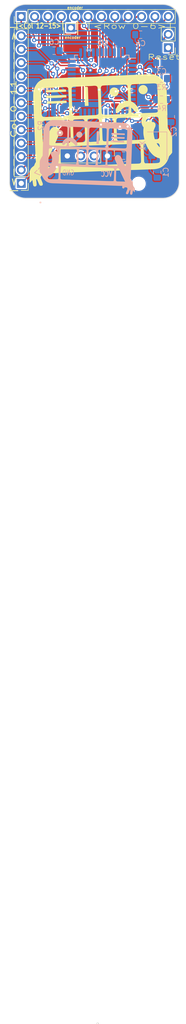
<source format=kicad_pcb>
(kicad_pcb (version 20221018) (generator pcbnew)
  (layers (0 "F.Cu" signal) (31 "B.Cu" signal) (34 "B.Paste" user) (35 "F.Paste" user) (36 "B.SilkS" user "B.Silkscreen") (37 "F.SilkS" user "F.Silkscreen") (38 "B.Mask" user) (39 "F.Mask" user) (44 "Edge.Cuts" user))
  (net 0 "")
  (net 1 "GND")
  (net 2 "VCC")
  (net 3 "/col0")
  (net 4 "/col1")
  (net 5 "/col2")
  (net 6 "/col3")
  (net 7 "/col4")
  (net 8 "/col5")
  (net 9 "/col6")
  (net 10 "/col7")
  (net 11 "/col8")
  (net 12 "/col9")
  (net 13 "/col10")
  (net 14 "/col11")
  (net 15 "/col12")
  (net 16 "/col13")
  (net 17 "/col14")
  (net 18 "/col15")
  (net 19 "/row0")
  (net 20 "/row1")
  (net 21 "/row2")
  (net 22 "/row3")
  (net 23 "/row4")
  (net 24 "/row5")
  (net 25 "/row6")
  (net 26 "Net-(C1-Pad1)")
  (net 27 "Net-(C2-Pad1)")
  (net 28 "Net-(R1-Pad1)")
  (net 29 "Net-(R2-Pad1)")
  (net 30 "Net-(R3-Pad1)")
  (net 31 "Net-(R4-Pad1)")
  (net 32 "Net-(USB1-Pad2)")
  (net 33 "Net-(USB1-Pad3)")
  (net 34 "Net-(C3-Pad1)")
  (net 35 "Net-(U1-Pad1)")
  (net 36 "Net-(U1-Pad7)")
  (net 37 "Net-(U1-Pad42)")
  (net 38 "Net-(U1-Pad43)")
  (net 39 "Net-(U1-Pad44)")
  (footprint "Connector_PinHeader_2.54mm:PinHeader_1x04_P2.54mm_Vertical" (layer "F.Cu") (at 141.998558 112.934804 -90)
    (fp_text reference "*" hide)
    (fp_text value "'")
  )
  (footprint "Connector_PinHeader_2.54mm:PinHeader_1x01_P2.54mm_Vertical" (layer "F.Cu") (at 135.048558 88.667304 90)
    (fp_text reference "*" hide)
    (fp_text value "'")
  )
  (footprint "Connector_PinHeader_2.54mm:PinHeader_1x02_P2.54mm_Vertical" (layer "F.Cu") (at 153.548558 92.437304 180)
    (fp_text reference "*" hide)
    (fp_text value "")
  )
  (footprint "Connector_PinHeader_2.54mm:PinHeader_1x12_P2.54mm_Vertical" (layer "F.Cu") (at 125.618558 86.524804 90)
    (fp_text reference "*" hide)
    (fp_text value "1" hide)
  )
  (footprint "Connector_PinHeader_2.54mm:PinHeader_1x12_P2.54mm_Vertical" (layer "F.Cu") (at 125.628558 118.124804 180)
    (fp_text reference "*" hide)
    (fp_text value "'")
  )
  (footprint "MountingHole:MountingHole_2.2mm_M2_DIN965" (layer "F.Cu") (at 147.93 118.2)
    (fp_text reference "REF**" hide)
    (fp_text value "." hide)
  )
  (footprint "Capacitor_SMD:C_0805_2012Metric_Pad1.15x1.40mm_HandSolder" (layer "B.Cu") (at 130.293342 117.088916 -135)
    (fp_text reference "C7")
    (fp_text value "22pF")
  )
  (footprint "Capacitor_SMD:C_0805_2012Metric_Pad1.15x1.40mm_HandSolder" (layer "B.Cu") (at 151.448558 116.034804 90)
    (fp_text reference "C1")
    (fp_text value "22pF")
  )
  (footprint "Capacitor_SMD:C_0805_2012Metric_Pad1.15x1.40mm_HandSolder" (layer "B.Cu") (at 154.038558 105.5137 90)
    (fp_text reference "C2")
    (fp_text value "22pF")
  )
  (footprint "Capacitor_SMD:C_0805_2012Metric_Pad1.15x1.40mm_HandSolder" (layer "B.Cu") (at 148.3 89.96)
    (fp_text reference "C4")
    (fp_text value "22pF")
  )
  (footprint "Resistor_SMD:R_0805_2012Metric_Pad1.15x1.40mm_HandSolder" (layer "B.Cu") (at 130.998558 107.174804 -90)
    (fp_text reference "R2")
    (fp_text value "10k")
  )
  (footprint "Capacitor_SMD:C_0805_2012Metric_Pad1.15x1.40mm_HandSolder" (layer "B.Cu") (at 152.278558 95.264804)
    (fp_text reference "C3")
    (fp_text value "22pF")
  )
  (footprint "Resistor_SMD:R_0805_2012Metric_Pad1.15x1.40mm_HandSolder" (layer "B.Cu") (at 152.278558 102.264804)
    (fp_text reference "R4")
    (fp_text value "22")
  )
  (footprint "Package_QFP:TQFP-44_10x10mm_P0.8mm" (layer "B.Cu") (at 140.918558 99.004804 180)
    (fp_text reference "U1")
    (fp_text value "ATMEGA32U4")
  )
  (footprint "Capacitor_SMD:C_0805_2012Metric_Pad1.15x1.40mm_HandSolder" (layer "B.Cu") (at 145.048558 112.871054)
    (fp_text reference "C5")
    (fp_text value "22pF")
  )
  (footprint "Capacitor_SMD:C_0805_2012Metric_Pad1.15x1.40mm_HandSolder" (layer "B.Cu") (at 131.89 92.99 180)
    (fp_text reference "C6")
    (fp_text value "22pF")
  )
  (footprint "Resistor_SMD:R_0805_2012Metric_Pad1.15x1.40mm_HandSolder" (layer "B.Cu") (at 152.278558 98.264804)
    (fp_text reference "R3")
    (fp_text value "22")
  )
  (footprint "Crystal:Crystal_SMD_5032-4Pin_5.0x3.2mm" (layer "B.Cu") (at 151.448558 111.034804 -90)
    (fp_text reference "X1")
    (fp_text value "XTAL_GND")
  )
  (gr_poly (pts (xy 142.793905 109.994888) (xy 142.776454 109.995478) (xy 142.760957 109.996475) (xy 142.747295 109.997914) (xy 142.735348 109.999826) (xy 142.724998 110.002248) (xy 142.716126 110.005212) (xy 142.708614 110.008753) (xy 142.702341 110.012904) (xy 142.69719 110.017699) (xy 142.693041 110.023173) (xy 142.689776 110.029359) (xy 142.687276 110.036291) (xy 142.685421 110.044002) (xy 142.684094 110.052528) (xy 142.683175 110.061902) (xy 142.682086 110.083328) (xy 142.681205 110.108553) (xy 142.679579 110.137847) (xy 142.677842 110.166431) (xy 142.676602 110.193547) (xy 142.675858 110.218555) (xy 142.67561 110.240814) (xy 142.675858 110.259682) (xy 142.676168 110.267645) (xy 142.676602 110.27452) (xy 142.67716 110.280227) (xy 142.677842 110.284687) (xy 142.678648 110.287818) (xy 142.679098 110.28886) (xy 142.679579 110.289541) (xy 142.691977 110.292497) (xy 142.722546 110.29599) (xy 142.830171 110.304093) (xy 142.986413 110.312857) (xy 143.175231 110.32129) (xy 143.577398 110.338268) (xy 143.863148 110.351277) (xy 144.587665 110.378397) (xy 144.915859 110.389229) (xy 145.092578 110.393611) (xy 145.186065 110.393611) (xy 145.186065 110.273666) (xy 145.185915 110.239473) (xy 145.185196 110.20947) (xy 145.183507 110.183385) (xy 145.180442 110.160943) (xy 145.178269 110.151002) (xy 145.1756 110.14187) (xy 145.172387 110.133511) (xy 145.168577 110.125892) (xy 145.164122 110.118979) (xy 145.158971 110.112736) (xy 145.153072 110.107131) (xy 145.146377 110.102128) (xy 145.138834 110.097694) (xy 145.130394 110.093794) (xy 145.121005 110.090393) (xy 145.110617 110.087459) (xy 145.09918 110.084956) (xy 145.086644 110.08285) (xy 145.058073 110.079694) (xy 145.024498 110.077715) (xy 144.985519 110.076641) (xy 144.889731 110.076111) (xy 144.770476 110.074595) (xy 144.623605 110.070599) (xy 144.467804 110.064949) (xy 144.321759 110.058472) (xy 143.718068 110.028706) (xy 143.148773 110.005555) (xy 142.980735 109.999302) (xy 142.914617 109.996854) (xy 142.859164 109.99522) (xy 142.813427 109.994671)) (fill solid) (layer "B.SilkS"))
  (gr_poly (pts (xy 143.12113 108.582896) (xy 143.020009 108.58386) (xy 142.760717 108.585624) (xy 142.74837 108.726736) (xy 142.744787 108.781829) (xy 142.742197 108.827497) (xy 142.741377 108.845298) (xy 142.740929 108.858944) (xy 142.740894 108.867836) (xy 142.741045 108.870312) (xy 142.741314 108.871375) (xy 142.824217 108.877245) (xy 143.061901 108.889234) (xy 143.951343 108.929583) (xy 144.122164 108.936446) (xy 144.333665 108.943473) (xy 144.771551 108.956041) (xy 144.957917 108.961277) (xy 145.114186 108.966183) (xy 145.223492 108.970428) (xy 145.255263 108.972199) (xy 145.268967 108.97368) (xy 145.270275 108.974114) (xy 145.27155 108.974426) (xy 145.272794 108.974615) (xy 145.274004 108.974683) (xy 145.275181 108.97463) (xy 145.276324 108.974459) (xy 145.277431 108.974169) (xy 145.278503 108.973763) (xy 145.279539 108.97324) (xy 145.280539 108.972601) (xy 145.2815 108.971848) (xy 145.282424 108.970982) (xy 145.283309 108.970004) (xy 145.284154 108.968914) (xy 145.285724 108.966404) (xy 145.287129 108.963459) (xy 145.288363 108.960089) (xy 145.289422 108.956299) (xy 145.2903 108.952099) (xy 145.290991 108.947496) (xy 145.291492 108.942498) (xy 145.291796 108.937112) (xy 145.291898 108.931346) (xy 145.292136 108.920026) (xy 145.292808 108.906266) (xy 145.293851 108.890605) (xy 145.295205 108.873579) (xy 145.298595 108.837585) (xy 145.302481 108.802583) (xy 145.307211 108.759905) (xy 145.307345 108.742478) (xy 145.305265 108.727397) (xy 145.303224 108.720675) (xy 145.300425 108.714466) (xy 145.2968 108.708745) (xy 145.29228 108.703488) (xy 145.286798 108.69867) (xy 145.280286 108.694267) (xy 145.272675 108.690254) (xy 145.263896 108.686607) (xy 145.242566 108.680311) (xy 145.215751 108.675183) (xy 145.182905 108.671026) (xy 145.143483 108.667645) (xy 145.042732 108.662422) (xy 144.909134 108.657943) (xy 144.57157 108.644494) (xy 144.251203 108.629722) (xy 143.937672 108.614949) (xy 143.616203 108.601499) (xy 143.488983 108.597282) (xy 143.384252 108.5929) (xy 143.343628 108.590802) (xy 143.312594 108.588849) (xy 143.292475 108.587102) (xy 143.286921 108.586326) (xy 143.284593 108.585624) (xy 143.282609 108.585004) (xy 143.278071 108.584463) (xy 143.261855 108.583612) (xy 143.204556 108.582758)) (fill solid) (layer "B.SilkS"))
  (gr_poly (pts (xy 129.134676 121.894166) (xy 129.416898 121.894166) (xy 129.416898 121.611944) (xy 129.134676 121.611944)) (fill solid) (layer "B.SilkS"))
  (gr_poly (pts (xy 140.149941 108.244973) (xy 140.13269 108.245583) (xy 140.116486 108.246589) (xy 140.10132 108.247992) (xy 140.087185 108.249796) (xy 140.074074 108.252003) (xy 140.061978 108.254616) (xy 140.050889 108.257637) (xy 140.040801 108.261068) (xy 140.023237 108.267225) (xy 140.016035 108.270374) (xy 140.009767 108.273939) (xy 140.004347 108.278197) (xy 139.999687 108.283424) (xy 139.995698 108.289896) (xy 139.992294 108.29789) (xy 139.989385 108.307682) (xy 139.986885 108.319549) (xy 139.984705 108.333768) (xy 139.982758 108.350614) (xy 139.979209 108.393295) (xy 139.975537 108.449805) (xy 139.962308 108.762674) (xy 139.938495 109.60868) (xy 139.925928 109.958151) (xy 139.912037 110.303652) (xy 139.905147 110.437046) (xy 139.900572 110.546628) (xy 139.899256 110.588975) (xy 139.898642 110.621152) (xy 139.898773 110.641754) (xy 139.899131 110.647275) (xy 139.89969 110.649375) (xy 139.905067 110.650274) (xy 139.91923 110.651607) (xy 139.970025 110.655327) (xy 140.134287 110.665249) (xy 140.36712 110.677596) (xy 140.377703 110.425361) (xy 140.390712 110.031793) (xy 140.40769 109.441111) (xy 140.435912 108.504485) (xy 140.437397 108.464019) (xy 140.438447 108.428393) (xy 140.438919 108.397278) (xy 140.438668 108.370347) (xy 140.438226 108.358347) (xy 140.437548 108.34727) (xy 140.436618 108.337075) (xy 140.435416 108.327721) (xy 140.433924 108.319166) (xy 140.432126 108.31137) (xy 140.430001 108.304291) (xy 140.427533 108.29789) (xy 140.424704 108.292124) (xy 140.421494 108.286952) (xy 140.417887 108.282334) (xy 140.413863 108.278229) (xy 140.409406 108.274595) (xy 140.404496 108.271391) (xy 140.399116 108.268578) (xy 140.393248 108.266112) (xy 140.386873 108.263955) (xy 140.379974 108.262063) (xy 140.372532 108.260397) (xy 140.364529 108.258916) (xy 140.34677 108.256342) (xy 140.32655 108.254014) (xy 140.275856 108.249469) (xy 140.252164 108.247762) (xy 140.229564 108.246434) (xy 140.20805 108.245489) (xy 140.187613 108.244928) (xy 140.168246 108.244756)) (fill solid) (layer "B.SilkS"))
  (gr_poly (pts (xy 142.786879 109.285671) (xy 142.760662 109.286522) (xy 142.740875 109.287859) (xy 142.727169 109.289675) (xy 142.722489 109.290759) (xy 142.7192 109.29196) (xy 142.717258 109.293277) (xy 142.71662 109.294708) (xy 142.713313 109.346963) (xy 142.706037 109.453458) (xy 142.695454 109.599861) (xy 142.845384 109.599861) (xy 142.937161 109.602011) (xy 143.075572 109.607798) (xy 143.241763 109.616232) (xy 143.416884 109.626319) (xy 143.924112 109.649911) (xy 144.52196 109.669534) (xy 145.023236 109.679897) (xy 145.179161 109.679952) (xy 145.223208 109.678409) (xy 145.240745 109.675708) (xy 145.242418 109.673343) (xy 145.244125 109.669606) (xy 145.245857 109.664573) (xy 145.247608 109.658317) (xy 145.251132 109.642438) (xy 145.254636 109.622571) (xy 145.258057 109.599313) (xy 145.261333 109.573265) (xy 145.264403 109.545025) (xy 145.267203 109.515194) (xy 145.279551 109.370555) (xy 145.103162 109.370555) (xy 145.002179 109.369012) (xy 144.85754 109.364822) (xy 144.688427 109.358649) (xy 144.514023 109.351152) (xy 143.598565 109.310582) (xy 143.369238 109.301146) (xy 143.179476 109.293964) (xy 143.026507 109.288972) (xy 142.907561 109.286109) (xy 142.859982 109.285456) (xy 142.81987 109.285313)) (fill solid) (layer "B.SilkS"))
  (gr_poly (pts (xy 131.824606 106.114416) (xy 131.436551 106.119708) (xy 131.268981 106.186736) (xy 131.194691 106.217666) (xy 131.123791 106.249054) (xy 131.056033 106.281067) (xy 130.991169 106.313873) (xy 130.92895 106.347641) (xy 130.86913 106.382538) (xy 130.811459 106.418731) (xy 130.75569 106.45639) (xy 130.701574 106.495682) (xy 130.648864 106.536774) (xy 130.597312 106.579836) (xy 130.546669 106.625034) (xy 130.496687 106.672538) (xy 130.447119 106.722513) (xy 130.397717 106.77513) (xy 130.348232 106.830555) (xy 130.324615 106.858767) (xy 130.300523 106.88857) (xy 130.276638 106.919077) (xy 130.253642 106.949397) (xy 130.232217 106.978643) (xy 130.213045 107.005924) (xy 130.196808 107.030353) (xy 130.190004 107.041221) (xy 130.184189 107.051041) (xy 130.132375 107.144086) (xy 130.076592 107.245069) (xy 130.059756 107.277279) (xy 130.04303 107.312252) (xy 130.026478 107.349772) (xy 130.01017 107.389625) (xy 129.978551 107.475473) (xy 129.94871 107.568081) (xy 129.921184 107.665732) (xy 129.89651 107.766712) (xy 129.875227 107.869303) (xy 129.857871 107.971792) (xy 129.847477 108.049199) (xy 129.83855 108.135309) (xy 129.83074 108.23717) (xy 129.823695 108.361831) (xy 129.810493 108.707746) (xy 129.796134 109.229444) (xy 129.77607 109.987034) (xy 129.768104 110.249909) (xy 129.762619 110.384791) (xy 129.7581 110.47147) (xy 129.752919 110.603293) (xy 129.747738 110.762566) (xy 129.743218 110.931597) (xy 129.716759 111.98993) (xy 129.709538 112.252832) (xy 129.70397 112.487126) (xy 129.700387 112.66685) (xy 129.69912 112.766041) (xy 129.698823 112.806204) (xy 129.698306 112.823115) (xy 129.697411 112.838305) (xy 129.696041 112.852069) (xy 129.694097 112.864702) (xy 129.691481 112.876497) (xy 129.689891 112.882173) (xy 129.688095 112.887749) (xy 129.686083 112.893264) (xy 129.683842 112.898754) (xy 129.678621 112.909805) (xy 129.672337 112.921197) (xy 129.664889 112.933225) (xy 129.656181 112.946183) (xy 129.646114 112.960366) (xy 129.621509 112.993583) (xy 129.58921 113.038053) (xy 129.556596 113.08525) (xy 129.491146 113.186508) (xy 129.426606 113.294712) (xy 129.364422 113.407215) (xy 129.306041 113.521371) (xy 129.252911 113.634536) (xy 129.206478 113.744062) (xy 129.186225 113.796635) (xy 129.168189 113.847305) (xy 129.157633 113.88249) (xy 129.149558 113.926377) (xy 129.143633 113.989653) (xy 129.139526 114.083005) (xy 129.135447 114.402682) (xy 129.134676 114.970903) (xy 129.134676 115.99925) (xy 129.203467 116.101555) (xy 129.211346 116.112987) (xy 129.220358 116.125381) (xy 129.241363 116.152598) (xy 129.265634 116.182294) (xy 129.292323 116.213562) (xy 129.320583 116.245491) (xy 129.349567 116.277173) (xy 129.378426 116.307696) (xy 129.406314 116.336153) (xy 129.420028 116.349368) (xy 129.433344 116.362498) (xy 129.446195 116.375457) (xy 129.458514 116.38816) (xy 129.470234 116.400522) (xy 129.481286 116.412458) (xy 129.491605 116.423883) (xy 129.501123 116.43471) (xy 129.509773 116.444855) (xy 129.517488 116.454233) (xy 129.5242 116.462758) (xy 129.529842 116.470346) (xy 129.534347 116.47691) (xy 129.537649 116.482365) (xy 129.539679 116.486627) (xy 129.540196 116.488284) (xy 129.54037 116.48961) (xy 129.541814 116.499126) (xy 129.545965 116.516455) (xy 129.552555 116.540646) (xy 129.561316 116.570749) (xy 129.584274 116.644888) (xy 129.612689 116.731263) (xy 129.641115 116.81132) (xy 129.672748 116.890006) (xy 129.707486 116.967194) (xy 129.745229 117.042755) (xy 129.785877 117.116558) (xy 129.829328 117.188476) (xy 129.875481 117.258377) (xy 129.924237 117.326135) (xy 129.975493 117.391618) (xy 130.02915 117.454699) (xy 130.085107 117.515248) (xy 130.143262 117.573135) (xy 130.203515 117.628232) (xy 130.265766 117.680408) (xy 130.329913 117.729537) (xy 130.395856 117.775486) (xy 130.469219 117.822722) (xy 130.503869 117.84378) (xy 130.537601 117.863322) (xy 130.570744 117.881489) (xy 130.603626 117.898424) (xy 130.636576 117.914269) (xy 130.66992 117.929165) (xy 130.703988 117.943255) (xy 130.739108 117.956681) (xy 130.775608 117.969585) (xy 130.813815 117.982109) (xy 130.896666 118.006586) (xy 130.990286 118.03125) (xy 131.083211 118.052998) (xy 131.177727 118.070965) (xy 131.27923 118.085665) (xy 131.393115 118.097616) (xy 131.524776 118.107334) (xy 131.679609 118.115337) (xy 131.863009 118.122142) (xy 132.08037 118.128264) (xy 132.275555 118.13339) (xy 132.486946 118.14017) (xy 132.856481 118.154722) (xy 133.293705 118.1717) (xy 133.861897 118.189999) (xy 134.142962 118.197744) (xy 134.419727 118.206977) (xy 134.660112 118.216541) (xy 134.832037 118.225277) (xy 135.394718 118.251736) (xy 136.825231 118.304652) (xy 138.263683 118.356908) (xy 138.977176 118.384027) (xy 139.806204 118.419305) (xy 140.283556 118.440031) (xy 140.899815 118.463403) (xy 141.55995 118.489199) (xy 142.143356 118.516319) (xy 142.654223 118.540352) (xy 143.139954 118.560417) (xy 143.597021 118.578276) (xy 144.039537 118.597458) (xy 144.221135 118.604348) (xy 144.395622 118.608923) (xy 144.54332 118.610852) (xy 144.600974 118.610721) (xy 144.644551 118.609805) (xy 144.817412 118.604513) (xy 144.806829 118.772082) (xy 144.804842 118.808218) (xy 144.803587 118.84074) (xy 144.803174 118.869917) (xy 144.803318 118.883337) (xy 144.803714 118.896023) (xy 144.804377 118.908009) (xy 144.805319 118.919328) (xy 144.806556 118.930015) (xy 144.8081 118.940103) (xy 144.809966 118.949627) (xy 144.812167 118.95862) (xy 144.814718 118.967117) (xy 144.817632 118.97515) (xy 144.820924 118.982755) (xy 144.824607 118.989965) (xy 144.828694 118.996813) (xy 144.833201 119.003335) (xy 144.83814 119.009563) (xy 144.843526 119.015531) (xy 144.849373 119.021275) (xy 144.855694 119.026827) (xy 144.862503 119.032221) (xy 144.869815 119.037491) (xy 144.877642 119.042672) (xy 144.886 119.047797) (xy 144.904361 119.058014) (xy 144.925009 119.068416) (xy 144.952177 119.081755) (xy 144.96365 119.08705) (xy 144.974012 119.091457) (xy 144.983485 119.094995) (xy 144.992292 119.097686) (xy 144.996514 119.09872) (xy 145.000654 119.099549) (xy 145.004738 119.100178) (xy 145.008794 119.100607) (xy 145.01285 119.10084) (xy 145.016934 119.100879) (xy 145.021073 119.100727) (xy 145.025296 119.100387) (xy 145.034102 119.09915) (xy 145.043575 119.097189) (xy 145.053937 119.094526) (xy 145.06541 119.091181) (xy 145.092578 119.082527) (xy 145.113117 119.075299) (xy 145.131787 119.068113) (xy 145.148664 119.060885) (xy 145.163823 119.053533) (xy 145.170782 119.049785) (xy 145.177339 119.045975) (xy 145.183504 119.042092) (xy 145.189286 119.038127) (xy 145.194695 119.034069) (xy 145.199739 119.029907) (xy 145.20443 119.025632) (xy 145.208775 119.021232) (xy 145.212784 119.016699) (xy 145.216466 119.01202) (xy 145.219832 119.007187) (xy 145.222889 119.002188) (xy 145.225648 118.997013) (xy 145.228119 118.991653) (xy 145.230309 118.986096) (xy 145.232229 118.980332) (xy 145.233888 118.974351) (xy 145.235296 118.968143) (xy 145.236461 118.961698) (xy 145.237393 118.955004) (xy 145.238597 118.940831) (xy 145.238981 118.925541) (xy 145.23903 118.914307) (xy 145.239205 118.904374) (xy 145.239551 118.895682) (xy 145.240111 118.888168) (xy 145.240486 118.884834) (xy 145.24093 118.881771) (xy 145.24145 118.878971) (xy 145.242051 118.876427) (xy 145.242738 118.874132) (xy 145.243518 118.872076) (xy 145.244395 118.870253) (xy 145.245375 118.868655) (xy 145.246464 118.867274) (xy 145.247667 118.866103) (xy 145.248989 118.865132) (xy 145.250436 118.864356) (xy 145.252014 118.863766) (xy 145.253728 118.863354) (xy 145.255583 118.863112) (xy 145.257585 118.863033) (xy 145.259739 118.86311) (xy 145.262052 118.863333) (xy 145.264528 118.863696) (xy 145.267172 118.864191) (xy 145.272991 118.865545) (xy 145.279551 118.867334) (xy 145.302857 118.872198) (xy 145.345283 118.878468) (xy 145.465421 118.892909) (xy 145.59581 118.906028) (xy 145.651053 118.910645) (xy 145.692301 118.913194) (xy 145.693354 118.913353) (xy 145.694527 118.913825) (xy 145.69721 118.915678) (xy 145.700312 118.918694) (xy 145.703794 118.922813) (xy 145.707616 118.927975) (xy 145.711741 118.934123) (xy 145.71613 118.941195) (xy 145.720743 118.949133) (xy 145.73049 118.967368) (xy 145.74067 118.988352) (xy 145.750974 119.01161) (xy 145.761092 119.036667) (xy 145.808717 119.160139) (xy 145.706412 119.42825) (xy 145.622407 119.647413) (xy 145.587597 119.736324) (xy 145.563537 119.795138) (xy 145.552085 119.823299) (xy 145.542201 119.850267) (xy 145.533884 119.876087) (xy 145.527129 119.900807) (xy 145.521935 119.924472) (xy 145.518299 119.94713) (xy 145.517065 119.958095) (xy 145.516219 119.968826) (xy 145.515761 119.979328) (xy 145.515691 119.989608) (xy 145.516009 119.99967) (xy 145.516714 120.009521) (xy 145.517806 120.019167) (xy 145.519285 120.028613) (xy 145.521149 120.037865) (xy 145.5234 120.04693) (xy 145.526037 120.055812) (xy 145.529058 120.064518) (xy 145.532465 120.073053) (xy 145.536256 120.081424) (xy 145.540432 120.089636) (xy 145.544992 120.097694) (xy 145.549935 120.105605) (xy 145.555262 120.113375) (xy 145.560972 120.121009) (xy 145.567065 120.128514) (xy 145.574665 120.137558) (xy 145.58173 120.14555) (xy 145.58847 120.152555) (xy 145.595094 120.158637) (xy 145.601811 120.163862) (xy 145.60883 120.168294) (xy 145.61636 120.171997) (xy 145.624612 120.175036) (xy 145.633793 120.177475) (xy 145.644114 120.17938) (xy 145.655784 120.180814) (xy 145.669012 120.181843) (xy 145.684007 120.182531) (xy 145.700979 120.182942) (xy 145.74169 120.183194) (xy 145.763242 120.183142) (xy 145.782397 120.182949) (xy 145.799361 120.182554) (xy 145.81434 120.181898) (xy 145.82115 120.181454) (xy 145.827541 120.180922) (xy 145.83354 120.180295) (xy 145.839172 120.179566) (xy 145.844463 120.178727) (xy 145.849438 120.177771) (xy 145.854125 120.17669) (xy 145.858547 120.175477) (xy 145.862732 120.174124) (xy 145.866705 120.172624) (xy 145.870492 120.17097) (xy 145.874119 120.169155) (xy 145.877612 120.16717) (xy 145.880996 120.165008) (xy 145.884297 120.162662) (xy 145.887541 120.160125) (xy 145.890755 120.157389) (xy 145.893963 120.154446) (xy 145.897192 120.15129) (xy 145.900467 120.147912) (xy 145.907261 120.140463) (xy 145.914551 120.13204) (xy 145.925268 120.116379) (xy 145.939769 120.091416) (xy 145.95737 120.058433) (xy 145.977389 120.018711) (xy 145.999145 119.973532) (xy 146.021955 119.924178) (xy 146.045137 119.87193) (xy 146.068009 119.818069) (xy 146.113378 119.711536) (xy 146.154137 119.618336) (xy 146.190141 119.538738) (xy 146.206315 119.504123) (xy 146.221247 119.473009) (xy 146.234918 119.445429) (xy 146.247309 119.421418) (xy 146.258404 119.401009) (xy 146.268183 119.384236) (xy 146.276629 119.371131) (xy 146.283724 119.361729) (xy 146.286759 119.358427) (xy 146.289449 119.356063) (xy 146.291793 119.354642) (xy 146.293787 119.354167) (xy 146.295541 119.354288) (xy 146.297487 119.354642) (xy 146.299608 119.355213) (xy 146.30189 119.355986) (xy 146.304316 119.356944) (xy 146.306871 119.358073) (xy 146.30954 119.359357) (xy 146.312308 119.360781) (xy 146.318075 119.363985) (xy 146.324049 119.367561) (xy 146.330105 119.371385) (xy 146.33612 119.375334) (xy 146.34046 119.379396) (xy 146.344213 119.383853) (xy 146.347371 119.389019) (xy 146.349928 119.395205) (xy 146.351875 119.402724) (xy 146.353204 119.411889) (xy 146.353909 119.423013) (xy 146.35398 119.436408) (xy 146.352192 119.471261) (xy 146.347778 119.518952) (xy 146.340678 119.58198) (xy 146.330828 119.662846) (xy 146.323388 119.725119) (xy 146.316941 119.78185) (xy 146.311492 119.833367) (xy 146.307044 119.879998) (xy 146.303597 119.922071) (xy 146.301156 119.959914) (xy 146.299722 119.993855) (xy 146.299299 120.024223) (xy 146.299889 120.051346) (xy 146.301494 120.075552) (xy 146.304117 120.097169) (xy 146.305811 120.107109) (xy 146.30776 120.116524) (xy 146.309966 120.125457) (xy 146.312427 120.133947) (xy 146.315145 120.142037) (xy 146.31812 120.149766) (xy 146.321351 120.157176) (xy 146.324841 120.164308) (xy 146.332592 120.177902) (xy 146.340154 120.189942) (xy 146.347689 120.200967) (xy 146.355296 120.211036) (xy 146.363075 120.220208) (xy 146.371122 120.228543) (xy 146.379535 120.236101) (xy 146.388414 120.24294) (xy 146.397856 120.24912) (xy 146.40796 120.2547) (xy 146.418823 120.259741) (xy 146.430544 120.264301) (xy 146.443221 120.26844) (xy 146.456953 120.272217) (xy 146.471836 120.275691) (xy 146.487971 120.278923) (xy 146.505454 120.281971) (xy 146.514361 120.283259) (xy 146.52322 120.284148) (xy 146.532022 120.284644) (xy 146.540759 120.284752) (xy 146.549424 120.284475) (xy 146.558008 120.28382) (xy 146.566505 120.282791) (xy 146.574907 120.281393) (xy 146.583205 120.27963) (xy 146.591391 120.277508) (xy 146.599459 120.275031) (xy 146.607401 120.272205) (xy 146.615208 120.269033) (xy 146.622873 120.265522) (xy 146.630388 120.261675) (xy 146.637745 120.257498) (xy 146.644937 120.252995) (xy 146.651956 120.248172) (xy 146.658794 120.243032) (xy 146.665444 120.237582) (xy 146.671897 120.231825) (xy 146.678146 120.225767) (xy 146.684183 120.219413) (xy 146.69 120.212767) (xy 146.695591 120.205834) (xy 146.700945 120.198619) (xy 146.706058 120.191127) (xy 146.710919 120.183362) (xy 146.715522 120.175331) (xy 146.719859 120.167036) (xy 146.723922 120.158484) (xy 146.727704 120.149679) (xy 146.733615 120.129743) (xy 146.740602 120.099988) (xy 146.748415 120.061841) (xy 146.756808 120.016727) (xy 146.774336 119.911307) (xy 146.791204 119.795138) (xy 146.798528 119.737467) (xy 146.805811 119.683021) (xy 146.812846 119.633039) (xy 146.819426 119.588763) (xy 146.825344 119.551432) (xy 146.830395 119.522287) (xy 146.834371 119.502567) (xy 146.835891 119.496629) (xy 146.837065 119.493513) (xy 146.837632 119.492779) (xy 146.83834 119.492228) (xy 146.839184 119.491856) (xy 146.840158 119.49166) (xy 146.84126 119.491638) (xy 146.842483 119.491785) (xy 146.843824 119.492099) (xy 146.845278 119.492577) (xy 146.848507 119.494009) (xy 146.852134 119.496056) (xy 146.856122 119.498693) (xy 146.860436 119.501892) (xy 146.86504 119.505629) (xy 146.869896 119.509878) (xy 146.87497 119.514612) (xy 146.880225 119.519807) (xy 146.885624 119.525435) (xy 146.891132 119.531472) (xy 146.896712 119.537891) (xy 146.902329 119.544667) (xy 146.923182 119.569221) (xy 146.943394 119.592602) (xy 146.962945 119.614795) (xy 146.981814 119.635783) (xy 146.99998 119.655552) (xy 147.017422 119.674086) (xy 147.034121 119.691369) (xy 147.050054 119.707386) (xy 147.065202 119.722121) (xy 147.079544 119.73556) (xy 147.093059 119.747685) (xy 147.105727 119.758483) (xy 147.117526 119.767937) (xy 147.128437 119.776032) (xy 147.138438 119.782752) (xy 147.147509 119.788083) (xy 147.196898 119.814541) (xy 147.196898 119.066653) (xy 147.196757 118.826313) (xy 147.196514 118.72822) (xy 147.196099 118.643457) (xy 147.195466 118.570983) (xy 147.195055 118.539029) (xy 147.194573 118.509756) (xy 147.194014 118.483035) (xy 147.193374 118.458736) (xy 147.192647 118.436727) (xy 147.191827 118.41688) (xy 147.190909 118.399063) (xy 147.189887 118.383148) (xy 147.188756 118.369002) (xy 147.18751 118.356498) (xy 147.186144 118.345503) (xy 147.184653 118.335889) (xy 147.18303 118.327524) (xy 147.181271 118.320279) (xy 147.17937 118.314024) (xy 147.177321 118.308628) (xy 147.175119 118.303962) (xy 147.172758 118.299894) (xy 147.170234 118.296296) (xy 147.167539 118.293036) (xy 147.16467 118.289985) (xy 147.16162 118.287013) (xy 147.157925 118.283404) (xy 147.154137 118.279224) (xy 147.150288 118.274522) (xy 147.146407 118.269347) (xy 147.142526 118.263749) (xy 147.138676 118.257775) (xy 147.134888 118.251476) (xy 147.131193 118.244901) (xy 147.127622 118.238098) (xy 147.124206 118.231117) (xy 147.120977 118.224007) (xy 147.117964 118.216817) (xy 147.115199 118.209595) (xy 147.112714 118.202392) (xy 147.110538 118.195256) (xy 147.108704 118.188237) (xy 147.101086 118.164127) (xy 147.091499 118.139471) (xy 147.08 118.114346) (xy 147.066646 118.088825) (xy 147.051493 118.062983) (xy 147.0346 118.036897) (xy 147.016021 118.010639) (xy 146.995815 117.984286) (xy 146.974037 117.957913) (xy 146.950746 117.931594) (xy 146.925997 117.905404) (xy 146.899848 117.879418) (xy 146.872355 117.853711) (xy 146.843576 117.828358) (xy 146.816019 117.805472) (xy 145.346579 117.805472) (xy 145.191356 117.796652) (xy 145.082712 117.791085) (xy 144.90296 117.785187) (xy 144.429356 117.773723) (xy 144.240434 117.76943) (xy 144.162326 117.767452) (xy 144.094052 117.765509) (xy 144.034811 117.763546) (xy 143.983802 117.761506) (xy 143.940224 117.759331) (xy 143.903276 117.756965) (xy 143.872158 117.754351) (xy 143.846067 117.751432) (xy 143.834657 117.749841) (xy 143.824204 117.748152) (xy 143.814607 117.746358) (xy 143.805766 117.744453) (xy 143.797582 117.742428) (xy 143.789954 117.740278) (xy 143.782782 117.737995) (xy 143.775966 117.735571) (xy 143.763001 117.730275) (xy 143.750259 117.724333) (xy 143.728098 117.71257) (xy 143.708487 117.700755) (xy 143.69129 117.688382) (xy 143.676369 117.674944) (xy 143.663587 117.659936) (xy 143.652808 117.64285) (xy 143.643894 117.62318) (xy 143.636709 117.60042) (xy 143.631115 117.574063) (xy 143.626976 117.543603) (xy 143.624155 117.508534) (xy 143.622515 117.468349) (xy 143.621918 117.422541) (xy 143.622229 117.370604) (xy 143.625023 117.246319) (xy 143.653245 116.214444) (xy 143.658709 115.98797) (xy 143.661175 115.894874) (xy 143.663553 115.813876) (xy 143.66591 115.743978) (xy 143.668314 115.684182) (xy 143.670831 115.633492) (xy 143.672161 115.612517) (xy 143.288782 115.612517) (xy 143.28699 115.7657) (xy 143.281065 115.967499) (xy 143.245787 116.955278) (xy 143.238883 117.143314) (xy 143.23557 117.222141) (xy 143.232227 117.291767) (xy 143.228759 117.352887) (xy 143.225075 117.406195) (xy 143.22108 117.452388) (xy 143.216683 117.492161) (xy 143.214304 117.509856) (xy 143.211789 117.526207) (xy 143.209127 117.541301) (xy 143.206306 117.555223) (xy 143.203315 117.568062) (xy 143.200141 117.579903) (xy 143.196774 117.590835) (xy 143.193201 117.600943) (xy 143.189411 117.610314) (xy 143.185393 117.619037) (xy 143.181134 117.627196) (xy 143.176623 117.63488) (xy 143.171849 117.642175) (xy 143.166799 117.649168) (xy 143.161463 117.655946) (xy 143.155829 117.662596) (xy 143.118787 117.70493) (xy 142.67605 117.703167) (xy 142.309906 117.699254) (xy 141.845038 117.687733) (xy 141.283267 117.668936) (xy 140.626412 117.643194) (xy 139.692653 117.608137) (xy 138.315717 117.56382) (xy 137.51425 117.537361) (xy 136.851689 117.510902) (xy 136.281733 117.48753) (xy 135.705162 117.466806) (xy 135.468911 117.459695) (xy 135.257134 117.452253) (xy 135.092982 117.445473) (xy 134.999606 117.440347) (xy 134.889446 117.435193) (xy 134.681886 117.42822) (xy 134.092967 117.412124) (xy 133.848183 117.406664) (xy 133.658692 117.401844) (xy 133.582118 117.399513) (xy 133.516289 117.397148) (xy 133.460181 117.394686) (xy 133.412768 117.39206) (xy 133.373023 117.389207) (xy 133.339921 117.386062) (xy 133.312437 117.382561) (xy 133.30048 117.380656) (xy 133.289544 117.378638) (xy 133.279498 117.376499) (xy 133.270216 117.37423) (xy 133.261569 117.371823) (xy 133.253429 117.369271) (xy 133.238155 117.363698) (xy 133.22337 117.357444) (xy 133.201979 117.347797) (xy 133.182715 117.337894) (xy 133.165471 117.32752) (xy 133.150141 117.316462) (xy 133.136621 117.304504) (xy 133.130505 117.298121) (xy 133.124802 117.291433) (xy 133.119499 117.284413) (xy 133.114581 117.277034) (xy 133.110036 117.269269) (xy 133.105851 117.261092) (xy 133.098505 117.243393) (xy 133.092439 117.223723) (xy 133.087546 117.201867) (xy 133.083719 117.177611) (xy 133.080854 117.150739) (xy 133.078845 117.121039) (xy 133.077584 117.088294) (xy 133.076967 117.052292) (xy 133.083775 116.812265) (xy 133.101 116.374296) (xy 133.147524 115.358958) (xy 133.150732 115.304681) (xy 133.154424 115.254231) (xy 133.158627 115.207506) (xy 133.16337 115.164407) (xy 133.168682 115.124831) (xy 133.1708 115.111876) (xy 132.756436 115.111876) (xy 132.755781 115.180609) (xy 132.754176 115.269) (xy 132.750345 115.394924) (xy 132.744695 115.528952) (xy 132.738052 115.654712) (xy 132.731244 115.755833) (xy 132.724133 115.879581) (xy 132.716692 116.067159) (xy 132.709913 116.293102) (xy 132.704787 116.531944) (xy 132.702492 116.648588) (xy 132.69966 116.759982) (xy 132.696415 116.86352) (xy 132.69288 116.9566) (xy 132.68918 117.036615) (xy 132.685439 117.100963) (xy 132.68178 117.147037) (xy 132.68002 117.162408) (xy 132.678328 117.172235) (xy 132.676121 117.179377) (xy 132.673491 117.186873) (xy 132.670468 117.194664) (xy 132.667083 117.20269) (xy 132.663368 117.210892) (xy 132.659352 117.219209) (xy 132.655068 117.227584) (xy 132.650547 117.235956) (xy 132.645818 117.244266) (xy 132.640914 117.252455) (xy 132.635865 117.260462) (xy 132.630703 117.26823) (xy 132.625458 117.275697) (xy 132.620161 117.282806) (xy 132.614844 117.289496) (xy 132.609537 117.295707) (xy 132.558383 117.352153) (xy 131.935732 117.346859) (xy 131.758235 117.345325) (xy 131.59939 117.343263) (xy 131.45809 117.340519) (xy 131.333226 117.336938) (xy 131.223688 117.332365) (xy 131.174321 117.329658) (xy 131.12837 117.326645) (xy 131.085696 117.323306) (xy 131.046161 117.319622) (xy 131.009627 117.315574) (xy 130.975955 117.311142) (xy 130.945006 117.306307) (xy 130.916642 117.301049) (xy 130.890724 117.29535) (xy 130.867114 117.28919) (xy 130.845673 117.282548) (xy 130.826263 117.275407) (xy 130.808744 117.267747) (xy 130.792979 117.259548) (xy 130.778829 117.250791) (xy 130.766155 117.241456) (xy 130.754819 117.231524) (xy 130.744682 117.220976) (xy 130.735606 117.209793) (xy 130.727452 117.197954) (xy 130.720082 117.185441) (xy 130.713356 117.172235) (xy 130.707094 117.157515) (xy 130.701543 117.141212) (xy 130.69671 117.123436) (xy 130.692603 117.104298) (xy 130.68923 117.083909) (xy 130.686598 117.062382) (xy 130.684716 117.039825) (xy 130.683591 117.016352) (xy 130.68323 116.992072) (xy 130.683642 116.967097) (xy 130.684835 116.941539) (xy 130.686815 116.915507) (xy 130.689592 116.889114) (xy 130.693171 116.86247) (xy 130.697563 116.835686) (xy 130.702773 116.808874) (xy 130.706276 116.793211) (xy 130.709553 116.779233) (xy 130.712664 116.766846) (xy 130.715671 116.755958) (xy 130.717156 116.751046) (xy 130.718638 116.746475) (xy 130.720125 116.742232) (xy 130.721624 116.738305) (xy 130.723145 116.734683) (xy 130.724694 116.731354) (xy 130.726279 116.728308) (xy 130.727908 116.725531) (xy 130.729589 116.723012) (xy 130.731329 116.72074) (xy 130.733137 116.718703) (xy 130.735019 116.71689) (xy 130.736984 116.715289) (xy 130.73904 116.713888) (xy 130.741193 116.712675) (xy 130.743453 116.71164) (xy 130.745826 116.71077) (xy 130.748321 116.710053) (xy 130.750945 116.709479) (xy 130.753706 116.709035) (xy 130.756611 116.70871) (xy 130.759669 116.708493) (xy 130.766274 116.708333) (xy 130.780426 116.707523) (xy 130.797551 116.70516) (xy 130.817359 116.701345) (xy 130.839557 116.696178) (xy 130.889956 116.682195) (xy 130.94641 116.664015) (xy 131.006586 116.642445) (xy 131.068146 116.618292) (xy 131.128755 116.592361) (xy 131.186078 116.565458) (xy 131.238947 116.53731) (xy 131.291694 116.506464) (xy 131.344281 116.472952) (xy 131.39667 116.436804) (xy 131.44882 116.398052) (xy 131.500694 116.356726) (xy 131.552253 116.312858) (xy 131.603458 116.266479) (xy 131.65427 116.217619) (xy 131.704651 116.166309) (xy 131.754561 116.112581) (xy 131.803963 116.056466) (xy 131.852816 115.997994) (xy 131.901083 115.937197) (xy 131.948725 115.874105) (xy 131.995703 115.80875) (xy 132.051273 115.725985) (xy 132.10953 115.633463) (xy 132.16853 115.534658) (xy 132.226332 115.433041) (xy 132.280992 115.332086) (xy 132.330567 115.235265) (xy 132.373114 115.146051) (xy 132.40669 115.067917) (xy 132.479009 114.882708) (xy 132.549564 114.87918) (xy 132.564664 114.878459) (xy 132.578916 114.878294) (xy 132.592383 114.878703) (xy 132.605127 114.879704) (xy 132.617209 114.881314) (xy 132.623021 114.882353) (xy 132.628691 114.883552) (xy 132.634227 114.884912) (xy 132.639636 114.886436) (xy 132.644927 114.888126) (xy 132.650106 114.889984) (xy 132.655182 114.892012) (xy 132.660162 114.894214) (xy 132.665055 114.89659) (xy 132.669867 114.899144) (xy 132.674607 114.901878) (xy 132.679283 114.904793) (xy 132.688471 114.911178) (xy 132.697494 114.918318) (xy 132.706413 114.92623) (xy 132.715291 114.934933) (xy 132.72419 114.944444) (xy 132.730108 114.951286) (xy 132.735317 114.958173) (xy 132.739855 114.965478) (xy 132.743757 114.973576) (xy 132.74706 114.982842) (xy 132.7498 114.99365) (xy 132.752013 115.006376) (xy 132.753734 115.021394) (xy 132.755001 115.039078) (xy 132.75585 115.059803) (xy 132.756436 115.111876) (xy 133.1708 115.111876) (xy 133.174591 115.08868) (xy 133.181125 115.055851) (xy 133.184635 115.040651) (xy 133.188313 115.026244) (xy 133.192161 115.012618) (xy 133.196183 114.999759) (xy 133.200382 114.987655) (xy 133.204763 114.976294) (xy 133.209328 114.965663) (xy 133.214082 114.955749) (xy 133.219028 114.946539) (xy 133.224169 114.938022) (xy 133.229509 114.930185) (xy 133.235052 114.923014) (xy 133.2408 114.916498) (xy 133.246759 114.910623) (xy 133.25293 114.905378) (xy 133.259318 114.900749) (xy 133.265926 114.896725) (xy 133.272759 114.893291) (xy 133.299534 114.885853) (xy 133.342101 114.880751) (xy 133.403355 114.878005) (xy 133.486189 114.877637) (xy 133.593497 114.879666) (xy 133.728172 114.884114) (xy 134.091203 114.900347) (xy 134.50569 114.920659) (xy 134.861802 114.935845) (xy 135.229491 114.948716) (xy 135.678703 114.962083) (xy 135.918289 114.969938) (xy 136.120337 114.977296) (xy 136.263846 114.983662) (xy 136.307086 114.986319) (xy 136.327815 114.988541) (xy 136.388035 114.992675) (xy 136.52118 114.999124) (xy 136.927537 115.015) (xy 137.715113 115.041017) (xy 138.201064 115.059097) (xy 138.499603 115.071003) (xy 138.933079 115.085555) (xy 140.028894 115.125684) (xy 141.190856 115.173749) (xy 142.284467 115.217847) (xy 142.56556 115.229478) (xy 142.809445 115.2421) (xy 142.909322 115.248267) (xy 142.990161 115.254061) (xy 143.048717 115.259277) (xy 143.081745 115.263707) (xy 143.101095 115.268133) (xy 143.119462 115.273478) (xy 143.136858 115.279753) (xy 143.153293 115.286969) (xy 143.168777 115.295135) (xy 143.18332 115.304263) (xy 143.190243 115.309191) (xy 143.196934 115.314362) (xy 143.203395 115.31978) (xy 143.209627 115.325444) (xy 143.215632 115.331356) (xy 143.221411 115.337517) (xy 143.226965 115.343929) (xy 143.232296 115.350593) (xy 143.242292 115.364681) (xy 143.251409 115.379793) (xy 143.259659 115.395939) (xy 143.26705 115.413128) (xy 143.273594 115.431371) (xy 143.279301 115.450679) (xy 143.283356 115.473176) (xy 143.286274 115.50762) (xy 143.288075 115.554053) (xy 143.288782 115.612517) (xy 143.672161 115.612517) (xy 143.67353 115.590909) (xy 143.676476 115.555438) (xy 143.678064 115.540057) (xy 143.679738 115.52608) (xy 143.681508 115.513381) (xy 143.683382 115.501837) (xy 143.685368 115.491323) (xy 143.687476 115.481714) (xy 143.689712 115.472884) (xy 143.692086 115.464711) (xy 143.694606 115.457069) (xy 143.697281 115.449832) (xy 143.703126 115.43608) (xy 143.70969 115.422458) (xy 143.713858 115.414136) (xy 143.718392 115.405742) (xy 143.723247 115.397327) (xy 143.728376 115.388944) (xy 143.733732 115.380643) (xy 143.739269 115.372476) (xy 143.744941 115.364496) (xy 143.7507 115.356753) (xy 143.756501 115.349299) (xy 143.762296 115.342187) (xy 143.76804 115.335467) (xy 143.773686 115.329192) (xy 143.779187 115.323413) (xy 143.784496 115.318181) (xy 143.789568 115.313549) (xy 143.794356 115.309569) (xy 143.800604 115.305392) (xy 143.807458 115.301456) (xy 143.814948 115.297752) (xy 143.823102 115.294273) (xy 143.831949 115.291011) (xy 143.841516 115.287958) (xy 143.851833 115.285106) (xy 143.862927 115.282449) (xy 143.874828 115.279977) (xy 143.887563 115.277684) (xy 143.915651 115.273602) (xy 143.947419 115.270139) (xy 143.983093 115.267235) (xy 144.124204 115.256652) (xy 144.238856 115.484194) (xy 144.348438 115.70953) (xy 144.405296 115.828483) (xy 144.454051 115.932222) (xy 144.541363 116.12162) (xy 144.607509 116.26736) (xy 144.663292 116.385541) (xy 144.693581 116.450418) (xy 144.720398 116.509012) (xy 144.732597 116.534889) (xy 144.743907 116.559256) (xy 144.754101 116.581598) (xy 144.762952 116.601397) (xy 144.770231 116.618137) (xy 144.775712 116.631301) (xy 144.779168 116.640372) (xy 144.780065 116.643211) (xy 144.78037 116.644833) (xy 144.781648 116.648388) (xy 144.785304 116.656078) (xy 144.798671 116.681875) (xy 144.818321 116.718255) (xy 144.842106 116.76125) (xy 144.854381 116.783488) (xy 144.865891 116.804878) (xy 144.876368 116.824904) (xy 144.885542 116.84305) (xy 144.893145 116.858797) (xy 144.898909 116.87163) (xy 144.901017 116.876792) (xy 144.902564 116.881031) (xy 144.903517 116.884284) (xy 144.903842 116.886485) (xy 144.904834 116.891338) (xy 144.907722 116.899759) (xy 144.91867 116.9262) (xy 144.935654 116.963597) (xy 144.957641 117.009737) (xy 144.983596 117.062409) (xy 145.012487 117.119401) (xy 145.043279 117.178502) (xy 145.07494 117.2375) (xy 145.08564 117.257905) (xy 145.096382 117.279034) (xy 145.106876 117.300286) (xy 145.116832 117.321064) (xy 145.125961 117.340766) (xy 145.133975 117.358794) (xy 145.140582 117.374549) (xy 145.145495 117.38743) (xy 145.151207 117.401565) (xy 145.160102 117.422129) (xy 145.185624 117.478491) (xy 145.218421 117.548412) (xy 145.254856 117.623791) (xy 145.346579 117.805472) (xy 146.816019 117.805472) (xy 146.813567 117.803434) (xy 146.782384 117.779014) (xy 146.625398 117.660833) (xy 146.560134 117.493263) (xy 146.546157 117.458868) (xy 146.531002 117.423811) (xy 146.515145 117.389084) (xy 146.499059 117.35568) (xy 146.483222 117.324592) (xy 146.468109 117.29681) (xy 146.460972 117.28447) (xy 146.454194 117.273329) (xy 146.447835 117.26351) (xy 146.441954 117.255139) (xy 146.436438 117.247519) (xy 146.431153 117.239904) (xy 146.426121 117.232341) (xy 146.421366 117.224877) (xy 146.41691 117.217557) (xy 146.412777 117.210428) (xy 146.40899 117.203537) (xy 146.405573 117.19693) (xy 146.402549 117.190653) (xy 146.399941 117.184755) (xy 146.397771 117.179279) (xy 146.396065 117.174274) (xy 146.394844 117.169786) (xy 146.394132 117.165861) (xy 146.393974 117.164125) (xy 146.393953 117.162546) (xy 146.39407 117.161132) (xy 146.394329 117.159887) (xy 146.398556 117.130828) (xy 146.404333 117.065658) (xy 146.418803 116.855838) (xy 146.434264 116.58814) (xy 146.447245 116.320277) (xy 146.473704 115.676458) (xy 146.481558 115.507786) (xy 146.488917 115.361604) (xy 146.495284 115.253786) (xy 146.49794 115.219225) (xy 146.500162 115.200208) (xy 146.503662 115.146519) (xy 146.50832 115.040576) (xy 146.513308 114.897591) (xy 146.515156 114.829791) (xy 131.092592 114.829791) (xy 131.09179 114.836293) (xy 131.089444 114.844478) (xy 131.080472 114.865431) (xy 131.066384 114.891722) (xy 131.047888 114.922423) (xy 131.025693 114.956607) (xy 131.000505 114.993347) (xy 130.973033 115.031715) (xy 130.943985 115.070783) (xy 130.914068 115.109623) (xy 130.883992 115.147308) (xy 130.854463 115.182911) (xy 130.82619 115.215504) (xy 130.799881 115.244159) (xy 130.776243 115.267949) (xy 130.755985 115.285946) (xy 130.747345 115.292482) (xy 130.739815 115.297222) (xy 130.733898 115.300264) (xy 130.728694 115.30271) (xy 130.724172 115.304458) (xy 130.720302 115.305407) (xy 130.718601 115.305551) (xy 130.717051 115.305458) (xy 130.715649 115.305114) (xy 130.71439 115.304508) (xy 130.71327 115.303627) (xy 130.712286 115.302458) (xy 130.711434 115.300989) (xy 130.71071 115.299206) (xy 130.71011 115.297098) (xy 130.70963 115.294652) (xy 130.709015 115.288695) (xy 130.708834 115.281234) (xy 130.709057 115.272169) (xy 130.709651 115.261398) (xy 130.710586 115.248822) (xy 130.713356 115.217847) (xy 130.717159 115.180414) (xy 130.721948 115.144846) (xy 130.72772 115.111148) (xy 130.730972 115.095003) (xy 130.734468 115.079327) (xy 130.738206 115.064121) (xy 130.742187 115.049386) (xy 130.74641 115.035123) (xy 130.750873 115.021332) (xy 130.755577 115.008014) (xy 130.76052 114.995169) (xy 130.765703 114.982798) (xy 130.771123 114.970903) (xy 130.776782 114.959482) (xy 130.782677 114.948538) (xy 130.788809 114.93807) (xy 130.795177 114.92808) (xy 130.80178 114.918568) (xy 130.808617 114.909534) (xy 130.815688 114.90098) (xy 130.822993 114.892906) (xy 130.830529 114.885312) (xy 130.838298 114.8782) (xy 130.846298 114.871569) (xy 130.854529 114.865421) (xy 130.86299 114.859756) (xy 130.871679 114.854575) (xy 130.880598 114.849878) (xy 130.889745 114.845667) (xy 130.901615 114.841497) (xy 130.915173 114.837605) (xy 130.93008 114.834024) (xy 130.945997 114.830784) (xy 130.962585 114.827916) (xy 130.979507 114.82545) (xy 130.996424 114.82342) (xy 131.012997 114.821854) (xy 131.028888 114.820784) (xy 131.043758 114.820241) (xy 131.057269 114.820257) (xy 131.069083 114.820861) (xy 131.07886 114.822086) (xy 131.08288 114.822941) (xy 131.086263 114.823962) (xy 131.088969 114.825154) (xy 131.090953 114.82652) (xy 131.092175 114.828064) (xy 131.092592 114.829791) (xy 146.515156 114.829791) (xy 146.517801 114.732777) (xy 146.529707 114.326201) (xy 146.544259 113.930208) (xy 146.582844 112.984984) (xy 146.603311 112.404444) (xy 145.602342 112.404444) (xy 145.601653 112.502505) (xy 145.599476 112.620079) (xy 145.595645 112.742284) (xy 145.593058 112.800471) (xy 145.589995 112.854236) (xy 145.562875 113.421106) (xy 145.531787 114.150694) (xy 145.52728 114.257925) (xy 145.522936 114.3532) (xy 145.518629 114.437215) (xy 145.514231 114.510665) (xy 145.511958 114.543645) (xy 145.509616 114.574245) (xy 145.507187 114.602551) (xy 145.504657 114.62865) (xy 145.502009 114.652628) (xy 145.499228 114.674574) (xy 145.496297 114.694573) (xy 145.493202 114.712713) (xy 145.489925 114.729081) (xy 145.486452 114.743763) (xy 145.482767 114.756846) (xy 145.478853 114.768417) (xy 145.474695 114.778563) (xy 145.472519 114.783129) (xy 145.470277 114.787372) (xy 145.467965 114.791301) (xy 145.465583 114.794929) (xy 145.463128 114.798265) (xy 145.460597 114.801321) (xy 145.45799 114.804108) (xy 145.455304 114.806636) (xy 145.452538 114.808917) (xy 145.449688 114.810961) (xy 145.446754 114.812779) (xy 145.443733 114.814382) (xy 145.440623 114.815781) (xy 145.437422 114.816986) (xy 145.430741 114.81886) (xy 145.423673 114.820092) (xy 145.416203 114.820766) (xy 145.408315 114.820972) (xy 145.393177 114.819936) (xy 145.37858 114.816325) (xy 145.364112 114.80938) (xy 145.349362 114.798345) (xy 145.33392 114.782462) (xy 145.317374 114.760976) (xy 145.299315 114.733128) (xy 145.27933 114.698161) (xy 145.231943 114.603845) (xy 145.171926 114.47197) (xy 145.095993 114.29648) (xy 145.000856 114.071319) (xy 144.953645 113.960222) (xy 144.912882 113.866487) (xy 144.896315 113.829284) (xy 144.883034 113.800204) (xy 144.873598 113.780508) (xy 144.870496 113.774574) (xy 144.868565 113.771458) (xy 144.86391 113.763979) (xy 144.856796 113.749988) (xy 144.847574 113.730251) (xy 144.836594 113.705533) (xy 144.81077 113.64421) (xy 144.796628 113.609135) (xy 144.782134 113.572138) (xy 144.742198 113.474503) (xy 144.702917 113.384467) (xy 144.66404 113.301732) (xy 144.625313 113.226003) (xy 144.586483 113.156981) (xy 144.547296 113.094369) (xy 144.527489 113.065374) (xy 144.507499 113.037871) (xy 144.487293 113.011821) (xy 144.466839 112.987189) (xy 144.446106 112.963936) (xy 144.425063 112.942025) (xy 144.403677 112.921421) (xy 144.381917 112.902084) (xy 144.359752 112.883979) (xy 144.337149 112.867068) (xy 144.314077 112.851313) (xy 144.290505 112.836679) (xy 144.266401 112.823127) (xy 144.241732 112.810621) (xy 144.216468 112.799122) (xy 144.190577 112.788596) (xy 144.164027 112.779003) (xy 144.136786 112.770307) (xy 144.108823 112.762471) (xy 144.080106 112.755457) (xy 144.055466 112.750749) (xy 144.030526 112.747517) (xy 144.005342 112.745728) (xy 143.979964 112.745349) (xy 143.954448 112.746348) (xy 143.928844 112.74869) (xy 143.903207 112.752344) (xy 143.87759 112.757277) (xy 143.852045 112.763454) (xy 143.826625 112.770844) (xy 143.801383 112.779414) (xy 143.776373 112.78913) (xy 143.751647 112.79996) (xy 143.727258 112.81187) (xy 143.703259 112.824829) (xy 143.679703 112.838802) (xy 143.656644 112.853756) (xy 143.634133 112.86966) (xy 143.612225 112.88648) (xy 143.590972 112.904183) (xy 143.570426 112.922735) (xy 143.550642 112.942105) (xy 143.531671 112.96226) (xy 143.513567 112.983165) (xy 143.496383 113.004789) (xy 143.480172 113.027098) (xy 143.464987 113.050059) (xy 143.45088 113.07364) (xy 143.437905 113.097807) (xy 143.426115 113.122528) (xy 143.415562 113.14777) (xy 143.4063 113.173499) (xy 143.395967 113.207801) (xy 143.387459 113.24195) (xy 143.380787 113.276001) (xy 143.375956 113.310008) (xy 143.372976 113.344025) (xy 143.371853 113.378107) (xy 143.372596 113.412308) (xy 143.375212 113.446682) (xy 143.379709 113.481283) (xy 143.386095 113.516166) (xy 143.394378 113.551385) (xy 143.404564 113.586994) (xy 143.416663 113.623047) (xy 143.430682 113.6596) (xy 143.446628 113.696705) (xy 143.464509 113.734417) (xy 143.497423 113.802805) (xy 143.540632 113.896226) (xy 143.642221 114.122693) (xy 143.737857 114.342875) (xy 143.773624 114.428441) (xy 143.79612 114.485833) (xy 143.811802 114.524831) (xy 143.819282 114.543039) (xy 143.826327 114.559696) (xy 143.832793 114.574286) (xy 143.835764 114.580644) (xy 143.838536 114.586292) (xy 143.841091 114.591165) (xy 143.843411 114.595197) (xy 143.845478 114.598326) (xy 143.847273 114.600486) (xy 143.850625 114.606201) (xy 143.855238 114.61512) (xy 143.860885 114.626809) (xy 143.867337 114.640834) (xy 143.874369 114.656761) (xy 143.881752 114.674155) (xy 143.889258 114.692583) (xy 143.896662 114.71161) (xy 143.933704 114.803333) (xy 143.813759 114.803333) (xy 143.149214 114.78393) (xy 142.720864 114.76811) (xy 142.40794 114.753943) (xy 142.357984 114.751192) (xy 142.313058 114.748139) (xy 142.27282 114.744646) (xy 142.236925 114.740577) (xy 142.220499 114.738283) (xy 142.20503 114.735795) (xy 142.190475 114.733093) (xy 142.176791 114.730162) (xy 142.163935 114.726985) (xy 142.151864 114.723543) (xy 142.140536 114.71982) (xy 142.129907 114.7158) (xy 142.119934 114.711464) (xy 142.110574 114.706795) (xy 142.101785 114.701778) (xy 142.093523 114.696393) (xy 142.085746 114.690625) (xy 142.07841 114.684456) (xy 142.071473 114.67787) (xy 142.064891 114.670848) (xy 142.058622 114.663374) (xy 142.052622 114.655431) (xy 142.04685 114.647001) (xy 142.041261 114.638068) (xy 142.035813 114.628614) (xy 142.030463 114.618623) (xy 142.019884 114.596958) (xy 142.010024 114.57389) (xy 142.002851 114.545034) (xy 141.998242 114.503444) (xy 141.996071 114.442176) (xy 141.996216 114.354285) (xy 141.998552 114.232825) (xy 142.009301 113.861416) (xy 142.018341 113.572937) (xy 142.028704 113.285285) (xy 142.039066 113.031699) (xy 142.048106 112.845416) (xy 142.078092 112.254513) (xy 142.081092 112.205608) (xy 142.084228 112.16184) (xy 142.087638 112.122847) (xy 142.090756 112.09463) (xy 141.700792 112.09463) (xy 141.699462 112.156865) (xy 141.691801 112.342708) (xy 141.676367 112.786987) (xy 141.658287 113.383403) (xy 141.64955 113.674995) (xy 141.639986 113.947406) (xy 141.630754 114.170206) (xy 141.623009 114.312971) (xy 141.618024 114.383237) (xy 141.615641 114.412578) (xy 141.613225 114.438538) (xy 141.610695 114.461481) (xy 141.607971 114.481767) (xy 141.604973 114.499759) (xy 141.601622 114.515819) (xy 141.599788 114.523236) (xy 141.597836 114.530307) (xy 141.595755 114.537075) (xy 141.593536 114.543586) (xy 141.591168 114.549885) (xy 141.588642 114.556018) (xy 141.585947 114.562029) (xy 141.583073 114.567964) (xy 141.576751 114.579786) (xy 141.569593 114.591845) (xy 141.561521 114.604504) (xy 141.552454 114.618125) (xy 141.546383 114.626635) (xy 141.540103 114.63494) (xy 141.533652 114.643003) (xy 141.52707 114.650784) (xy 141.520395 114.658245) (xy 141.513665 114.665346) (xy 141.50692 114.67205) (xy 141.500198 114.678317) (xy 141.493538 114.684109) (xy 141.486979 114.689386) (xy 141.48056 114.694111) (xy 141.474319 114.698243) (xy 141.468294 114.701746) (xy 141.462526 114.704579) (xy 141.45975 114.705732) (xy 141.457052 114.706704) (xy 141.454438 114.707489) (xy 141.451912 114.708082) (xy 141.405823 114.711862) (xy 141.315045 114.712851) (xy 141.046217 114.707862) (xy 140.739025 114.695929) (xy 140.600291 114.688236) (xy 140.487064 114.67986) (xy 140.452672 114.676783) (xy 140.421439 114.673435) (xy 140.393136 114.66971) (xy 140.367533 114.665501) (xy 140.355673 114.663183) (xy 140.344401 114.660703) (xy 140.333689 114.658051) (xy 140.323509 114.655211) (xy 140.313831 114.652171) (xy 140.304626 114.648917) (xy 140.295867 114.645437) (xy 140.287525 114.641716) (xy 140.279569 114.637743) (xy 140.271973 114.633503) (xy 140.264707 114.628983) (xy 140.257742 114.62417) (xy 140.251049 114.619052) (xy 140.244601 114.613613) (xy 140.238367 114.607843) (xy 140.23232 114.601726) (xy 140.226431 114.59525) (xy 140.22067 114.588401) (xy 140.21501 114.581167) (xy 140.209421 114.573535) (xy 140.198342 114.557019) (xy 140.187203 114.538749) (xy 140.176183 114.518093) (xy 140.171805 114.506767) (xy 140.168159 114.49355) (xy 140.162988 114.457762) (xy 140.160525 114.403371) (xy 140.160625 114.323017) (xy 140.163143 114.209343) (xy 140.174856 113.852596) (xy 140.194038 113.313287) (xy 140.211898 112.898333) (xy 140.24012 112.272152) (xy 140.242497 112.210385) (xy 140.245577 112.150416) (xy 140.249236 112.093713) (xy 140.253349 112.041744) (xy 140.257793 111.995976) (xy 140.262444 111.957877) (xy 140.264808 111.942161) (xy 140.267178 111.928914) (xy 140.269537 111.918317) (xy 140.27187 111.910555) (xy 140.274118 111.903864) (xy 140.276872 111.897047) (xy 140.280102 111.890142) (xy 140.283776 111.883187) (xy 140.287864 111.876222) (xy 140.292334 111.869286) (xy 140.297155 111.862417) (xy 140.302297 111.855654) (xy 140.303564 111.85411) (xy 139.850301 111.85411) (xy 139.848537 112.249222) (xy 139.84567 112.447384) (xy 139.840158 112.695486) (xy 139.832662 112.962108) (xy 139.823843 113.215833) (xy 139.807175 113.671182) (xy 139.800395 113.852596) (xy 139.794353 114.006414) (xy 139.788828 114.135064) (xy 139.786189 114.190712) (xy 139.783597 114.24098) (xy 139.781023 114.286172) (xy 139.778439 114.326592) (xy 139.775818 114.362544) (xy 139.773131 114.394331) (xy 139.770351 114.422259) (xy 139.767451 114.44663) (xy 139.764402 114.467749) (xy 139.761176 114.485919) (xy 139.757747 114.501445) (xy 139.755947 114.508311) (xy 139.754086 114.51463) (xy 139.752159 114.52044) (xy 139.750164 114.525779) (xy 139.748098 114.530684) (xy 139.745956 114.535194) (xy 139.743735 114.539347) (xy 139.741432 114.543181) (xy 139.739043 114.546734) (xy 139.736565 114.550043) (xy 139.731328 114.556084) (xy 139.725692 114.561608) (xy 139.698606 114.58461) (xy 139.66923 114.609763) (xy 139.655644 114.619984) (xy 139.642189 114.628735) (xy 139.628415 114.636091) (xy 139.613867 114.642126) (xy 139.598095 114.646916) (xy 139.580646 114.650536) (xy 139.561068 114.65306) (xy 139.538909 114.654563) (xy 139.513716 114.655121) (xy 139.485038 114.654807) (xy 139.415416 114.651869) (xy 139.326425 114.646346) (xy 139.205957 114.638188) (xy 139.065149 114.630031) (xy 138.791967 114.616361) (xy 138.731535 114.613691) (xy 138.677607 114.61088) (xy 138.629741 114.607784) (xy 138.587494 114.604261) (xy 138.56834 114.602296) (xy 138.550425 114.600171) (xy 138.533694 114.597868) (xy 138.518092 114.595369) (xy 138.503564 114.592658) (xy 138.490054 114.589716) (xy 138.477507 114.586524) (xy 138.465868 114.583067) (xy 138.455082 114.579325) (xy 138.445093 114.575281) (xy 138.435846 114.570918) (xy 138.427287 114.566217) (xy 138.419359 114.561161) (xy 138.412007 114.555731) (xy 138.405177 114.549911) (xy 138.398813 114.543683) (xy 138.39286 114.537028) (xy 138.387262 114.529929) (xy 138.381965 114.522368) (xy 138.376913 114.514327) (xy 138.37205 114.505789) (xy 138.367323 114.496736) (xy 138.362675 114.48715) (xy 138.358051 114.477013) (xy 138.345324 114.448212) (xy 138.336277 114.416931) (xy 138.330951 114.366632) (xy 138.329387 114.280781) (xy 138.33771 113.936271) (xy 138.361578 113.251111) (xy 138.380981 112.708494) (xy 138.405676 112.127514) (xy 138.40813 112.080195) (xy 138.408325 112.077213) (xy 138.030683 112.077213) (xy 138.029836 112.138211) (xy 138.024676 112.280972) (xy 138.005273 112.76979) (xy 137.980579 113.487472) (xy 137.971484 113.75066) (xy 137.963711 113.957851) (xy 137.956766 114.116549) (xy 137.953448 114.180058) (xy 137.950151 114.234258) (xy 137.946813 114.280086) (xy 137.943371 114.31848) (xy 137.939764 114.350379) (xy 137.93593 114.376719) (xy 137.931806 114.39844) (xy 137.927331 114.416479) (xy 137.922442 114.431774) (xy 137.917078 114.445263) (xy 137.907152 114.467132) (xy 137.896872 114.486524) (xy 137.885719 114.503565) (xy 137.873174 114.518381) (xy 137.858716 114.531099) (xy 137.841827 114.541846) (xy 137.821987 114.550748) (xy 137.798677 114.557931) (xy 137.771378 114.563523) (xy 137.73957 114.56765) (xy 137.702734 114.570438) (xy 137.66035 114.572015) (xy 137.611899 114.572506) (xy 137.556863 114.572039) (xy 137.424954 114.568734) (xy 137.28769 114.56325) (xy 137.151358 114.556278) (xy 137.020358 114.548147) (xy 136.899094 114.53919) (xy 136.791969 114.529737) (xy 136.703385 114.520118) (xy 136.637746 114.510665) (xy 136.614906 114.506104) (xy 136.599454 114.501709) (xy 136.595077 114.499732) (xy 136.590565 114.497137) (xy 136.58595 114.493969) (xy 136.581263 114.490271) (xy 136.576535 114.486087) (xy 136.571796 114.481462) (xy 136.567078 114.476438) (xy 136.562412 114.471061) (xy 136.557828 114.465373) (xy 136.553358 114.45942) (xy 136.549033 114.453244) (xy 136.544883 114.446889) (xy 136.54094 114.440401) (xy 136.537235 114.433822) (xy 136.533799 114.427197) (xy 136.530662 114.420569) (xy 136.521029 114.385267) (xy 136.514787 114.321378) (xy 136.512182 114.212551) (xy 136.513464 114.042436) (xy 136.528677 113.452939) (xy 136.562412 112.422083) (xy 136.566222 112.312067) (xy 136.569822 112.214902) (xy 136.573376 112.129675) (xy 136.577046 112.05547) (xy 136.578976 112.022215) (xy 136.580996 111.991373) (xy 136.583126 111.962829) (xy 136.585387 111.936469) (xy 136.586258 111.927698) (xy 136.202137 111.927698) (xy 136.201255 112.037555) (xy 136.197066 112.185777) (xy 136.190231 112.356819) (xy 136.169726 112.880694) (xy 136.147897 113.542152) (xy 136.14069 113.780132) (xy 136.134558 113.963667) (xy 136.131714 114.037535) (xy 136.128922 114.100816) (xy 136.126109 114.154515) (xy 136.123203 114.199642) (xy 136.120132 114.237203) (xy 136.116823 114.268206) (xy 136.115057 114.281563) (xy 136.113204 114.293659) (xy 136.111256 114.304619) (xy 136.109203 114.31457) (xy 136.107036 114.323637) (xy 136.104746 114.331946) (xy 136.102325 114.339624) (xy 136.099763 114.346795) (xy 136.097051 114.353587) (xy 136.09418 114.360125) (xy 136.087926 114.372944) (xy 136.077438 114.392309) (xy 136.066859 114.409469) (xy 136.055769 114.42453) (xy 136.043746 114.437601) (xy 136.030369 114.448792) (xy 136.015217 114.45821) (xy 135.997869 114.465964) (xy 135.977903 114.472163) (xy 135.954899 114.476915) (xy 135.928435 114.480328) (xy 135.89809 114.482511) (xy 135.863443 114.483573) (xy 135.824073 114.483622) (xy 135.779559 114.482767) (xy 135.673412 114.478777) (xy 134.699745 114.441736) (xy 134.056697 114.417648) (xy 133.573061 114.397197) (xy 133.210472 114.378732) (xy 132.930565 114.360597) (xy 132.886372 114.357407) (xy 132.846897 114.354423) (xy 132.811898 114.351605) (xy 132.78113 114.348911) (xy 132.767258 114.347598) (xy 132.754352 114.3463) (xy 132.742384 114.345012) (xy 132.731321 114.34373) (xy 132.721134 114.342447) (xy 132.711793 114.34116) (xy 132.703268 114.339862) (xy 132.695527 114.338548) (xy 132.68854 114.337214) (xy 132.682278 114.335854) (xy 132.676709 114.334463) (xy 132.671804 114.333036) (xy 132.667532 114.331567) (xy 132.663862 114.330052) (xy 132.662244 114.329276) (xy 132.660765 114.328486) (xy 132.659421 114.327681) (xy 132.65821 114.326862) (xy 132.657126 114.326027) (xy 132.656166 114.325177) (xy 132.655326 114.324309) (xy 132.654604 114.323424) (xy 132.653993 114.322521) (xy 132.653492 114.321599) (xy 132.653096 114.320657) (xy 132.652801 114.319696) (xy 132.652604 114.318714) (xy 132.6525 114.317711) (xy 132.652486 114.316686) (xy 132.652559 114.315638) (xy 132.652947 114.313472) (xy 132.653635 114.311207) (xy 132.66551 114.267389) (xy 132.680506 114.203417) (xy 132.715149 114.038907) (xy 132.748139 113.865467) (xy 132.761069 113.790333) (xy 132.77005 113.730887) (xy 132.778077 113.650038) (xy 132.783665 113.556042) (xy 132.786856 113.453447) (xy 132.787689 113.346801) (xy 132.786208 113.240651) (xy 132.782453 113.139544) (xy 132.776465 113.048029) (xy 132.768286 112.970652) (xy 132.748883 112.829541) (xy 132.814148 112.744874) (xy 132.837533 112.712545) (xy 132.860009 112.677902) (xy 132.881493 112.641191) (xy 132.901902 112.602661) (xy 132.921153 112.56256) (xy 132.939164 112.521136) (xy 132.955852 112.478637) (xy 132.971134 112.435312) (xy 132.984929 112.391407) (xy 132.997152 112.347172) (xy 133.007721 112.302855) (xy 133.016555 112.258702) (xy 133.023569 112.214963) (xy 133.028681 112.171886) (xy 133.03001 112.153972) (xy 132.498412 112.153972) (xy 132.392578 112.06754) (xy 132.368027 112.048472) (xy 132.343344 112.030624) (xy 132.318563 112.013996) (xy 132.293718 111.99859) (xy 132.268841 111.984407) (xy 132.243967 111.971446) (xy 132.219129 111.959708) (xy 132.194361 111.949195) (xy 132.169696 111.939906) (xy 132.145168 111.931843) (xy 132.120811 111.925005) (xy 132.096658 111.919395) (xy 132.072743 111.915011) (xy 132.049099 111.911856) (xy 132.025759 111.909929) (xy 132.002759 111.909232) (xy 131.98013 111.909764) (xy 131.957907 111.911527) (xy 131.936123 111.914521) (xy 131.914812 111.918747) (xy 131.894008 111.924205) (xy 131.873744 111.930897) (xy 131.854053 111.938822) (xy 131.834969 111.947982) (xy 131.816526 111.958377) (xy 131.798758 111.970008) (xy 131.781697 111.982875) (xy 131.765378 111.996978) (xy 131.749834 112.01232) (xy 131.735099 112.0289) (xy 131.721206 112.046719) (xy 131.70819 112.065777) (xy 131.657037 112.14868) (xy 131.554732 112.14868) (xy 131.533643 112.149047) (xy 131.513931 112.150209) (xy 131.495445 112.152261) (xy 131.47803 112.155295) (xy 131.469677 112.157208) (xy 131.461535 112.159403) (xy 131.453585 112.161889) (xy 131.445808 112.164679) (xy 131.438184 112.167784) (xy 131.430695 112.171216) (xy 131.423322 112.174987) (xy 131.416045 112.179107) (xy 131.408846 112.18359) (xy 131.401706 112.188445) (xy 131.394604 112.193686) (xy 131.387523 112.199323) (xy 131.373346 112.211834) (xy 131.359022 112.226071) (xy 131.344398 112.242127) (xy 131.329322 112.260095) (xy 131.313641 112.280068) (xy 131.297203 112.302139) (xy 131.280171 112.325786) (xy 131.273174 112.336369) (xy 131.267107 112.346456) (xy 131.261909 112.356295) (xy 131.257516 112.366134) (xy 131.253868 112.376222) (xy 131.250902 112.386805) (xy 131.248555 112.398133) (xy 131.246767 112.410452) (xy 131.245475 112.424012) (xy 131.244617 112.43906) (xy 131.244131 112.455845) (xy 131.243955 112.474614) (xy 131.244286 112.519097) (xy 131.244699 112.564083) (xy 131.245402 112.583767) (xy 131.246601 112.602165) (xy 131.24842 112.619715) (xy 131.250983 112.636857) (xy 131.254414 112.65403) (xy 131.258838 112.671673) (xy 131.264378 112.690226) (xy 131.271158 112.710127) (xy 131.279302 112.731817) (xy 131.288935 112.755733) (xy 131.313161 112.812005) (xy 131.344829 112.882457) (xy 131.373557 112.947511) (xy 131.398958 113.00758) (xy 131.421134 113.063427) (xy 131.440189 113.115815) (xy 131.456226 113.165504) (xy 131.469348 113.213259) (xy 131.479659 113.259841) (xy 131.487263 113.306011) (xy 131.492262 113.352534) (xy 131.494759 113.400169) (xy 131.494859 113.449681) (xy 131.492665 113.501831) (xy 131.488279 113.557381) (xy 131.481806 113.617094) (xy 131.473348 113.681731) (xy 131.46301 113.752056) (xy 131.440134 113.892257) (xy 131.430205 113.947671) (xy 131.420235 113.997897) (xy 131.409438 114.046386) (xy 131.397028 114.096592) (xy 131.382221 114.151965) (xy 131.36423 114.215957) (xy 131.337772 114.309444) (xy 131.19137 114.309444) (xy 131.156899 114.309292) (xy 131.125451 114.308807) (xy 131.096825 114.307944) (xy 131.070819 114.30666) (xy 131.047231 114.304912) (xy 131.02586 114.302654) (xy 131.006505 114.299843) (xy 130.99752 114.298216) (xy 130.988963 114.296435) (xy 130.98081 114.294494) (xy 130.973034 114.292387) (xy 130.965611 114.290109) (xy 130.958515 114.287654) (xy 130.951722 114.285016) (xy 130.945206 114.282192) (xy 130.938942 114.279174) (xy 130.932905 114.275957) (xy 130.927069 114.272537) (xy 130.921409 114.268906) (xy 130.915901 114.265061) (xy 130.910518 114.260995) (xy 130.905237 114.256703) (xy 130.900031 114.252179) (xy 130.889745 114.242415) (xy 130.854353 114.20638) (xy 130.840186 114.18907) (xy 130.828201 114.170427) (xy 130.818274 114.149096) (xy 130.810277 114.123725) (xy 130.804083 114.092959) (xy 130.799566 114.055443) (xy 130.796599 114.009825) (xy 130.795056 113.95475) (xy 130.795735 113.810814) (xy 130.808606 113.349888) (xy 130.845648 112.14868) (xy 130.848604 112.051876) (xy 130.852097 111.959971) (xy 130.856004 111.875053) (xy 130.8602 111.799209) (xy 130.864561 111.734528) (xy 130.868964 111.683096) (xy 130.873284 111.647002) (xy 130.875374 111.635359) (xy 130.877397 111.628333) (xy 130.881501 111.619269) (xy 130.886496 111.609974) (xy 130.892323 111.600509) (xy 130.898922 111.590933) (xy 130.906235 111.581305) (xy 130.914201 111.571685) (xy 130.922762 111.562132) (xy 130.931857 111.552706) (xy 130.941428 111.543466) (xy 130.951415 111.534471) (xy 130.961759 111.525781) (xy 130.972399 111.517455) (xy 130.983278 111.509554) (xy 130.994334 111.502135) (xy 131.00551 111.495259) (xy 131.016745 111.488985) (xy 131.033378 111.484745) (xy 131.064401 111.481272) (xy 131.163506 111.476556) (xy 131.301844 111.474692) (xy 131.467198 111.475536) (xy 131.647352 111.478943) (xy 131.830091 111.484769) (xy 132.003197 111.492868) (xy 132.154454 111.503096) (xy 132.155957 111.503173) (xy 132.157489 111.503401) (xy 132.159045 111.503774) (xy 132.160624 111.504288) (xy 132.162222 111.50494) (xy 132.163837 111.505724) (xy 132.167104 111.507672) (xy 132.170402 111.510094) (xy 132.173708 111.512956) (xy 132.176998 111.516221) (xy 132.18025 111.519853) (xy 132.18344 111.523816) (xy 132.186544 111.528073) (xy 132.18954 111.532589) (xy 132.192404 111.537327) (xy 132.195114 111.542251) (xy 132.197644 111.547325) (xy 132.199974 111.552512) (xy 132.202078 111.557777) (xy 132.204238 111.564085) (xy 132.207363 111.571695) (xy 132.216245 111.590409) (xy 132.228185 111.613092) (xy 132.242648 111.638916) (xy 132.259095 111.667056) (xy 132.276988 111.696684) (xy 132.295792 111.726973) (xy 132.314967 111.757097) (xy 132.355303 111.818578) (xy 132.372654 111.845657) (xy 132.388279 111.870592) (xy 132.402292 111.893604) (xy 132.414807 111.914916) (xy 132.425936 111.934751) (xy 132.435794 111.953329) (xy 132.444495 111.970874) (xy 132.452151 111.987608) (xy 132.458878 112.003753) (xy 132.464788 112.01953) (xy 132.469995 112.035163) (xy 132.474613 112.050874) (xy 132.478756 112.066884) (xy 132.482536 112.083416) (xy 132.498412 112.153972) (xy 133.03001 112.153972) (xy 133.03181 112.129718) (xy 133.032871 112.088707) (xy 133.032205 112.061618) (xy 133.030276 112.032229) (xy 133.027185 112.000969) (xy 133.023031 111.968267) (xy 133.017917 111.934552) (xy 133.011941 111.900254) (xy 133.005207 111.8658) (xy 132.997813 111.831621) (xy 132.989861 111.798144) (xy 132.981452 111.765799) (xy 132.972686 111.735014) (xy 132.963665 111.706219) (xy 132.954489 111.679843) (xy 132.945258 111.656314) (xy 132.936074 111.636061) (xy 132.927037 111.619513) (xy 132.91995 111.607731) (xy 132.913339 111.596362) (xy 132.907348 111.585655) (xy 132.902122 111.575857) (xy 132.899841 111.571377) (xy 132.897805 111.567217) (xy 132.896033 111.563408) (xy 132.894543 111.559982) (xy 132.893352 111.556969) (xy 132.892479 111.554401) (xy 132.891942 111.552308) (xy 132.891805 111.551449) (xy 132.891759 111.550721) (xy 132.891913 111.550231) (xy 132.892369 111.549751) (xy 132.89416 111.548827) (xy 132.897073 111.547954) (xy 132.901047 111.547139) (xy 132.911944 111.545698) (xy 132.926375 111.544548) (xy 132.943866 111.543728) (xy 132.963941 111.54328) (xy 132.986124 111.543246) (xy 133.00994 111.543667) (xy 133.865426 111.566155) (xy 134.62037 111.591291) (xy 135.09199 111.607607) (xy 135.546412 111.621277) (xy 135.661258 111.624605) (xy 135.758078 111.628057) (xy 135.838363 111.631757) (xy 135.903599 111.635829) (xy 135.931039 111.638043) (xy 135.955276 111.640397) (xy 135.976494 111.642906) (xy 135.99488 111.645586) (xy 136.010621 111.648451) (xy 136.023902 111.651519) (xy 136.034909 111.654803) (xy 136.043829 111.65832) (xy 136.056133 111.664747) (xy 136.068513 111.672699) (xy 136.080877 111.682046) (xy 136.093135 111.69266) (xy 136.105196 111.70441) (xy 136.116971 111.717168) (xy 136.128369 111.730804) (xy 136.139299 111.74519) (xy 136.149671 111.760196) (xy 136.159394 111.775693) (xy 136.168379 111.791552) (xy 136.176534 111.807643) (xy 136.183769 111.823838) (xy 136.189994 111.840006) (xy 136.195118 111.85602) (xy 136.199051 111.87175) (xy 136.201132 111.892014) (xy 136.202137 111.927698) (xy 136.586258 111.927698) (xy 136.587799 111.912179) (xy 136.590383 111.889844) (xy 136.593158 111.86935) (xy 136.596146 111.850583) (xy 136.599366 111.833428) (xy 136.602839 111.817771) (xy 136.606586 111.803498) (xy 136.610626 111.790494) (xy 136.614979 111.778644) (xy 136.619668 111.767836) (xy 136.62471 111.757954) (xy 136.630128 111.748884) (xy 136.635941 111.740511) (xy 136.64217 111.732722) (xy 136.648835 111.725401) (xy 136.655956 111.718436) (xy 136.663554 111.71171) (xy 136.671649 111.705111) (xy 136.680261 111.698523) (xy 136.689411 111.691832) (xy 136.697016 111.686474) (xy 136.704694 111.681628) (xy 136.712557 111.677267) (xy 136.72072 111.673367) (xy 136.729297 111.6699) (xy 136.738401 111.666842) (xy 136.748145 111.664166) (xy 136.758644 111.661846) (xy 136.770011 111.659858) (xy 136.78236 111.658174) (xy 136.795805 111.656769) (xy 136.810459 111.655618) (xy 136.843849 111.653971) (xy 136.88344 111.653027) (xy 136.912768 111.652528) (xy 136.940793 111.652338) (xy 136.966876 111.652438) (xy 136.990375 111.652807) (xy 137.01065 111.653423) (xy 137.027059 111.654267) (xy 137.038962 111.655318) (xy 137.043023 111.655915) (xy 137.045718 111.656555) (xy 137.083117 111.659642) (xy 137.172938 111.665374) (xy 137.301454 111.67243) (xy 137.45494 111.679485) (xy 137.534428 111.683678) (xy 137.6103 111.688222) (xy 137.680755 111.692973) (xy 137.743997 111.697786) (xy 137.798226 111.702516) (xy 137.841644 111.707018) (xy 137.872454 111.711149) (xy 137.882568 111.713029) (xy 137.888856 111.714763) (xy 137.912395 111.724939) (xy 137.93347 111.73656) (xy 137.952178 111.750036) (xy 137.968617 111.765778) (xy 137.982886 111.784197) (xy 137.995082 111.805703) (xy 138.005305 111.830708) (xy 138.013651 111.859623) (xy 138.02022 111.892857) (xy 138.02511 111.930823) (xy 138.028418 111.97393) (xy 138.030243 112.02259) (xy 138.030683 112.077213) (xy 138.408325 112.077213) (xy 138.410926 112.03728) (xy 138.414156 111.998498) (xy 138.415963 111.980574) (xy 138.417913 111.963582) (xy 138.420018 111.94749) (xy 138.42229 111.932263) (xy 138.42474 111.917868) (xy 138.42738 111.904271) (xy 138.430222 111.891439) (xy 138.433276 111.879339) (xy 138.436556 111.867936) (xy 138.440072 111.857197) (xy 138.443836 111.847089) (xy 138.447859 111.837577) (xy 138.452154 111.828629) (xy 138.456732 111.820211) (xy 138.461605 111.812288) (xy 138.466783 111.804828) (xy 138.47228 111.797797) (xy 138.478106 111.791162) (xy 138.484273 111.784888) (xy 138.490792 111.778942) (xy 138.497676 111.773291) (xy 138.504936 111.7679) (xy 138.512584 111.762737) (xy 138.52063 111.757768) (xy 138.529088 111.752959) (xy 138.537968 111.748277) (xy 138.56589 111.736605) (xy 138.582845 111.731922) (xy 138.602598 111.727992) (xy 138.652906 111.722356) (xy 138.721632 111.719614) (xy 138.813592 111.719683) (xy 138.933602 111.72248) (xy 139.277037 111.73593) (xy 139.416681 111.742737) (xy 139.474986 111.745914) (xy 139.526352 111.749049) (xy 139.57133 111.752225) (xy 139.610474 111.755526) (xy 139.644337 111.759033) (xy 139.65946 111.76089) (xy 139.673471 111.76283) (xy 139.686438 111.764862) (xy 139.69843 111.766998) (xy 139.709516 111.769248) (xy 139.719766 111.771621) (xy 139.729248 111.774129) (xy 139.738033 111.776782) (xy 139.746188 111.77959) (xy 139.753783 111.782563) (xy 139.760887 111.785712) (xy 139.767569 111.789047) (xy 139.773899 111.792578) (xy 139.779945 111.796316) (xy 139.785777 111.800271) (xy 139.791463 111.804453) (xy 139.802676 111.813541) (xy 139.850301 111.85411) (xy 140.303564 111.85411) (xy 140.307728 111.849035) (xy 140.313418 111.8426) (xy 140.319335 111.836388) (xy 140.325448 111.830436) (xy 140.331727 111.824784) (xy 140.33814 111.81947) (xy 140.344657 111.814534) (xy 140.351245 111.810013) (xy 140.373018 111.795499) (xy 140.382933 111.789708) (xy 140.393138 111.78485) (xy 140.404334 111.780892) (xy 140.417226 111.777798) (xy 140.432515 111.775537) (xy 140.450905 111.774074) (xy 140.473098 111.773376) (xy 140.499798 111.773409) (xy 140.569527 111.775535) (xy 140.793981 111.787083) (xy 141.28787 111.813541) (xy 141.339027 111.816227) (xy 141.384918 111.819074) (xy 141.4259 111.8222) (xy 141.46233 111.825723) (xy 141.478949 111.827671) (xy 141.494563 111.829763) (xy 141.509217 111.832014) (xy 141.522957 111.834439) (xy 141.535825 111.837053) (xy 141.547867 111.83987) (xy 141.559128 111.842905) (xy 141.569651 111.846173) (xy 141.579483 111.84969) (xy 141.588666 111.853469) (xy 141.597246 111.857526) (xy 141.605267 111.861876) (xy 141.612774 111.866533) (xy 141.619811 111.871513) (xy 141.626423 111.876829) (xy 141.632655 111.882498) (xy 141.638551 111.888534) (xy 141.644156 111.894951) (xy 141.649514 111.901765) (xy 141.654669 111.908991) (xy 141.659667 111.916643) (xy 141.664552 111.924736) (xy 141.669369 111.933285) (xy 141.674162 111.942305) (xy 141.684614 111.963923) (xy 141.688789 111.974772) (xy 141.692296 111.986265) (xy 141.695164 111.998863) (xy 141.697416 112.013029) (xy 141.699079 112.029227) (xy 141.700179 112.047918) (xy 141.700792 112.09463) (xy 142.090756 112.09463) (xy 142.091459 112.088267) (xy 142.093567 112.072518) (xy 142.095828 112.057738) (xy 142.098261 112.04388) (xy 142.100882 112.030899) (xy 142.103708 112.01875) (xy 142.106757 112.007388) (xy 142.110045 111.996767) (xy 142.113591 111.986843) (xy 142.11741 111.97757) (xy 142.12152 111.968902) (xy 142.125938 111.960796) (xy 142.130682 111.953205) (xy 142.135768 111.946084) (xy 142.141213 111.939388) (xy 142.147035 111.933072) (xy 142.15325 111.927091) (xy 142.159877 111.921399) (xy 142.166931 111.915951) (xy 142.174431 111.910703) (xy 142.182393 111.905607) (xy 142.190833 111.900621) (xy 142.199771 111.895698) (xy 142.219203 111.88586) (xy 142.232498 111.880548) (xy 142.248504 111.875859) (xy 142.267119 111.871795) (xy 142.288243 111.868359) (xy 142.311775 111.865553) (xy 142.337615 111.863381) (xy 142.395813 111.860945) (xy 142.462031 111.861073) (xy 142.535463 111.863784) (xy 142.615303 111.8691) (xy 142.700745 111.877041) (xy 142.812532 111.883766) (xy 143.019568 111.892475) (xy 143.292089 111.901846) (xy 143.600329 111.910555) (xy 143.903993 111.918658) (xy 144.164332 111.92643) (xy 144.353895 111.932879) (xy 144.445231 111.937014) (xy 144.628235 111.947597) (xy 144.956759 111.963472) (xy 145.044031 111.967928) (xy 145.121138 111.97217) (xy 145.18883 111.976397) (xy 145.247856 111.980807) (xy 145.274353 111.983143) (xy 145.298965 111.9856) (xy 145.321785 111.988202) (xy 145.342906 111.990974) (xy 145.362423 111.993941) (xy 145.380429 111.997128) (xy 145.397018 112.00056) (xy 145.412283 112.004261) (xy 145.426319 112.008257) (xy 145.439218 112.012573) (xy 145.451075 112.017233) (xy 145.461982 112.022262) (xy 145.472035 112.027685) (xy 145.481326 112.033527) (xy 145.489949 112.039813) (xy 145.497997 112.046567) (xy 145.505565 112.053815) (xy 145.512747 112.061581) (xy 145.519635 112.069891) (xy 145.526323 112.078768) (xy 145.532905 112.088239) (xy 145.539475 112.098327) (xy 145.552953 112.120457) (xy 145.567664 112.146261) (xy 145.573735 112.158153) (xy 145.579026 112.169791) (xy 145.583593 112.181492) (xy 145.587494 112.193569) (xy 145.590785 112.206339) (xy 145.593523 112.220117) (xy 145.595765 112.235218) (xy 145.597567 112.251957) (xy 145.598988 112.270649) (xy 145.600082 112.29161) (xy 145.601522 112.341598) (xy 145.602342 112.404444) (xy 146.603311 112.404444) (xy 146.614815 112.078125) (xy 146.621925 111.847193) (xy 146.629367 111.635609) (xy 146.636147 111.466689) (xy 146.641273 111.363749) (xy 146.653179 111.094315) (xy 146.667731 110.658194) (xy 146.682063 110.236128) (xy 146.693749 109.928826) (xy 146.70345 109.726034) (xy 146.707763 109.660625) (xy 146.711829 109.6175) (xy 146.718505 109.530704) (xy 146.7239 109.398061) (xy 146.730349 109.05526) (xy 146.730184 108.709152) (xy 146.727311 108.572375) (xy 146.722412 108.479791) (xy 146.717775 108.434267) (xy 146.711856 108.387204) (xy 146.696505 108.28976) (xy 146.678127 108.195709) (xy 145.764755 108.195709) (xy 145.7644 108.294142) (xy 145.750151 108.68771) (xy 145.715231 109.467569) (xy 145.700872 109.796341) (xy 145.687671 110.1438) (xy 145.66937 110.72875) (xy 145.665715 110.898207) (xy 145.66401 110.967417) (xy 145.662287 111.027398) (xy 145.660471 111.078987) (xy 145.658487 111.12302) (xy 145.65626 111.160336) (xy 145.655032 111.176736) (xy 145.653716 111.19177) (xy 145.652301 111.205544) (xy 145.650778 111.218162) (xy 145.649139 111.229727) (xy 145.647373 111.240346) (xy 145.645472 111.250123) (xy 145.643426 111.259162) (xy 145.641225 111.267567) (xy 145.63886 111.275445) (xy 145.636323 111.282899) (xy 145.633603 111.290033) (xy 145.630691 111.296953) (xy 145.627578 111.303764) (xy 145.62071 111.317473) (xy 145.612926 111.332) (xy 145.575884 111.39532) (xy 145.555007 111.420661) (xy 145.529582 111.442022) (xy 145.497377 111.45958) (xy 145.45616 111.47351) (xy 145.403698 111.483988) (xy 145.337759 111.49119) (xy 145.25611 111.495291) (xy 145.156519 111.496468) (xy 144.894582 111.490749) (xy 144.057176 111.451944) (xy 143.713217 111.43651) (xy 143.529828 111.429123) (xy 143.369259 111.423721) (xy 143.076433 111.414595) (xy 142.846983 111.406606) (xy 142.753297 111.402825) (xy 142.672185 111.399072) (xy 142.602556 111.395262) (xy 142.543318 111.39131) (xy 142.493382 111.387131) (xy 142.451658 111.382639) (xy 142.417055 111.377749) (xy 142.402082 111.375128) (xy 142.388482 111.372376) (xy 142.376116 111.369482) (xy 142.364849 111.366434) (xy 142.354545 111.363224) (xy 142.345067 111.359839) (xy 142.336278 111.35627) (xy 142.328044 111.352505) (xy 142.31269 111.344346) (xy 142.304719 111.339827) (xy 142.296715 111.3349) (xy 142.288726 111.329611) (xy 142.280802 111.324007) (xy 142.272991 111.318134) (xy 142.265344 111.312039) (xy 142.257908 111.305768) (xy 142.250733 111.299368) (xy 142.243868 111.292885) (xy 142.237363 111.286366) (xy 142.231265 111.279857) (xy 142.225625 111.273406) (xy 142.220491 111.267057) (xy 142.215913 111.260859) (xy 142.21194 111.254856) (xy 142.20862 111.249097) (xy 142.201136 111.232026) (xy 142.194557 111.210422) (xy 142.188877 111.184054) (xy 142.184091 111.152689) (xy 142.17718 111.074038) (xy 142.173783 110.972607) (xy 142.173859 110.846537) (xy 142.177366 110.693968) (xy 142.184263 110.513038) (xy 142.194509 110.301888) (xy 142.220085 109.750452) (xy 142.231716 109.447863) (xy 142.24037 109.176528) (xy 142.249551 108.8959) (xy 142.258588 108.650309) (xy 142.2675 108.439239) (xy 142.276309 108.262171) (xy 142.283889 108.137459) (xy 141.865296 108.137459) (xy 141.861351 108.330959) (xy 141.854079 108.585624) (xy 141.834896 109.195489) (xy 141.817037 109.696875) (xy 141.799839 110.145785) (xy 141.785286 110.631736) (xy 141.782426 110.731058) (xy 141.779681 110.818601) (xy 141.77688 110.895235) (xy 141.773849 110.961831) (xy 141.772193 110.991636) (xy 141.770415 111.019259) (xy 141.768492 111.044808) (xy 141.766404 111.068391) (xy 141.764129 111.090118) (xy 141.761644 111.110097) (xy 141.758929 111.128437) (xy 141.755962 111.145248) (xy 141.752721 111.160637) (xy 141.749184 111.174714) (xy 141.74533 111.187588) (xy 141.741138 111.199367) (xy 141.736585 111.21016) (xy 141.73165 111.220076) (xy 141.726311 111.229225) (xy 141.720547 111.237714) (xy 141.714335 111.245653) (xy 141.707655 111.25315) (xy 141.700485 111.260315) (xy 141.692803 111.267256) (xy 141.684588 111.274081) (xy 141.675817 111.280901) (xy 141.656523 111.294957) (xy 141.640409 111.305609) (xy 141.623522 111.315098) (xy 141.605421 111.32346) (xy 141.585664 111.330731) (xy 141.563809 111.336949) (xy 141.539414 111.342149) (xy 141.512037 111.346366) (xy 141.481237 111.349638) (xy 141.446571 111.352001) (xy 141.407598 111.35349) (xy 141.314962 111.353993) (xy 141.199796 111.351437) (xy 141.058564 111.346111) (xy 140.102757 111.307746) (xy 139.206481 111.277318) (xy 139.087274 111.272819) (xy 138.986381 111.268444) (xy 138.901942 111.263986) (xy 138.832096 111.259239) (xy 138.802064 111.256692) (xy 138.774983 111.253995) (xy 138.75062 111.251123) (xy 138.728743 111.248049) (xy 138.709119 111.244748) (xy 138.691515 111.241193) (xy 138.6757 111.23736) (xy 138.66144 111.233221) (xy 138.642073 111.226379) (xy 138.623668 111.219083) (xy 138.606234 111.211331) (xy 138.589782 111.203125) (xy 138.574322 111.194464) (xy 138.559864 111.185348) (xy 138.54642 111.175778) (xy 138.533999 111.165753) (xy 138.528175 111.16057) (xy 138.522611 111.155273) (xy 138.517308 111.149862) (xy 138.512267 111.144338) (xy 138.50749 111.1387) (xy 138.502977 111.132949) (xy 138.498731 111.127084) (xy 138.494752 111.121105) (xy 138.491042 111.115012) (xy 138.487602 111.108806) (xy 138.484433 111.102486) (xy 138.481537 111.096052) (xy 138.478914 111.089504) (xy 138.476567 111.082843) (xy 138.474497 111.076069) (xy 138.472704 111.06918) (xy 138.469469 110.993794) (xy 138.469975 110.822952) (xy 138.479979 110.288659) (xy 138.498252 109.653824) (xy 138.520329 109.105972) (xy 138.535983 108.713286) (xy 138.550314 108.276944) (xy 138.554617 108.130376) (xy 138.55662 108.069701) (xy 138.55861 108.01655) (xy 138.560652 107.970261) (xy 138.562176 107.941946) (xy 138.174871 107.941946) (xy 138.173366 108.003734) (xy 138.170331 108.079371) (xy 138.165787 108.171111) (xy 138.148809 108.608996) (xy 138.130509 109.202986) (xy 138.112208 109.792124) (xy 138.102976 110.04188) (xy 138.095231 110.217222) (xy 138.067008 110.783429) (xy 138.064989 110.831773) (xy 138.062843 110.875169) (xy 138.060486 110.91396) (xy 138.057831 110.948491) (xy 138.054794 110.979105) (xy 138.053105 110.99305) (xy 138.051289 111.006145) (xy 138.049334 111.018432) (xy 138.047231 111.029955) (xy 138.044968 111.040757) (xy 138.042535 111.050879) (xy 138.039921 111.060367) (xy 138.037115 111.069261) (xy 138.034108 111.077606) (xy 138.030887 111.085444) (xy 138.027443 111.092819) (xy 138.023765 111.099772) (xy 138.019842 111.106348) (xy 138.015663 111.112588) (xy 138.011219 111.118537) (xy 138.006497 111.124237) (xy 138.001488 111.12973) (xy 137.996181 111.135061) (xy 137.990566 111.140271) (xy 137.98463 111.145404) (xy 137.978365 111.150503) (xy 137.971759 111.155611) (xy 137.95401 111.167855) (xy 137.935599 111.178817) (xy 137.916197 111.188539) (xy 137.895471 111.197062) (xy 137.873091 111.204427) (xy 137.848728 111.210677) (xy 137.822049 111.215851) (xy 137.792724 111.219992) (xy 137.760423 111.223141) (xy 137.724814 111.225339) (xy 137.685568 111.226627) (xy 137.642352 111.227047) (xy 137.542692 111.225449) (xy 137.423189 111.220874) (xy 136.316129 111.174131) (xy 135.867687 111.158863) (xy 135.334745 111.143264) (xy 135.173928 111.138354) (xy 135.108123 111.135966) (xy 135.05098 111.133424) (xy 135.001691 111.130583) (xy 134.97974 111.129004) (xy 134.95945 111.127295) (xy 134.940721 111.125438) (xy 134.923452 111.123413) (xy 134.907543 111.121203) (xy 134.892891 111.118789) (xy 134.879397 111.116153) (xy 134.86696 111.113277) (xy 134.855479 111.110141) (xy 134.844853 111.106728) (xy 134.834981 111.103019) (xy 134.825763 111.098996) (xy 134.817099 111.09464) (xy 134.808886 111.089933) (xy 134.801025 111.084857) (xy 134.793414 111.079393) (xy 134.785953 111.073522) (xy 134.778541 111.067227) (xy 134.771078 111.060488) (xy 134.763462 111.053288) (xy 134.74737 111.03743) (xy 134.673287 110.963347) (xy 134.673287 110.236624) (xy 134.74737 110.226041) (xy 134.768373 110.224067) (xy 134.792115 110.223392) (xy 134.818234 110.223952) (xy 134.846368 110.225683) (xy 134.876156 110.22852) (xy 134.907236 110.232398) (xy 134.939246 110.237252) (xy 134.971825 110.243019) (xy 135.00461 110.249633) (xy 135.03724 110.25703) (xy 135.069354 110.265145) (xy 135.100589 110.273914) (xy 135.130583 110.283272) (xy 135.158976 110.293155) (xy 135.185405 110.303498) (xy 135.209509 110.314235) (xy 135.232785 110.325896) (xy 135.258629 110.340132) (xy 135.286551 110.356586) (xy 135.316059 110.374897) (xy 135.346662 110.394706) (xy 135.377871 110.415656) (xy 135.440137 110.459536) (xy 135.498931 110.503664) (xy 135.525799 110.524923) (xy 135.550325 110.545167) (xy 135.57202 110.564037) (xy 135.590392 110.581172) (xy 135.60495 110.596215) (xy 135.615203 110.608806) (xy 135.623933 110.61975) (xy 135.637748 110.636173) (xy 135.677822 110.682226) (xy 135.729801 110.740517) (xy 135.788065 110.804596) (xy 135.819232 110.837501) (xy 135.848061 110.866835) (xy 135.874776 110.892707) (xy 135.899603 110.915225) (xy 135.911378 110.92526) (xy 135.922766 110.934498) (xy 135.933793 110.942951) (xy 135.944489 110.950634) (xy 135.954881 110.957559) (xy 135.964998 110.963742) (xy 135.974868 110.969194) (xy 135.984518 110.97393) (xy 135.993976 110.977963) (xy 136.003272 110.981306) (xy 136.012433 110.983974) (xy 136.021487 110.98598) (xy 136.030462 110.987338) (xy 136.039386 110.98806) (xy 136.048288 110.988162) (xy 136.057195 110.987655) (xy 136.066136 110.986554) (xy 136.075139 110.984872) (xy 136.084231 110.982623) (xy 136.093441 110.979821) (xy 136.102797 110.976478) (xy 136.112328 110.972609) (xy 136.12206 110.968228) (xy 136.132023 110.963347) (xy 136.150916 110.952785) (xy 136.168572 110.94095) (xy 136.184992 110.927849) (xy 136.20018 110.913489) (xy 136.214139 110.897879) (xy 136.22687 110.881026) (xy 136.238376 110.862938) (xy 136.24866 110.843623) (xy 136.257724 110.823088) (xy 136.265572 110.801341) (xy 136.272205 110.77839) (xy 136.277626 110.754243) (xy 136.281839 110.728907) (xy 136.284844 110.702391) (xy 136.286645 110.674701) (xy 136.287245 110.645846) (xy 136.286194 110.606534) (xy 136.285218 110.589133) (xy 136.2838 110.572783) (xy 136.281834 110.557146) (xy 136.279214 110.541884) (xy 136.275835 110.526658) (xy 136.27159 110.51113) (xy 136.266374 110.49496) (xy 136.26008 110.477812) (xy 136.252603 110.459346) (xy 136.243837 110.439224) (xy 136.222012 110.392656) (xy 136.193759 110.335402) (xy 136.149593 110.251093) (xy 136.102454 110.170833) (xy 136.052384 110.094661) (xy 135.999428 110.022615) (xy 135.94363 109.954734) (xy 135.885034 109.891057) (xy 135.823683 109.831623) (xy 135.759622 109.77647) (xy 135.692894 109.725637) (xy 135.623544 109.679163) (xy 135.551615 109.637087) (xy 135.477151 109.599447) (xy 135.400197 109.566283) (xy 135.320796 109.537632) (xy 135.238991 109.513534) (xy 135.154828 109.494027) (xy 135.116684 109.486941) (xy 135.075894 109.480329) (xy 135.033781 109.474338) (xy 134.991668 109.469112) (xy 134.950879 109.464796) (xy 134.912735 109.461533) (xy 134.878559 109.459469) (xy 134.849676 109.458749) (xy 134.720912 109.458749) (xy 134.733258 109.232972) (xy 134.74296 108.958246) (xy 134.752662 108.612083) (xy 134.759094 108.390656) (xy 134.766414 108.192691) (xy 134.774521 108.019158) (xy 134.783309 107.871029) (xy 134.792676 107.749276) (xy 134.802519 107.65487) (xy 134.807586 107.618225) (xy 134.812074 107.592555) (xy 134.396356 107.592555) (xy 134.384009 108.176402) (xy 134.37202 108.731889) (xy 134.36218 109.127799) (xy 134.353995 109.375213) (xy 134.350367 109.446695) (xy 134.346967 109.485208) (xy 134.345521 109.49343) (xy 134.343749 109.500962) (xy 134.341533 109.5079) (xy 134.338754 109.514339) (xy 134.335292 109.520376) (xy 134.33103 109.526104) (xy 134.325848 109.531621) (xy 134.319627 109.537022) (xy 134.312249 109.542402) (xy 134.303594 109.547857) (xy 134.293544 109.553482) (xy 134.281979 109.559374) (xy 134.268782 109.565627) (xy 134.253833 109.572337) (xy 134.218204 109.587513) (xy 134.177446 109.605931) (xy 134.135391 109.627952) (xy 134.092312 109.653331) (xy 134.048485 109.681826) (xy 134.004181 109.713195) (xy 133.959677 109.747193) (xy 133.915245 109.78358) (xy 133.871159 109.82211) (xy 133.827693 109.862543) (xy 133.785121 109.904634) (xy 133.743717 109.948141) (xy 133.703754 109.992822) (xy 133.665508 110.038432) (xy 133.62925 110.08473) (xy 133.595257 110.131472) (xy 133.5638 110.178416) (xy 133.549244 110.202084) (xy 133.534748 110.227281) (xy 133.520412 110.25376) (xy 133.506336 110.281273) (xy 133.492623 110.309571) (xy 133.479372 110.338406) (xy 133.466684 110.367531) (xy 133.45466 110.396697) (xy 133.443401 110.425657) (xy 133.433008 110.454161) (xy 133.423581 110.481963) (xy 133.415221 110.508814) (xy 133.408029 110.534466) (xy 133.402105 110.558672) (xy 133.397551 110.581182) (xy 133.394467 110.601749) (xy 133.393044 110.615865) (xy 133.392401 110.629759) (xy 133.392523 110.643416) (xy 133.393396 110.656822) (xy 133.395004 110.669963) (xy 133.397331 110.682822) (xy 133.400364 110.695385) (xy 133.404086 110.707638) (xy 133.408482 110.719565) (xy 133.413538 110.731151) (xy 133.419238 110.742383) (xy 133.425566 110.753244) (xy 133.432508 110.76372) (xy 133.440049 110.773796) (xy 133.448173 110.783458) (xy 133.456865 110.79269) (xy 133.46611 110.801478) (xy 133.475892 110.809806) (xy 133.486198 110.817661) (xy 133.49701 110.825026) (xy 133.508315 110.831887) (xy 133.520097 110.83823) (xy 133.532341 110.844039) (xy 133.545031 110.8493) (xy 133.558153 110.853998) (xy 133.571692 110.858117) (xy 133.585631 110.861643) (xy 133.599957 110.864562) (xy 133.614653 110.866858) (xy 133.629704 110.868516) (xy 133.645097 110.869522) (xy 133.660814 110.869861) (xy 133.674479 110.869748) (xy 133.687121 110.869375) (xy 133.698874 110.868686) (xy 133.709872 110.867628) (xy 133.72025 110.866146) (xy 133.730143 110.864186) (xy 133.739684 110.861694) (xy 133.749008 110.858616) (xy 133.75825 110.854896) (xy 133.767543 110.850482) (xy 133.777023 110.845318) (xy 133.786822 110.839351) (xy 133.797077 110.832525) (xy 133.80792 110.824788) (xy 133.819487 110.816085) (xy 133.831912 110.80636) (xy 133.840151 110.799671) (xy 133.848297 110.792866) (xy 133.856298 110.785993) (xy 133.864103 110.779103) (xy 133.87166 110.772243) (xy 133.878917 110.765463) (xy 133.885823 110.758813) (xy 133.892325 110.752341) (xy 133.898373 110.746097) (xy 133.903915 110.740128) (xy 133.908898 110.734486) (xy 133.913271 110.729218) (xy 133.916984 110.724374) (xy 133.919983 110.720002) (xy 133.922217 110.716153) (xy 133.923031 110.714439) (xy 133.923634 110.712874) (xy 133.925724 110.708392) (xy 133.929598 110.7023) (xy 133.942241 110.685741) (xy 133.960636 110.664117) (xy 133.983855 110.63835) (xy 134.041054 110.578061) (xy 134.106417 110.512232) (xy 134.172525 110.448222) (xy 134.231956 110.39339) (xy 134.256849 110.371715) (xy 134.27729 110.355095) (xy 134.292352 110.344448) (xy 134.297575 110.341652) (xy 134.301106 110.340694) (xy 134.305138 110.341813) (xy 134.308637 110.345259) (xy 134.31161 110.35117) (xy 134.31406 110.359684) (xy 134.315994 110.370936) (xy 134.317416 110.385064) (xy 134.318746 110.422495) (xy 134.318091 110.473072) (xy 134.315493 110.537892) (xy 134.310994 110.618049) (xy 134.304634 110.714639) (xy 134.302016 110.752695) (xy 134.299318 110.786417) (xy 134.296336 110.816187) (xy 134.292866 110.842383) (xy 134.290883 110.854259) (xy 134.288703 110.865385) (xy 134.286298 110.875807) (xy 134.283643 110.885574) (xy 134.280713 110.894732) (xy 134.277483 110.903328) (xy 134.273926 110.911412) (xy 134.270018 110.919029) (xy 134.265732 110.926228) (xy 134.261044 110.933055) (xy 134.255927 110.939559) (xy 134.250357 110.945787) (xy 134.244307 110.951786) (xy 134.237752 110.957604) (xy 134.230668 110.963288) (xy 134.223027 110.968886) (xy 134.214805 110.974446) (xy 134.205976 110.980014) (xy 134.186395 110.991366) (xy 134.164081 111.003322) (xy 134.138829 111.016263) (xy 134.047107 111.063888) (xy 133.632593 111.04625) (xy 132.777106 111.010972) (xy 132.299533 110.993553) (xy 131.771689 110.977457) (xy 131.6617 110.97452) (xy 131.563981 110.971566) (xy 131.477657 110.968458) (xy 131.401852 110.965055) (xy 131.335689 110.961218) (xy 131.30595 110.959094) (xy 131.278293 110.956808) (xy 131.252609 110.954344) (xy 131.228789 110.951684) (xy 131.206722 110.948811) (xy 131.186299 110.945708) (xy 131.167411 110.942356) (xy 131.149948 110.938739) (xy 131.133802 110.934839) (xy 131.118861 110.930639) (xy 131.105017 110.926121) (xy 131.092161 110.921267) (xy 131.080183 110.916061) (xy 131.068973 110.910485) (xy 131.058421 110.904521) (xy 131.048419 110.898152) (xy 131.038858 110.891361) (xy 131.029626 110.88413) (xy 131.020615 110.876441) (xy 131.011716 110.868278) (xy 130.993814 110.850457) (xy 130.977933 110.832729) (xy 130.971374 110.824545) (xy 130.965648 110.816448) (xy 130.960686 110.808165) (xy 130.956422 110.799422) (xy 130.952788 110.789946) (xy 130.949718 110.779461) (xy 130.947143 110.767696) (xy 130.944998 110.754374) (xy 130.943214 110.739224) (xy 130.941725 110.72197) (xy 130.939362 110.680057) (xy 130.93737 110.626444) (xy 130.936323 110.518516) (xy 130.938252 110.350395) (xy 130.942827 110.145233) (xy 130.949716 109.92618) (xy 130.993814 108.532708) (xy 131.006161 108.186517) (xy 131.018508 107.883817) (xy 131.029532 107.656854) (xy 131.034135 107.581851) (xy 131.037911 107.537874) (xy 131.041431 107.512584) (xy 131.0454 107.488923) (xy 131.049856 107.466828) (xy 131.054833 107.446235) (xy 131.057529 107.436481) (xy 131.060369 107.427078) (xy 131.063357 107.418018) (xy 131.066498 107.409293) (xy 131.069797 107.400895) (xy 131.073259 107.392816) (xy 131.076886 107.385047) (xy 131.080685 107.377581) (xy 131.08466 107.37041) (xy 131.088815 107.363525) (xy 131.093155 107.356918) (xy 131.097684 107.350582) (xy 131.102406 107.344508) (xy 131.107327 107.338688) (xy 131.112451 107.333114) (xy 131.117782 107.327779) (xy 131.123325 107.322673) (xy 131.129085 107.317789) (xy 131.135065 107.313119) (xy 131.141271 107.308655) (xy 131.147707 107.304389) (xy 131.154377 107.300312) (xy 131.161286 107.296416) (xy 131.168439 107.292694) (xy 131.179651 107.288191) (xy 131.194556 107.283957) (xy 131.212836 107.280013) (xy 131.234172 107.276378) (xy 131.284742 107.270122) (xy 131.343726 107.265354) (xy 131.40858 107.262239) (xy 131.476762 107.260944) (xy 131.545729 107.261633) (xy 131.61294 107.264472) (xy 132.71537 107.315625) (xy 132.954818 107.323783) (xy 133.270995 107.333264) (xy 133.462873 107.339692) (xy 133.637884 107.346988) (xy 133.794374 107.355029) (xy 133.93069 107.36369) (xy 134.045177 107.372847) (xy 134.136183 107.382376) (xy 134.172363 107.387241) (xy 134.202053 107.392153) (xy 134.225046 107.397096) (xy 134.241135 107.402054) (xy 134.248098 107.405298) (xy 134.255091 107.409065) (xy 134.262098 107.413345) (xy 134.269108 107.418123) (xy 134.276108 107.423386) (xy 134.283085 107.429123) (xy 134.290026 107.435319) (xy 134.296917 107.441963) (xy 134.303747 107.449041) (xy 134.310501 107.456539) (xy 134.317168 107.464446) (xy 134.323733 107.472748) (xy 134.330186 107.481433) (xy 134.336511 107.490487) (xy 134.342697 107.499898) (xy 134.348731 107.509652) (xy 134.396356 107.592555) (xy 134.812074 107.592555) (xy 134.812734 107.588782) (xy 134.817948 107.566662) (xy 134.823217 107.551985) (xy 134.826536 107.546826) (xy 134.830507 107.541309) (xy 134.835077 107.535486) (xy 134.840194 107.529413) (xy 134.845808 107.523143) (xy 134.851866 107.516731) (xy 134.858317 107.510232) (xy 134.865109 107.503699) (xy 134.872191 107.497186) (xy 134.87951 107.490749) (xy 134.887015 107.48444) (xy 134.894655 107.478315) (xy 134.902377 107.472428) (xy 134.91013 107.466833) (xy 134.917863 107.461584) (xy 134.925523 107.456736) (xy 134.937689 107.449846) (xy 134.949187 107.443703) (xy 134.960214 107.438268) (xy 134.97097 107.433502) (xy 134.981654 107.429366) (xy 134.992464 107.425823) (xy 135.0036 107.422832) (xy 135.01526 107.420355) (xy 135.027644 107.418354) (xy 135.04095 107.41679) (xy 135.055378 107.415623) (xy 135.071126 107.414816) (xy 135.107379 107.414123) (xy 135.1513 107.414402) (xy 135.210832 107.416028) (xy 135.238489 107.417038) (xy 135.263749 107.41815) (xy 135.285866 107.419346) (xy 135.304098 107.420603) (xy 135.317699 107.421902) (xy 135.322531 107.42256) (xy 135.325926 107.423221) (xy 135.657757 107.438435) (xy 136.419537 107.465555) (xy 136.879202 107.481316) (xy 137.239029 107.494742) (xy 137.385598 107.500831) (xy 137.512121 107.506638) (xy 137.620238 107.512264) (xy 137.711585 107.51781) (xy 137.787802 107.523377) (xy 137.850526 107.529065) (xy 137.901395 107.534976) (xy 137.942048 107.541209) (xy 137.959056 107.544479) (xy 137.974123 107.547867) (xy 137.987455 107.551386) (xy 137.999257 107.555048) (xy 138.009734 107.558867) (xy 138.01909 107.562855) (xy 138.02753 107.567025) (xy 138.035259 107.571388) (xy 138.047575 107.579206) (xy 138.058796 107.586881) (xy 138.069024 107.594561) (xy 138.078364 107.602394) (xy 138.086918 107.610526) (xy 138.09479 107.619106) (xy 138.102083 107.62828) (xy 138.108901 107.638195) (xy 138.115347 107.649) (xy 138.121524 107.66084) (xy 138.127536 107.673864) (xy 138.133486 107.688218) (xy 138.139477 107.704051) (xy 138.145612 107.721508) (xy 138.158731 107.761888) (xy 138.165184 107.788226) (xy 138.170003 107.817148) (xy 138.173211 107.850906) (xy 138.174826 107.891755) (xy 138.174871 107.941946) (xy 138.562176 107.941946) (xy 138.56281 107.930174) (xy 138.565149 107.895627) (xy 138.567733 107.865958) (xy 138.570627 107.840505) (xy 138.573896 107.818608) (xy 138.575691 107.808787) (xy 138.577605 107.799605) (xy 138.579644 107.790982) (xy 138.581817 107.782835) (xy 138.584132 107.77508) (xy 138.586597 107.767635) (xy 138.592011 107.753345) (xy 138.598122 107.739303) (xy 138.604995 107.724847) (xy 138.610624 107.713617) (xy 138.616288 107.70305) (xy 138.622025 107.693109) (xy 138.627871 107.683754) (xy 138.633861 107.674947) (xy 138.640032 107.666649) (xy 138.64642 107.658821) (xy 138.653061 107.651425) (xy 138.659992 107.644421) (xy 138.667248 107.637772) (xy 138.674866 107.631437) (xy 138.682882 107.62538) (xy 138.691332 107.619559) (xy 138.700252 107.613938) (xy 138.709679 107.608478) (xy 138.719648 107.603138) (xy 138.736598 107.595514) (xy 138.756197 107.588534) (xy 138.778199 107.582221) (xy 138.802358 107.576597) (xy 138.828429 107.571686) (xy 138.856167 107.567512) (xy 138.885326 107.564098) (xy 138.91566 107.561466) (xy 138.946925 107.559641) (xy 138.978874 107.558645) (xy 139.011263 107.558501) (xy 139.043845 107.559234) (xy 139.076376 107.560866) (xy 139.10861 107.56342) (xy 139.140301 107.56692) (xy 139.171204 107.571388) (xy 139.202409 107.575002) (xy 139.254492 107.579133) (xy 139.41021 107.588366) (xy 139.616199 107.597929) (xy 139.850301 107.606666) (xy 140.093277 107.614659) (xy 140.325669 107.624305) (xy 140.521019 107.633951) (xy 140.65287 107.641944) (xy 140.763086 107.649055) (xy 140.899594 107.656496) (xy 141.045032 107.663276) (xy 141.182037 107.668402) (xy 141.326345 107.673518) (xy 141.387854 107.676026) (xy 141.442872 107.678572) (xy 141.491854 107.681211) (xy 141.535256 107.683998) (xy 141.573531 107.686986) (xy 141.607134 107.69023) (xy 141.636521 107.693784) (xy 141.662145 107.697703) (xy 141.684463 107.70204) (xy 141.703927 107.706849) (xy 141.720994 107.712186) (xy 141.736118 107.718104) (xy 141.749754 107.724658) (xy 141.762356 107.731902) (xy 141.799649 107.756793) (xy 141.814706 107.77033) (xy 141.827537 107.786169) (xy 141.838271 107.805492) (xy 141.847033 107.829478) (xy 141.853951 107.859308) (xy 141.85915 107.896164) (xy 141.862757 107.941226) (xy 141.8649 107.995676) (xy 141.865296 108.137459) (xy 142.283889 108.137459) (xy 142.285036 108.11859) (xy 142.2937 108.007978) (xy 142.302323 107.92982) (xy 142.306626 107.902749) (xy 142.310926 107.883597) (xy 142.313739 107.875099) (xy 142.316896 107.866795) (xy 142.32041 107.858672) (xy 142.324293 107.850717) (xy 142.328558 107.842916) (xy 142.333219 107.835258) (xy 142.338288 107.82773) (xy 142.343778 107.820317) (xy 142.349702 107.813008) (xy 142.356074 107.805789) (xy 142.362905 107.798648) (xy 142.370209 107.791571) (xy 142.377999 107.784546) (xy 142.386287 107.77756) (xy 142.395087 107.770599) (xy 142.404412 107.763652) (xy 142.427911 107.747208) (xy 142.438328 107.740463) (xy 142.448206 107.73463) (xy 142.457804 107.729655) (xy 142.467385 107.725484) (xy 142.477208 107.722061) (xy 142.487535 107.719334) (xy 142.498627 107.717248) (xy 142.510745 107.715748) (xy 142.524149 107.71478) (xy 142.539101 107.714291) (xy 142.555862 107.714225) (xy 142.574692 107.714529) (xy 142.619606 107.716028) (xy 143.027285 107.734769) (xy 143.563287 107.765416) (xy 144.010625 107.792564) (xy 144.341382 107.810616) (xy 144.634105 107.823707) (xy 144.967342 107.835972) (xy 145.178733 107.844736) (xy 145.27461 107.849552) (xy 145.36069 107.854492) (xy 145.434532 107.859433) (xy 145.493698 107.864249) (xy 145.535749 107.868817) (xy 145.549594 107.870969) (xy 145.558245 107.873013) (xy 145.574491 107.879088) (xy 145.59015 107.88606) (xy 145.605215 107.893915) (xy 145.619678 107.902641) (xy 145.633531 107.912225) (xy 145.646767 107.922654) (xy 145.659377 107.933914) (xy 145.671355 107.945994) (xy 145.682691 107.95888) (xy 145.693379 107.97256) (xy 145.703411 107.987019) (xy 145.712778 108.002246) (xy 145.721474 108.018227) (xy 145.729491 108.03495) (xy 145.73682 108.052402) (xy 145.743454 108.070569) (xy 145.753889 108.102526) (xy 145.76112 108.138038) (xy 145.764755 108.195709) (xy 146.678127 108.195709) (xy 146.677019 108.190041) (xy 146.654061 108.090633) (xy 146.628292 107.994119) (xy 146.600373 107.903082) (xy 146.585814 107.860425) (xy 146.570965 107.820107) (xy 146.55591 107.78245) (xy 146.540731 107.747777) (xy 146.525234 107.715604) (xy 146.507372 107.680891) (xy 146.465683 107.605591) (xy 146.417917 107.525372) (xy 146.366327 107.443727) (xy 146.313166 107.364149) (xy 146.260686 107.290131) (xy 146.235407 107.256299) (xy 146.211142 107.225166) (xy 146.188175 107.197171) (xy 146.166787 107.172749) (xy 146.143132 107.14694) (xy 146.117856 107.121138) (xy 146.091036 107.095393) (xy 146.062745 107.069755) (xy 146.033059 107.044271) (xy 146.002053 107.018991) (xy 145.969801 106.993965) (xy 145.936379 106.969241) (xy 145.901861 106.944868) (xy 145.866323 106.920896) (xy 145.829839 106.897373) (xy 145.792484 106.874349) (xy 145.754334 106.851873) (xy 145.715462 106.829993) (xy 145.675945 106.80876) (xy 145.635856 106.788221) (xy 145.441828 106.691207) (xy 145.141967 106.664749) (xy 144.967342 106.651493) (xy 144.714665 106.636748) (xy 144.417671 106.622333) (xy 144.110092 106.610069) (xy 142.940854 106.565531) (xy 142.116898 106.528929) (xy 141.705912 106.512173) (xy 141.226134 106.495416) (xy 140.699392 106.47469) (xy 140.17662 106.451319) (xy 139.64591 106.427947) (xy 139.100648 106.407222) (xy 138.869027 106.399477) (xy 138.648651 106.390244) (xy 138.464656 106.380681) (xy 138.394155 106.376137) (xy 138.342175 106.371944) (xy 138.177114 106.360589) (xy 137.979476 106.349895) (xy 137.727267 106.339201) (xy 137.398495 106.327847) (xy 137.108335 106.315941) (xy 136.807592 106.301388) (xy 136.40322 106.284411) (xy 135.863912 106.266111) (xy 135.599136 106.257374) (xy 135.347754 106.24781) (xy 135.138375 106.238577) (xy 134.999606 106.230833) (xy 134.866295 106.222096) (xy 134.673948 106.212532) (xy 134.448198 106.2033) (xy 134.214676 106.195555) (xy 133.729165 106.177034) (xy 133.508734 106.167277) (xy 133.341551 106.158513) (xy 133.186135 106.150052) (xy 132.997812 106.141095) (xy 132.618356 106.125) (xy 132.42984 106.120121) (xy 132.217512 106.1164) (xy 132.007168 106.114333)) (fill solid) (layer "B.SilkS"))
  (gr_poly (pts (xy 136.623193 108.333557) (xy 136.589314 108.336942) (xy 136.555576 108.342428) (xy 136.522025 108.350002) (xy 136.488704 108.35965) (xy 136.455656 108.37136) (xy 136.422927 108.38512) (xy 136.390559 108.400915) (xy 136.358597 108.418733) (xy 136.327084 108.438562) (xy 136.296065 108.460388) (xy 136.285372 108.468416) (xy 136.275098 108.476656) (xy 136.265206 108.485154) (xy 136.255661 108.493957) (xy 136.246425 108.503112) (xy 136.237464 108.512664) (xy 136.22874 108.522661) (xy 136.220218 108.533149) (xy 136.211861 108.544174) (xy 136.203633 108.555783) (xy 136.195498 108.568022) (xy 136.18742 108.580939) (xy 136.179363 108.594579) (xy 136.17129 108.608989) (xy 136.163166 108.624215) (xy 136.154954 108.640305) (xy 136.137181 108.677426) (xy 136.129758 108.693933) (xy 136.123231 108.7094) (xy 136.117542 108.72407) (xy 136.112631 108.738191) (xy 136.108437 108.752006) (xy 136.104903 108.765762) (xy 136.101968 108.779704) (xy 136.099574 108.794077) (xy 136.097659 108.809127) (xy 136.096166 108.8251) (xy 136.095035 108.842241) (xy 136.094206 108.860795) (xy 136.093218 108.903125) (xy 136.093621 108.945954) (xy 136.094206 108.96464) (xy 136.095119 108.981838) (xy 136.096415 108.997796) (xy 136.098147 109.012761) (xy 136.100371 109.026982) (xy 136.103139 109.040708) (xy 136.106507 109.054185) (xy 136.110529 109.067662) (xy 136.115258 109.081388) (xy 136.12075 109.095609) (xy 136.127059 109.110575) (xy 136.134238 109.126532) (xy 136.151425 109.162417) (xy 136.162307 109.183779) (xy 136.173825 109.20425) (xy 136.186036 109.223889) (xy 136.198995 109.242756) (xy 136.212761 109.260909) (xy 136.22739 109.278409) (xy 136.242938 109.295314) (xy 136.259464 109.311685) (xy 136.277022 109.32758) (xy 136.295672 109.343059) (xy 136.315468 109.358182) (xy 136.336468 109.373008) (xy 136.35873 109.387595) (xy 136.382309 109.402005) (xy 136.407263 109.416296) (xy 136.433648 109.430527) (xy 136.466352 109.44603) (xy 136.499575 109.458851) (xy 136.533213 109.469054) (xy 136.567166 109.476705) (xy 136.60133 109.481871) (xy 136.635604 109.484617) (xy 136.669886 109.485009) (xy 136.704074 109.483113) (xy 136.738065 109.478995) (xy 136.771758 109.472721) (xy 136.80505 109.464356) (xy 136.83784 109.453967) (xy 136.870025 109.44162) (xy 136.901504 109.42738) (xy 136.932174 109.411313) (xy 136.961932 109.393485) (xy 136.990679 109.373963) (xy 137.01831 109.352811) (xy 137.044724 109.330096) (xy 137.069819 109.305884) (xy 137.093493 109.28024) (xy 137.115644 109.253231) (xy 137.13617 109.224922) (xy 137.154968 109.195379) (xy 137.171937 109.164668) (xy 137.186975 109.132855) (xy 137.199979 109.100007) (xy 137.210848 109.066188) (xy 137.219479 109.031464) (xy 137.22577 108.995902) (xy 137.22962 108.959568) (xy 137.230926 108.922527) (xy 137.230434 108.899183) (xy 137.228972 108.875508) (xy 137.226566 108.851586) (xy 137.223236 108.827497) (xy 137.219008 108.803327) (xy 137.213903 108.779156) (xy 137.207946 108.755068) (xy 137.20116 108.731145) (xy 137.193567 108.70747) (xy 137.185192 108.684126) (xy 137.176057 108.661196) (xy 137.166185 108.638761) (xy 137.155601 108.616906) (xy 137.144326 108.595711) (xy 137.132385 108.575261) (xy 137.119801 108.555638) (xy 137.109555 108.541851) (xy 137.097452 108.527688) (xy 137.083659 108.513273) (xy 137.068344 108.498725) (xy 137.051676 108.484168) (xy 137.033821 108.469721) (xy 137.014948 108.455507) (xy 136.995226 108.441647) (xy 136.974821 108.428262) (xy 136.953902 108.415474) (xy 136.932637 108.403405) (xy 136.911193 108.392175) (xy 136.889739 108.381907) (xy 136.868443 108.372721) (xy 136.847472 108.364739) (xy 136.826994 108.358082) (xy 136.793185 108.348592) (xy 136.759254 108.341281) (xy 136.725245 108.336134) (xy 136.691203 108.33314) (xy 136.657171 108.332285)) (fill solid) (layer "B.SilkS"))
  (gr_poly (pts (xy 132.96 108.03) (xy 132.939233 108.031384) (xy 132.918614 108.033548) (xy 132.898154 108.036487) (xy 132.877868 108.040197) (xy 132.857768 108.044671) (xy 132.837867 108.049905) (xy 132.818178 108.055894) (xy 132.798714 108.062631) (xy 132.779487 108.070113) (xy 132.760511 108.078334) (xy 132.741798 108.087289) (xy 132.723362 108.096972) (xy 132.705216 108.107379) (xy 132.687371 108.118504) (xy 132.669842 108.130342) (xy 132.652641 108.142888) (xy 132.635781 108.156137) (xy 132.619275 108.170084) (xy 132.603136 108.184723) (xy 132.587377 108.200049) (xy 132.572011 108.216058) (xy 132.55705 108.232743) (xy 132.542507 108.250101) (xy 132.528397 108.268124) (xy 132.505496 108.300224) (xy 132.485092 108.333595) (xy 132.467199 108.368103) (xy 132.451833 108.403613) (xy 132.43901 108.439992) (xy 132.428745 108.477104) (xy 132.421053 108.514816) (xy 132.41595 108.552992) (xy 132.413451 108.5915) (xy 132.413572 108.630204) (xy 132.416329 108.66897) (xy 132.421737 108.707663) (xy 132.429812 108.74615) (xy 132.440568 108.784296) (xy 132.454022 108.821967) (xy 132.470189 108.859027) (xy 132.482315 108.883844) (xy 132.494929 108.907407) (xy 132.508106 108.929787) (xy 132.521921 108.951053) (xy 132.53645 108.971275) (xy 132.551766 108.990523) (xy 132.567946 109.008867) (xy 132.585063 109.026376) (xy 132.603193 109.043121) (xy 132.622411 109.05917) (xy 132.642792 109.074594) (xy 132.66441 109.089463) (xy 132.687341 109.103846) (xy 132.711659 109.117813) (xy 132.73744 109.131433) (xy 132.764758 109.144777) (xy 132.800185 109.161214) (xy 132.815613 109.167943) (xy 132.829885 109.173744) (xy 132.843279 109.178666) (xy 132.856072 109.18276) (xy 132.868538 109.186073) (xy 132.880955 109.188654) (xy 132.8936 109.190554) (xy 132.906749 109.19182) (xy 132.920678 109.192503) (xy 132.935663 109.192651) (xy 132.951982 109.192313) (xy 132.969911 109.191538) (xy 133.011704 109.188875) (xy 133.041602 109.186452) (xy 133.07048 109.183139) (xy 133.098392 109.17891) (xy 133.125391 109.173744) (xy 133.151533 109.167616) (xy 133.176871 109.160504) (xy 133.20146 109.152384) (xy 133.225354 109.143234) (xy 133.248607 109.133029) (xy 133.271274 109.121747) (xy 133.293408 109.109364) (xy 133.315065 109.095857) (xy 133.336297 109.081203) (xy 133.35716 109.065378) (xy 133.377708 109.04836) (xy 133.397995 109.030125) (xy 133.431044 108.997307) (xy 133.460723 108.962463) (xy 133.487013 108.925759) (xy 133.509892 108.88736) (xy 133.529339 108.847431) (xy 133.545335 108.806138) (xy 133.557857 108.763646) (xy 133.566887 108.720121) (xy 133.572403 108.675727) (xy 133.574384 108.630631) (xy 133.572809 108.584997) (xy 133.567659 108.538991) (xy 133.558912 108.492779) (xy 133.546547 108.446525) (xy 133.530545 108.400395) (xy 133.510884 108.354554) (xy 133.496296 108.325993) (xy 133.480333 108.298537) (xy 133.463026 108.272219) (xy 133.444407 108.247068) (xy 133.424507 108.223116) (xy 133.403355 108.200394) (xy 133.380985 108.178932) (xy 133.357425 108.158763) (xy 133.332709 108.139917) (xy 133.306865 108.122424) (xy 133.279927 108.106317) (xy 133.251923 108.091625) (xy 133.222886 108.078381) (xy 133.192847 108.066614) (xy 133.161836 108.056356) (xy 133.129884 108.047638) (xy 133.108405 108.042594) (xy 133.086969 108.038371) (xy 133.06559 108.034965) (xy 133.044281 108.03237) (xy 133.023054 108.030581) (xy 133.001923 108.029593) (xy 132.980901 108.029401)) (fill solid) (layer "B.SilkS"))
  (gr_poly (pts (xy 150.263662 97.468969) (xy 150.845745 97.476908) (xy 151.097101 97.577449) (xy 151.208536 97.623845) (xy 151.314886 97.670927) (xy 151.416523 97.718947) (xy 151.513819 97.768156) (xy 151.607146 97.818807) (xy 151.696877 97.871152) (xy 151.783384 97.925443) (xy 151.867037 97.981931) (xy 151.948211 98.040869) (xy 152.027276 98.102508) (xy 152.104604 98.1671) (xy 152.180569 98.234898) (xy 152.255541 98.306152) (xy 152.329893 98.381116) (xy 152.403997 98.460041) (xy 152.478225 98.543179) (xy 152.513649 98.585496) (xy 152.549787 98.630202) (xy 152.585614 98.675961) (xy 152.620108 98.721442) (xy 152.652246 98.76531) (xy 152.681004 98.806232) (xy 152.705359 98.842876) (xy 152.715566 98.859177) (xy 152.724289 98.873908) (xy 152.802009 99.013476) (xy 152.885685 99.164949) (xy 152.910938 99.213265) (xy 152.936028 99.265723) (xy 152.960854 99.322004) (xy 152.985317 99.381784) (xy 153.032745 99.510556) (xy 153.077507 99.649468) (xy 153.118796 99.795945) (xy 153.155807 99.947414) (xy 153.187732 100.101301) (xy 153.213766 100.255033) (xy 153.229357 100.371145) (xy 153.242747 100.50031) (xy 153.254462 100.653101) (xy 153.26503 100.840093) (xy 153.284833 101.358965) (xy 153.306372 102.141512) (xy 153.336468 103.277897) (xy 153.348416 103.672209) (xy 153.356643 103.874533) (xy 153.363422 104.004551) (xy 153.371194 104.202285) (xy 153.378966 104.441196) (xy 153.385746 104.694741) (xy 153.425434 106.282242) (xy 153.436265 106.676595) (xy 153.444616 107.028036) (xy 153.449991 107.297621) (xy 153.451892 107.446408) (xy 153.452337 107.506652) (xy 153.453113 107.532019) (xy 153.454456 107.554804) (xy 153.456511 107.57545) (xy 153.459427 107.594399) (xy 153.46335 107.612091) (xy 153.465736 107.620605) (xy 153.468429 107.62897) (xy 153.471447 107.637242) (xy 153.47481 107.645477) (xy 153.48264 107.662053) (xy 153.492067 107.679142) (xy 153.503238 107.697183) (xy 153.5163 107.71662) (xy 153.531402 107.737894) (xy 153.568309 107.787721) (xy 153.616757 107.854425) (xy 153.665678 107.925222) (xy 153.763853 108.077109) (xy 153.860663 108.239414) (xy 153.953939 108.408168) (xy 154.04151 108.579403) (xy 154.121206 108.74915) (xy 154.190855 108.91344) (xy 154.221235 108.992298) (xy 154.248289 109.068304) (xy 154.264122 109.121081) (xy 154.276235 109.186911) (xy 154.285123 109.281825) (xy 154.291283 109.421853) (xy 154.297401 109.901369) (xy 154.298558 110.7537) (xy 154.298558 112.296221) (xy 154.195372 112.449678) (xy 154.183554 112.466827) (xy 154.170034 112.485418) (xy 154.138527 112.526242) (xy 154.102121 112.570788) (xy 154.062087 112.617689) (xy 154.019697 112.665583) (xy 153.976222 112.713105) (xy 153.932933 112.75889) (xy 153.891101 112.801576) (xy 153.87053 112.821398) (xy 153.850556 112.841092) (xy 153.831279 112.860531) (xy 153.812801 112.879586) (xy 153.795222 112.898129) (xy 153.778642 112.916033) (xy 153.763164 112.93317) (xy 153.748887 112.949411) (xy 153.735912 112.964629) (xy 153.72434 112.978696) (xy 153.714272 112.991484) (xy 153.705809 113.002865) (xy 153.699051 113.012711) (xy 153.694099 113.020894) (xy 153.691054 113.027287) (xy 153.690278 113.029772) (xy 153.690017 113.031761) (xy 153.687851 113.046034) (xy 153.681625 113.072028) (xy 153.671739 113.108315) (xy 153.658598 113.15347) (xy 153.624161 113.264678) (xy 153.581538 113.394241) (xy 153.538899 113.514325) (xy 153.49145 113.632355) (xy 153.439343 113.748138) (xy 153.382728 113.861478) (xy 153.321757 113.972183) (xy 153.256581 114.080059) (xy 153.18735 114.184912) (xy 153.114217 114.286548) (xy 153.037332 114.384774) (xy 152.956847 114.479395) (xy 152.872912 114.570217) (xy 152.785679 114.657048) (xy 152.695299 114.739693) (xy 152.601923 114.817959) (xy 152.505703 114.891651) (xy 152.406788 114.960576) (xy 152.296743 115.031429) (xy 152.244769 115.063017) (xy 152.194171 115.092329) (xy 152.144456 115.11958) (xy 152.095133 115.144982) (xy 152.045709 115.168749) (xy 151.995692 115.191093) (xy 151.944589 115.212228) (xy 151.89191 115.232367) (xy 151.837161 115.251723) (xy 151.779849 115.27051) (xy 151.655573 115.307226) (xy 151.515142 115.344221) (xy 151.375756 115.376844) (xy 151.233982 115.403793) (xy 151.081727 115.425843) (xy 150.9109 115.44377) (xy 150.713408 115.458348) (xy 150.481159 115.470352) (xy 150.206059 115.480558) (xy 149.880017 115.489741) (xy 149.587239 115.497431) (xy 149.270153 115.507601) (xy 148.715851 115.529429) (xy 148.060014 115.554896) (xy 147.207726 115.582345) (xy 146.786129 115.593962) (xy 146.370981 115.607811) (xy 146.010403 115.622157) (xy 145.752517 115.635262) (xy 144.908496 115.67495) (xy 142.762725 115.754324) (xy 140.605048 115.832708) (xy 139.534808 115.873386) (xy 138.291267 115.926304) (xy 137.575239 115.957393) (xy 136.65085 115.992451) (xy 135.660647 116.031144) (xy 134.785537 116.071825) (xy 134.019238 116.107875) (xy 133.290641 116.137971) (xy 132.60504 116.16476) (xy 131.941267 116.193532) (xy 131.66887 116.203868) (xy 131.407139 116.210731) (xy 131.185592 116.213625) (xy 131.099111 116.213428) (xy 131.033746 116.212054) (xy 130.774454 116.204116) (xy 130.790329 116.455469) (xy 130.793309 116.509673) (xy 130.795192 116.558455) (xy 130.795811 116.602222) (xy 130.795595 116.622352) (xy 130.795001 116.641381) (xy 130.794007 116.659359) (xy 130.792593 116.676338) (xy 130.790739 116.692368) (xy 130.788422 116.707501) (xy 130.785623 116.721787) (xy 130.782321 116.735276) (xy 130.778495 116.748021) (xy 130.774123 116.760071) (xy 130.769186 116.771478) (xy 130.763662 116.782293) (xy 130.757531 116.792566) (xy 130.750771 116.802348) (xy 130.743362 116.81169) (xy 130.735283 116.820643) (xy 130.726513 116.829258) (xy 130.717031 116.837586) (xy 130.706817 116.845677) (xy 130.69585 116.853583) (xy 130.684108 116.861354) (xy 130.671572 116.869041) (xy 130.64403 116.884368) (xy 130.613058 116.899969) (xy 130.572306 116.919979) (xy 130.555097 116.927922) (xy 130.539554 116.934531) (xy 130.525344 116.939838) (xy 130.512134 116.943874) (xy 130.5058 116.945425) (xy 130.499591 116.94667) (xy 130.493465 116.947613) (xy 130.487381 116.948257) (xy 130.481297 116.948606) (xy 130.475172 116.948665) (xy 130.468962 116.948437) (xy 130.462628 116.947926) (xy 130.449419 116.946071) (xy 130.435209 116.94313) (xy 130.419666 116.939136) (xy 130.402456 116.934118) (xy 130.361704 116.921136) (xy 130.330897 116.910295) (xy 130.302891 116.899515) (xy 130.277576 116.888674) (xy 130.254837 116.877646) (xy 130.2444 116.872024) (xy 130.234564 116.866308) (xy 130.225317 116.860485) (xy 130.216643 116.854537) (xy 130.20853 116.848449) (xy 130.200963 116.842207) (xy 130.193927 116.835794) (xy 130.18741 116.829194) (xy 130.181396 116.822394) (xy 130.175873 116.815376) (xy 130.170824 116.808126) (xy 130.166238 116.800628) (xy 130.162099 116.792866) (xy 130.158394 116.784825) (xy 130.155109 116.77649) (xy 130.152229 116.767844) (xy 130.14974 116.758873) (xy 130.147629 116.749561) (xy 130.145881 116.739892) (xy 130.144482 116.729852) (xy 130.142677 116.708592) (xy 130.1421 116.685658) (xy 130.142027 116.668806) (xy 130.141764 116.653908) (xy 130.141245 116.640869) (xy 130.140405 116.629599) (xy 130.139844 116.624597) (xy 130.139177 116.620002) (xy 130.138397 116.615803) (xy 130.137496 116.611987) (xy 130.136464 116.608544) (xy 130.135295 116.60546) (xy 130.133979 116.602726) (xy 130.132509 116.600329) (xy 130.130876 116.598257) (xy 130.129072 116.5965) (xy 130.127089 116.595045) (xy 130.124918 116.59388) (xy 130.122551 116.592994) (xy 130.119981 116.592376) (xy 130.117198 116.592014) (xy 130.114195 116.591896) (xy 130.110963 116.59201) (xy 130.107494 116.592346) (xy 130.103781 116.59289) (xy 130.099813 116.593633) (xy 130.091086 116.595664) (xy 130.081246 116.598347) (xy 130.046287 116.605643) (xy 129.982647 116.615047) (xy 129.802441 116.63671) (xy 129.606856 116.656388) (xy 129.523993 116.663313) (xy 129.462121 116.667137) (xy 129.460541 116.667375) (xy 129.458782 116.668083) (xy 129.454757 116.670863) (xy 129.450104 116.675386) (xy 129.444882 116.681565) (xy 129.439148 116.689309) (xy 129.43296 116.69853) (xy 129.426377 116.709139) (xy 129.419457 116.721046) (xy 129.404838 116.748398) (xy 129.389567 116.779874) (xy 129.374111 116.814761) (xy 129.358933 116.852346) (xy 129.287496 117.037555) (xy 129.440954 117.439721) (xy 129.566962 117.768465) (xy 129.619176 117.901832) (xy 129.655267 117.990053) (xy 129.672444 118.032295) (xy 129.68727 118.072746) (xy 129.699746 118.111477) (xy 129.709878 118.148556) (xy 129.717669 118.184054) (xy 129.723123 118.21804) (xy 129.724975 118.234489) (xy 129.726244 118.250585) (xy 129.72693 118.266338) (xy 129.727035 118.281758) (xy 129.726558 118.296851) (xy 129.725501 118.311628) (xy 129.723863 118.326096) (xy 129.721645 118.340266) (xy 129.718848 118.354144) (xy 129.715472 118.367741) (xy 129.711517 118.381064) (xy 129.706985 118.394123) (xy 129.701875 118.406926) (xy 129.696187 118.419482) (xy 129.689924 118.431799) (xy 129.683084 118.443887) (xy 129.675669 118.455754) (xy 129.667679 118.467409) (xy 129.659114 118.47886) (xy 129.649975 118.490117) (xy 129.638575 118.503682) (xy 129.627976 118.51567) (xy 129.617867 118.526178) (xy 129.607931 118.535302) (xy 129.597856 118.543139) (xy 129.587328 118.549787) (xy 129.576032 118.555341) (xy 129.563655 118.5599) (xy 129.549882 118.563559) (xy 129.534401 118.566416) (xy 129.516896 118.568568) (xy 129.497054 118.570111) (xy 129.474561 118.571142) (xy 129.449104 118.571759) (xy 129.388037 118.572137) (xy 129.355709 118.57206) (xy 129.326977 118.57177) (xy 129.301531 118.571177) (xy 129.279062 118.570193) (xy 129.268847 118.569527) (xy 129.25926 118.568729) (xy 129.250262 118.567789) (xy 129.241814 118.566695) (xy 129.233878 118.565436) (xy 129.226414 118.564002) (xy 129.219385 118.56238) (xy 129.212751 118.560561) (xy 129.206474 118.558532) (xy 129.200514 118.556283) (xy 129.194834 118.553802) (xy 129.189393 118.551078) (xy 129.184155 118.548101) (xy 129.179079 118.544858) (xy 129.174127 118.541339) (xy 129.16926 118.537533) (xy 129.16444 118.533429) (xy 129.159628 118.529015) (xy 129.154784 118.52428) (xy 129.149871 118.519214) (xy 129.139681 118.508041) (xy 129.128746 118.495406) (xy 129.112669 118.471915) (xy 129.090919 118.43447) (xy 129.064517 118.384995) (xy 129.034488 118.325413) (xy 129.001854 118.257644) (xy 128.967639 118.183613) (xy 128.932866 118.10524) (xy 128.898558 118.02445) (xy 128.830506 117.864651) (xy 128.769367 117.724851) (xy 128.71536 117.605452) (xy 128.691099 117.55353) (xy 128.668702 117.506859) (xy 128.648196 117.46549) (xy 128.629608 117.429474) (xy 128.612967 117.39886) (xy 128.598298 117.373699) (xy 128.585628 117.354042) (xy 128.574986 117.339939) (xy 128.570434 117.334986) (xy 128.566398 117.33144) (xy 128.562883 117.329308) (xy 128.559892 117.328596) (xy 128.55726 117.328778) (xy 128.554342 117.329309) (xy 128.55116 117.330166) (xy 128.547737 117.331325) (xy 128.544098 117.332762) (xy 128.540265 117.334456) (xy 128.536261 117.336382) (xy 128.53211 117.338518) (xy 128.52346 117.343323) (xy 128.514499 117.348687) (xy 128.505414 117.354424) (xy 128.496392 117.360347) (xy 128.489882 117.36644) (xy 128.484253 117.373126) (xy 128.479515 117.380874) (xy 128.47568 117.390153) (xy 128.472759 117.401432) (xy 128.470765 117.415179) (xy 128.469709 117.431865) (xy 128.469603 117.451957) (xy 128.472285 117.504238) (xy 128.478904 117.575774) (xy 128.489555 117.670315) (xy 128.504329 117.791615) (xy 128.515491 117.885025) (xy 128.52516 117.970121) (xy 128.533333 118.047397) (xy 128.540007 118.117343) (xy 128.545176 118.180452) (xy 128.548838 118.237217) (xy 128.550989 118.288129) (xy 128.551624 118.333681) (xy 128.550739 118.374365) (xy 128.548332 118.410674) (xy 128.544397 118.443099) (xy 128.541856 118.458009) (xy 128.538932 118.472133) (xy 128.535624 118.485532) (xy 128.531932 118.498267) (xy 128.527855 118.510401) (xy 128.523393 118.521995) (xy 128.518545 118.53311) (xy 128.513311 118.543808) (xy 128.501683 118.564199) (xy 128.490342 118.582259) (xy 128.479039 118.598797) (xy 128.467627 118.6139) (xy 128.45596 118.627659) (xy 128.44389 118.640161) (xy 128.431269 118.651497) (xy 128.417951 118.661756) (xy 128.403787 118.671026) (xy 128.388632 118.679397) (xy 128.372337 118.686958) (xy 128.354756 118.693798) (xy 128.33574 118.700006) (xy 128.315143 118.705671) (xy 128.292818 118.710883) (xy 128.268616 118.715731) (xy 128.242392 118.720303) (xy 128.22903 118.722235) (xy 128.215742 118.723569) (xy 128.202539 118.724313) (xy 128.189434 118.724474) (xy 128.176436 118.724059) (xy 128.163559 118.723077) (xy 128.150814 118.721533) (xy 128.138212 118.719435) (xy 128.125765 118.716791) (xy 128.113485 118.713608) (xy 128.101383 118.709893) (xy 128.089471 118.705653) (xy 128.07776 118.700896) (xy 128.066263 118.695629) (xy 128.05499 118.689859) (xy 128.043954 118.683593) (xy 128.033166 118.676839) (xy 128.022638 118.669603) (xy 128.012381 118.661894) (xy 128.002406 118.653719) (xy 127.992727 118.645084) (xy 127.983353 118.635997) (xy 127.974298 118.626465) (xy 127.965571 118.616496) (xy 127.957186 118.606097) (xy 127.949154 118.595274) (xy 127.941486 118.584036) (xy 127.934193 118.57239) (xy 127.927289 118.560342) (xy 127.920783 118.547901) (xy 127.914689 118.535072) (xy 127.909017 118.521865) (xy 127.900149 118.49196) (xy 127.889669 118.447328) (xy 127.877949 118.390107) (xy 127.86536 118.322437) (xy 127.839067 118.164307) (xy 127.813767 117.990053) (xy 127.80278 117.903547) (xy 127.791856 117.821877) (xy 127.781304 117.746905) (xy 127.771433 117.68049) (xy 127.762555 117.624494) (xy 127.75498 117.580776) (xy 127.749016 117.551196) (xy 127.746736 117.54229) (xy 127.744975 117.537616) (xy 127.744123 117.536514) (xy 127.743062 117.535687) (xy 127.741796 117.53513) (xy 127.740334 117.534836) (xy 127.738683 117.534803) (xy 127.736848 117.535024) (xy 127.734836 117.535495) (xy 127.732655 117.536211) (xy 127.727812 117.53836) (xy 127.722372 117.541431) (xy 127.716389 117.545385) (xy 127.709918 117.550185) (xy 127.703012 117.55579) (xy 127.695727 117.562163) (xy 127.688117 117.569265) (xy 127.680235 117.577056) (xy 127.672136 117.585499) (xy 127.663874 117.594554) (xy 127.655504 117.604183) (xy 127.647079 117.614346) (xy 127.615799 117.651177) (xy 127.585481 117.686249) (xy 127.556155 117.719538) (xy 127.527851 117.75102) (xy 127.500602 117.780674) (xy 127.474439 117.808474) (xy 127.449391 117.834399) (xy 127.425491 117.858425) (xy 127.402769 117.880528) (xy 127.381256 117.900685) (xy 127.360983 117.918874) (xy 127.341982 117.935071) (xy 127.324282 117.949252) (xy 127.307916 117.961394) (xy 127.292915 117.971475) (xy 127.279308 117.97947) (xy 127.205225 118.019158) (xy 127.205225 116.897326) (xy 127.205437 116.536815) (xy 127.205801 116.389676) (xy 127.206424 116.262532) (xy 127.207373 116.153821) (xy 127.20799 116.105889) (xy 127.208713 116.061981) (xy 127.209551 116.021899) (xy 127.210511 115.98545) (xy 127.211602 115.952437) (xy 127.212832 115.922666) (xy 127.214209 115.895941) (xy 127.215742 115.872067) (xy 127.217438 115.85085) (xy 127.219307 115.832092) (xy 127.221356 115.815601) (xy 127.223593 115.801179) (xy 127.226027 115.788632) (xy 127.228665 115.777765) (xy 127.231517 115.768382) (xy 127.234591 115.760288) (xy 127.237894 115.753289) (xy 127.241435 115.747188) (xy 127.245222 115.74179) (xy 127.249263 115.736901) (xy 127.253567 115.732324) (xy 127.258142 115.727865) (xy 127.263684 115.722452) (xy 127.269366 115.716182) (xy 127.275141 115.709129) (xy 127.280962 115.701367) (xy 127.286783 115.692969) (xy 127.292558 115.684009) (xy 127.29824 115.674561) (xy 127.303782 115.664698) (xy 127.309139 115.654493) (xy 127.314262 115.644022) (xy 127.319107 115.633357) (xy 127.323626 115.622571) (xy 127.327773 115.611739) (xy 127.331502 115.600935) (xy 127.334765 115.590231) (xy 127.337517 115.579701) (xy 127.348944 115.543536) (xy 127.363324 115.506553) (xy 127.380572 115.468864) (xy 127.400603 115.430583) (xy 127.423332 115.391821) (xy 127.448673 115.352691) (xy 127.47654 115.313305) (xy 127.50685 115.273776) (xy 127.539516 115.234215) (xy 127.574453 115.194736) (xy 127.611576 115.155451) (xy 127.6508 115.116473) (xy 127.692039 115.077912) (xy 127.735208 115.039883) (xy 127.776543 115.005553) (xy 129.980704 115.005553) (xy 130.213538 114.992324) (xy 130.376504 114.983973) (xy 130.646131 114.975126) (xy 131.356538 114.95793) (xy 131.639921 114.951491) (xy 131.757083 114.948523) (xy 131.859494 114.94561) (xy 131.948356 114.942666) (xy 132.024869 114.939605) (xy 132.090236 114.936343) (xy 132.145658 114.932794) (xy 132.192336 114.928873) (xy 132.231471 114.924495) (xy 132.248587 114.922107) (xy 132.264267 114.919574) (xy 132.278662 114.916883) (xy 132.291923 114.914025) (xy 132.304199 114.910988) (xy 132.315641 114.907763) (xy 132.326399 114.904338) (xy 132.336623 114.900702) (xy 132.35607 114.892758) (xy 132.375184 114.883845) (xy 132.408425 114.866201) (xy 132.437841 114.848478) (xy 132.463638 114.829919) (xy 132.486019 114.809762) (xy 132.505192 114.78725) (xy 132.521361 114.761621) (xy 132.534731 114.732116) (xy 132.545509 114.697976) (xy 132.553899 114.658441) (xy 132.560108 114.612751) (xy 132.564339 114.560147) (xy 132.5668 114.499869) (xy 132.567694 114.431157) (xy 132.567229 114.353253) (xy 132.563038 114.166825) (xy 132.520705 112.619012) (xy 132.512509 112.279301) (xy 132.50881 112.139658) (xy 132.505243 112.01816) (xy 132.501707 111.913312) (xy 132.498101 111.823619) (xy 132.494325 111.747584) (xy 132.492331 111.716121) (xy 133.0674 111.716121) (xy 133.070087 111.945895) (xy 133.078975 112.248595) (xy 133.131892 113.730263) (xy 133.142248 114.012317) (xy 133.147216 114.130557) (xy 133.152232 114.234996) (xy 133.157433 114.326676) (xy 133.16296 114.406639) (xy 133.168952 114.475929) (xy 133.175548 114.535587) (xy 133.179117 114.56213) (xy 133.182889 114.586657) (xy 133.186882 114.609297) (xy 133.191113 114.630181) (xy 133.1956 114.649438) (xy 133.20036 114.667201) (xy 133.205412 114.683598) (xy 133.210771 114.69876) (xy 133.216455 114.712818) (xy 133.222483 114.725901) (xy 133.228871 114.738141) (xy 133.235637 114.749666) (xy 133.242799 114.760609) (xy 133.250373 114.771098) (xy 133.258377 114.781265) (xy 133.266829 114.79124) (xy 133.322391 114.854741) (xy 133.986497 114.852097) (xy 134.535713 114.846227) (xy 135.233014 114.828946) (xy 136.075671 114.800751) (xy 137.060955 114.762137) (xy 138.461592 114.709551) (xy 140.526996 114.643075) (xy 141.729197 114.603387) (xy 142.723038 114.563699) (xy 143.577973 114.528642) (xy 144.442829 114.497555) (xy 144.797205 114.486888) (xy 145.114871 114.475726) (xy 145.361099 114.465556) (xy 145.501162 114.457867) (xy 145.666403 114.450136) (xy 145.977744 114.439676) (xy 146.861121 114.415533) (xy 147.228298 114.407342) (xy 147.512534 114.400112) (xy 147.627396 114.396616) (xy 147.726138 114.393069) (xy 147.8103 114.389374) (xy 147.881421 114.385436) (xy 147.941038 114.381157) (xy 147.99069 114.376439) (xy 148.031917 114.371187) (xy 148.049852 114.36833) (xy 148.066257 114.365303) (xy 148.081324 114.362094) (xy 148.095248 114.358691) (xy 148.108218 114.355081) (xy 148.120429 114.351253) (xy 148.143339 114.342892) (xy 148.165516 114.333513) (xy 148.197603 114.319042) (xy 148.2265 114.304187) (xy 148.252366 114.288626) (xy 148.27536 114.272039) (xy 148.295641 114.254103) (xy 148.304814 114.244528) (xy 148.313368 114.234496) (xy 148.321324 114.223966) (xy 148.3287 114.212897) (xy 148.335517 114.20125) (xy 148.341796 114.188984) (xy 148.352814 114.162436) (xy 148.361913 114.132931) (xy 148.369253 114.100147) (xy 148.374993 114.063762) (xy 148.37929 114.023455) (xy 148.382305 113.978904) (xy 148.384196 113.929787) (xy 148.385122 113.875783) (xy 148.37491 113.515743) (xy 148.349072 112.858791) (xy 148.279287 111.335783) (xy 148.274474 111.254368) (xy 148.268936 111.178692) (xy 148.262631 111.108605) (xy 148.255516 111.043956) (xy 148.247549 110.984593) (xy 148.244372 110.96516) (xy 148.865919 110.96516) (xy 148.8669 111.06826) (xy 148.869307 111.200846) (xy 148.875054 111.389733) (xy 148.88353 111.590774) (xy 148.893494 111.779414) (xy 148.903706 111.931096) (xy 148.914372 112.116717) (xy 148.925533 112.398085) (xy 148.935703 112.736999) (xy 148.943392 113.095262) (xy 148.946834 113.270228) (xy 148.951081 113.437319) (xy 148.955949 113.592627) (xy 148.961251 113.732246) (xy 148.966802 113.852269) (xy 148.972414 113.94879) (xy 148.977902 114.017902) (xy 148.980541 114.040959) (xy 148.98308 114.055698) (xy 148.98639 114.066412) (xy 148.990335 114.077656) (xy 148.99487 114.089342) (xy 148.999947 114.101381) (xy 149.005521 114.113683) (xy 149.011544 114.12616) (xy 149.01797 114.138722) (xy 149.024752 114.15128) (xy 149.031845 114.163745) (xy 149.039201 114.176028) (xy 149.046774 114.18804) (xy 149.054518 114.199691) (xy 149.062385 114.210892) (xy 149.07033 114.221555) (xy 149.078306 114.231589) (xy 149.086267 114.240907) (xy 149.162997 114.325575) (xy 150.096975 114.317635) (xy 150.36322 114.315333) (xy 150.601487 114.312241) (xy 150.813437 114.308125) (xy 151.000734 114.302754) (xy 151.16504 114.295894) (xy 151.239091 114.291833) (xy 151.308017 114.287313) (xy 151.372028 114.282304) (xy 151.43133 114.276779) (xy 151.486131 114.270706) (xy 151.536639 114.264059) (xy 151.583063 114.256806) (xy 151.625609 114.24892) (xy 151.664486 114.240371) (xy 151.699901 114.23113) (xy 151.732062 114.221169) (xy 151.761178 114.210457) (xy 151.787456 114.198966) (xy 151.811103 114.186668) (xy 151.832329 114.173532) (xy 151.851339 114.15953) (xy 151.868343 114.144632) (xy 151.883549 114.12881) (xy 151.897163 114.112035) (xy 151.909394 114.094277) (xy 151.92045 114.075508) (xy 151.930538 114.055698) (xy 151.939931 114.033619) (xy 151.948258 114.009164) (xy 151.955507 113.9825) (xy 151.961668 113.953793) (xy 151.966728 113.92321) (xy 151.970675 113.890918) (xy 151.973498 113.857084) (xy 151.975186 113.821874) (xy 151.975727 113.785454) (xy 151.975108 113.747992) (xy 151.97332 113.709654) (xy 151.970349 113.670607) (xy 151.966185 113.631017) (xy 151.960815 113.591051) (xy 151.954228 113.550875) (xy 151.946413 113.510657) (xy 151.941157 113.487163) (xy 151.936243 113.466195) (xy 151.931577 113.447615) (xy 151.927065 113.431282) (xy 151.924838 113.423916) (xy 151.922616 113.417059) (xy 151.920385 113.410694) (xy 151.918135 113.404803) (xy 151.915854 113.399371) (xy 151.913531 113.394378) (xy 151.911153 113.389807) (xy 151.908709 113.385642) (xy 151.906188 113.381864) (xy 151.903578 113.378456) (xy 151.900867 113.375401) (xy 151.898043 113.372681) (xy 151.895096 113.370279) (xy 151.892012 113.368178) (xy 151.888782 113.366359) (xy 151.885393 113.364806) (xy 151.881833 113.363501) (xy 151.878091 113.362426) (xy 151.874155 113.361565) (xy 151.870013 113.360899) (xy 151.865655 113.360412) (xy 151.861068 113.360085) (xy 151.851162 113.359845) (xy 151.829934 113.35863) (xy 151.804245 113.355085) (xy 151.774533 113.349363) (xy 151.741236 113.341613) (xy 151.665639 113.320638) (xy 151.580957 113.293369) (xy 151.490693 113.261014) (xy 151.398353 113.224784) (xy 151.307439 113.185887) (xy 151.221455 113.145534) (xy 151.142152 113.103311) (xy 151.063031 113.057043) (xy 150.98415 113.006774) (xy 150.905568 112.952553) (xy 150.827342 112.894424) (xy 150.749531 112.832436) (xy 150.672192 112.766633) (xy 150.595385 112.697064) (xy 150.519167 112.623774) (xy 150.443596 112.54681) (xy 150.36873 112.466218) (xy 150.294628 112.382045) (xy 150.221348 112.294337) (xy 150.148947 112.203141) (xy 150.077484 112.108503) (xy 150.007017 112.010471) (xy 149.923663 111.886323) (xy 149.836278 111.747541) (xy 149.747776 111.599333) (xy 149.661074 111.446908) (xy 149.579084 111.295475) (xy 149.504722 111.150244) (xy 149.440901 111.016423) (xy 149.390538 110.899221) (xy 149.282059 110.621408) (xy 149.176226 110.616116) (xy 149.153576 110.615035) (xy 149.132198 110.614788) (xy 149.111997 110.615401) (xy 149.092882 110.616901) (xy 149.074759 110.619317) (xy 149.06604 110.620876) (xy 149.057535 110.622674) (xy 149.049231 110.624714) (xy 149.041117 110.627) (xy 149.033182 110.629534) (xy 149.025413 110.632322) (xy 149.017799 110.635365) (xy 149.010328 110.638667) (xy 149.00299 110.642232) (xy 148.995771 110.646062) (xy 148.988661 110.650163) (xy 148.981648 110.654536) (xy 148.967866 110.664113) (xy 148.954332 110.674822) (xy 148.940953 110.686691) (xy 148.927635 110.699745) (xy 148.914287 110.714012) (xy 148.905411 110.724276) (xy 148.897596 110.734605) (xy 148.890789 110.745562) (xy 148.884936 110.75771) (xy 148.879981 110.771609) (xy 148.875872 110.787821) (xy 148.872553 110.80691) (xy 148.869971 110.829437) (xy 148.86807 110.855963) (xy 148.866797 110.887051) (xy 148.865919 110.96516) (xy 148.244372 110.96516) (xy 148.238686 110.930366) (xy 148.228885 110.881123) (xy 148.223619 110.858323) (xy 148.218103 110.836713) (xy 148.212331 110.816273) (xy 148.206298 110.796984) (xy 148.199999 110.778829) (xy 148.193428 110.761787) (xy 148.186579 110.74584) (xy 148.179449 110.730969) (xy 148.17203 110.717155) (xy 148.164318 110.704379) (xy 148.156308 110.692623) (xy 148.147994 110.681867) (xy 148.139371 110.672093) (xy 148.130434 110.663281) (xy 148.121177 110.655413) (xy 148.111595 110.64847) (xy 148.101682 110.642433) (xy 148.091434 110.637283) (xy 148.051272 110.626126) (xy 147.98742 110.618472) (xy 147.89554 110.614354) (xy 147.771289 110.613801) (xy 147.610327 110.616845) (xy 147.408313 110.623516) (xy 146.863767 110.647866) (xy 146.242038 110.678335) (xy 145.707869 110.701114) (xy 145.156336 110.72042) (xy 144.482517 110.740471) (xy 144.123138 110.752252) (xy 143.820066 110.76329) (xy 143.604803 110.77284) (xy 143.539944 110.776824) (xy 143.50885 110.780158) (xy 143.41852 110.786359) (xy 143.218801 110.796033) (xy 142.609267 110.819846) (xy 141.427902 110.858871) (xy 140.698975 110.885992) (xy 140.251168 110.90385) (xy 139.600954 110.925678) (xy 137.95723 110.985872) (xy 136.214288 111.05797) (xy 134.573871 111.124117) (xy 134.152233 111.141562) (xy 133.786405 111.160496) (xy 133.63659 111.169746) (xy 133.515331 111.178438) (xy 133.427496 111.186262) (xy 133.377954 111.192907) (xy 133.34893 111.199545) (xy 133.321379 111.207563) (xy 133.295285 111.216976) (xy 133.270633 111.227799) (xy 133.247407 111.240049) (xy 133.225592 111.253741) (xy 133.215208 111.261132) (xy 133.205172 111.26889) (xy 133.19548 111.277015) (xy 133.186131 111.285511) (xy 133.177124 111.294379) (xy 133.168455 111.303621) (xy 133.160124 111.313239) (xy 133.152128 111.323235) (xy 133.137134 111.344368) (xy 133.123458 111.367036) (xy 133.111084 111.391254) (xy 133.099997 111.417038) (xy 133.090181 111.444403) (xy 133.081621 111.473365) (xy 133.075539 111.50711) (xy 133.071162 111.558776) (xy 133.068459 111.628426) (xy 133.0674 111.716121) (xy 132.492331 111.716121) (xy 132.490277 111.68371) (xy 132.485858 111.630503) (xy 132.483477 111.607431) (xy 132.480965 111.586465) (xy 132.47831 111.567418) (xy 132.475499 111.550102) (xy 132.472519 111.53433) (xy 132.469358 111.519916) (xy 132.466004 111.506673) (xy 132.462443 111.494413) (xy 132.458663 111.482949) (xy 132.454651 111.472095) (xy 132.445883 111.451467) (xy 132.436037 111.431032) (xy 132.429786 111.41855) (xy 132.422984 111.405959) (xy 132.415701 111.393337) (xy 132.408008 111.380762) (xy 132.399974 111.36831) (xy 132.391668 111.35606) (xy 132.383161 111.344089) (xy 132.374522 111.332475) (xy 132.365821 111.321295) (xy 132.357128 111.310626) (xy 132.348512 111.300547) (xy 132.340043 111.291134) (xy 132.331792 111.282465) (xy 132.323827 111.274618) (xy 132.316219 111.26767) (xy 132.309038 111.261699) (xy 132.299667 111.255434) (xy 132.289385 111.249529) (xy 132.27815 111.243974) (xy 132.265919 111.238755) (xy 132.252649 111.233862) (xy 132.238298 111.229283) (xy 132.222823 111.225006) (xy 132.206181 111.221019) (xy 132.18833 111.217312) (xy 132.169227 111.213872) (xy 132.127095 111.207749) (xy 132.079444 111.202555) (xy 132.025933 111.198199) (xy 131.814267 111.182324) (xy 131.642287 111.523637) (xy 131.477915 111.861642) (xy 131.392628 112.04007) (xy 131.319496 112.195679) (xy 131.188527 112.479775) (xy 131.089309 112.698387) (xy 131.005634 112.875657) (xy 130.9602 112.972974) (xy 130.919975 113.060864) (xy 130.901677 113.099679) (xy 130.884711 113.13623) (xy 130.86942 113.169742) (xy 130.856144 113.199441) (xy 130.845225 113.224551) (xy 130.837003 113.244297) (xy 130.83182 113.257903) (xy 130.830475 113.262162) (xy 130.830017 113.264596) (xy 130.828099 113.269929) (xy 130.822617 113.281463) (xy 130.802566 113.320158) (xy 130.77309 113.374728) (xy 130.737412 113.439221) (xy 130.719 113.472578) (xy 130.701735 113.504663) (xy 130.68602 113.534703) (xy 130.672259 113.56192) (xy 130.660854 113.585541) (xy 130.652208 113.604791) (xy 130.649046 113.612534) (xy 130.646725 113.618893) (xy 130.645296 113.623772) (xy 130.644808 113.627074) (xy 130.643321 113.634353) (xy 130.63899 113.646985) (xy 130.622567 113.686646) (xy 130.59709 113.742741) (xy 130.56411 113.811951) (xy 130.525177 113.89096) (xy 130.481842 113.976448) (xy 130.435653 114.065099) (xy 130.388163 114.153596) (xy 130.372112 114.184203) (xy 130.355999 114.215896) (xy 130.340259 114.247775) (xy 130.325324 114.278942) (xy 130.31163 114.308495) (xy 130.29961 114.335538) (xy 130.289698 114.359169) (xy 130.282329 114.37849) (xy 130.273761 114.399693) (xy 130.260419 114.430539) (xy 130.222137 114.515082) (xy 130.172941 114.619965) (xy 130.118287 114.733033) (xy 129.980704 115.005553) (xy 127.776543 115.005553) (xy 127.780222 115.002497) (xy 127.826996 114.965867) (xy 128.062475 114.788596) (xy 128.160371 114.53724) (xy 128.181336 114.485647) (xy 128.204069 114.433062) (xy 128.227855 114.380972) (xy 128.251983 114.330867) (xy 128.275738 114.284234) (xy 128.298409 114.242562) (xy 128.309114 114.224051) (xy 128.319281 114.207339) (xy 128.32882 114.192611) (xy 128.337642 114.180054) (xy 128.345914 114.168625) (xy 128.353842 114.157203) (xy 128.36139 114.145858) (xy 128.368523 114.134661) (xy 128.375207 114.123681) (xy 128.381406 114.112988) (xy 128.387086 114.102651) (xy 128.392212 114.09274) (xy 128.396749 114.083326) (xy 128.400661 114.074478) (xy 128.403915 114.066265) (xy 128.406475 114.058758) (xy 128.408306 114.052025) (xy 128.409374 114.046138) (xy 128.40961 114.043533) (xy 128.409643 114.041165) (xy 128.409468 114.039044) (xy 128.409079 114.037177) (xy 128.402738 113.993589) (xy 128.394072 113.895833) (xy 128.372368 113.581103) (xy 128.349176 113.179557) (xy 128.329704 112.777762) (xy 128.290017 111.812033) (xy 128.278234 111.559025) (xy 128.267196 111.339751) (xy 128.257647 111.178025) (xy 128.253662 111.126183) (xy 128.250329 111.097658) (xy 128.245079 111.017125) (xy 128.238092 110.85821) (xy 128.230609 110.643732) (xy 128.227837 110.542032) (xy 151.361684 110.542032) (xy 151.362887 110.551786) (xy 151.366406 110.564063) (xy 151.379864 110.595492) (xy 151.400996 110.634928) (xy 151.428739 110.680981) (xy 151.462033 110.732257) (xy 151.499815 110.787367) (xy 151.541023 110.844918) (xy 151.584595 110.90352) (xy 151.62947 110.96178) (xy 151.674584 111.018309) (xy 151.718877 111.071713) (xy 151.761287 111.120602) (xy 151.800751 111.163585) (xy 151.836207 111.199269) (xy 151.866594 111.226264) (xy 151.879555 111.236069) (xy 151.89085 111.243179) (xy 151.899725 111.247743) (xy 151.907531 111.251411) (xy 151.914314 111.254033) (xy 151.92012 111.255457) (xy 151.922671 111.255673) (xy 151.924995 111.255533) (xy 151.927099 111.255017) (xy 151.928987 111.254108) (xy 151.930667 111.252786) (xy 151.932142 111.251033) (xy 151.93342 111.248829) (xy 151.934507 111.246155) (xy 151.935407 111.242993) (xy 151.936127 111.239324) (xy 151.937049 111.230389) (xy 151.93732 111.219198) (xy 151.936987 111.2056) (xy 151.936096 111.189444) (xy 151.934693 111.170579) (xy 151.930538 111.124117) (xy 151.924834 111.067966) (xy 151.91765 111.014614) (xy 151.908993 110.964068) (xy 151.904114 110.93985) (xy 151.89887 110.916336) (xy 151.893262 110.893527) (xy 151.887291 110.871425) (xy 151.880957 110.85003) (xy 151.874262 110.829344) (xy 151.867207 110.809367) (xy 151.859792 110.790099) (xy 151.852018 110.771544) (xy 151.843887 110.7537) (xy 151.835399 110.736569) (xy 151.826556 110.720153) (xy 151.817358 110.704451) (xy 151.807807 110.689466) (xy 151.797902 110.675198) (xy 151.787646 110.661647) (xy 151.77704 110.648816) (xy 151.766083 110.636705) (xy 151.754778 110.625314) (xy 151.743125 110.614645) (xy 151.731125 110.604699) (xy 151.718779 110.595477) (xy 151.706088 110.58698) (xy 151.693053 110.579208) (xy 151.679675 110.572164) (xy 151.665955 110.565846) (xy 151.648149 110.559591) (xy 151.627812 110.553754) (xy 151.605452 110.548382) (xy 151.581577 110.543521) (xy 151.556694 110.539219) (xy 151.531311 110.535522) (xy 151.505936 110.532475) (xy 151.481077 110.530127) (xy 151.45724 110.528522) (xy 151.434935 110.527708) (xy 151.414668 110.527731) (xy 151.396948 110.528638) (xy 151.382282 110.530475) (xy 151.376252 110.531757) (xy 151.371177 110.533289) (xy 151.367119 110.535077) (xy 151.364142 110.537126) (xy 151.362309 110.539443) (xy 151.361684 110.542032) (xy 128.227837 110.542032) (xy 128.223871 110.396512) (xy 128.206011 109.786647) (xy 128.184183 109.192657) (xy 128.126306 107.774822) (xy 128.095606 106.904012) (xy 129.597058 106.904012) (xy 129.598092 107.051104) (xy 129.601358 107.227465) (xy 129.607104 107.410772) (xy 129.610985 107.498053) (xy 129.615579 107.578699) (xy 129.656259 108.429004) (xy 129.702892 109.523387) (xy 129.709652 109.684233) (xy 129.716167 109.827146) (xy 129.722629 109.953169) (xy 129.729226 110.063344) (xy 129.732635 110.112814) (xy 129.736149 110.158713) (xy 129.739792 110.201172) (xy 129.743587 110.24032) (xy 129.747559 110.276288) (xy 129.75173 110.309207) (xy 129.756126 110.339206) (xy 129.760769 110.366416) (xy 129.765684 110.390967) (xy 129.770893 110.41299) (xy 129.776422 110.432615) (xy 129.782293 110.449972) (xy 129.78853 110.465191) (xy 129.791793 110.47204) (xy 129.795157 110.478403) (xy 129.798624 110.484298) (xy 129.802198 110.489739) (xy 129.805881 110.494744) (xy 129.809676 110.499328) (xy 129.813587 110.503508) (xy 129.817615 110.507301) (xy 129.821766 110.510722) (xy 129.82604 110.513788) (xy 129.830441 110.516515) (xy 129.834973 110.518919) (xy 129.839638 110.521017) (xy 129.844439 110.522825) (xy 129.85446 110.525637) (xy 129.865062 110.527483) (xy 129.876267 110.528496) (xy 129.8881 110.528804) (xy 129.910806 110.527251) (xy 129.932702 110.521833) (xy 129.954404 110.511416) (xy 129.976529 110.494863) (xy 129.999692 110.47104) (xy 130.02451 110.43881) (xy 130.0516 110.397038) (xy 130.081577 110.344588) (xy 130.152658 110.203113) (xy 130.242683 110.005301) (xy 130.356583 109.742066) (xy 130.499288 109.404325) (xy 130.570105 109.237678) (xy 130.631248 109.097077) (xy 130.6561 109.041272) (xy 130.676021 108.997652) (xy 130.690175 108.968109) (xy 130.694828 108.959207) (xy 130.697725 108.954533) (xy 130.704706 108.943314) (xy 130.715378 108.922328) (xy 130.729211 108.892723) (xy 130.745681 108.855645) (xy 130.784417 108.763661) (xy 130.805631 108.711049) (xy 130.827371 108.655553) (xy 130.887276 108.5091) (xy 130.946196 108.374046) (xy 131.004511 108.249944) (xy 131.062602 108.13635) (xy 131.120848 108.032817) (xy 131.179629 107.938899) (xy 131.209338 107.895407) (xy 131.239324 107.854152) (xy 131.269633 107.815078) (xy 131.300314 107.778129) (xy 131.331413 107.74325) (xy 131.362978 107.710384) (xy 131.395056 107.679477) (xy 131.427696 107.650472) (xy 131.460944 107.623314) (xy 131.494848 107.597948) (xy 131.529456 107.574316) (xy 131.564814 107.552364) (xy 131.600971 107.532036) (xy 131.637974 107.513277) (xy 131.67587 107.49603) (xy 131.714707 107.480239) (xy 131.754532 107.46585) (xy 131.795393 107.452806) (xy 131.837337 107.441052) (xy 131.880412 107.430532) (xy 131.917374 107.42347) (xy 131.954782 107.418622) (xy 131.99256 107.415938) (xy 132.030625 107.41537) (xy 132.068901 107.416868) (xy 132.107306 107.420382) (xy 132.145761 107.425862) (xy 132.184187 107.433261) (xy 132.222505 107.442527) (xy 132.260635 107.453612) (xy 132.298497 107.466467) (xy 132.336013 107.481041) (xy 132.373102 107.497286) (xy 132.409685 107.515152) (xy 132.445683 107.534589) (xy 132.481017 107.555548) (xy 132.515606 107.577981) (xy 132.549372 107.601836) (xy 132.582234 107.627066) (xy 132.614115 107.65362) (xy 132.644933 107.681449) (xy 132.67461 107.710504) (xy 132.703066 107.740735) (xy 132.730221 107.772093) (xy 132.755997 107.804529) (xy 132.780314 107.837992) (xy 132.803092 107.872434) (xy 132.824252 107.907806) (xy 132.843714 107.944057) (xy 132.8614 107.981138) (xy 132.877228 108.019001) (xy 132.891121 108.057595) (xy 132.906622 108.109047) (xy 132.919383 108.160271) (xy 132.929392 108.211347) (xy 132.936638 108.262358) (xy 132.941108 108.313384) (xy 132.942792 108.364507) (xy 132.941678 108.415808) (xy 132.937754 108.467369) (xy 132.931008 108.519271) (xy 132.921429 108.571595) (xy 132.909006 108.624424) (xy 132.893726 108.677837) (xy 132.875577 108.731917) (xy 132.85455 108.786745) (xy 132.830631 108.842403) (xy 132.803809 108.898971) (xy 132.754437 109.001554) (xy 132.689624 109.141685) (xy 132.537241 109.481385) (xy 132.393787 109.811659) (xy 132.340136 109.940008) (xy 132.306392 110.026095) (xy 132.282869 110.084593) (xy 132.27165 110.111904) (xy 132.261082 110.136889) (xy 132.251382 110.158774) (xy 132.246926 110.168312) (xy 132.242768 110.176784) (xy 132.238935 110.184093) (xy 132.235456 110.190142) (xy 132.232356 110.194835) (xy 132.229663 110.198075) (xy 132.224634 110.206647) (xy 132.217715 110.220026) (xy 132.209245 110.23756) (xy 132.199566 110.258598) (xy 132.189019 110.282488) (xy 132.177945 110.308579) (xy 132.166684 110.336221) (xy 132.155579 110.364761) (xy 132.100016 110.502346) (xy 132.279934 110.502346) (xy 133.276751 110.473241) (xy 133.919275 110.449511) (xy 134.388663 110.428261) (xy 134.463597 110.424134) (xy 134.530984 110.419554) (xy 134.591342 110.414315) (xy 134.645184 110.408211) (xy 134.669823 110.404771) (xy 134.693027 110.401038) (xy 134.714859 110.396986) (xy 134.735385 110.392589) (xy 134.754669 110.387823) (xy 134.772775 110.38266) (xy 134.789768 110.377077) (xy 134.805712 110.371045) (xy 134.820671 110.364542) (xy 134.834711 110.357539) (xy 134.847895 110.350012) (xy 134.860287 110.341936) (xy 134.871953 110.333284) (xy 134.882957 110.324031) (xy 134.893363 110.314151) (xy 134.903236 110.303618) (xy 134.912639 110.292407) (xy 134.921638 110.280492) (xy 134.930297 110.267848) (xy 134.938681 110.254448) (xy 134.946853 110.240267) (xy 134.954878 110.22528) (xy 134.970746 110.192783) (xy 134.985536 110.15818) (xy 134.996295 110.114896) (xy 135.003209 110.052512) (xy 135.006465 109.960611) (xy 135.006248 109.828773) (xy 135.002744 109.646583) (xy 134.986621 109.089469) (xy 134.973061 108.656752) (xy 134.957517 108.225274) (xy 134.941972 107.844894) (xy 134.928412 107.56547) (xy 134.883434 106.679116) (xy 134.878935 106.605759) (xy 134.87423 106.540106) (xy 134.869115 106.481616) (xy 134.864438 106.439291) (xy 135.449384 106.439291) (xy 135.451378 106.532644) (xy 135.462871 106.811407) (xy 135.486022 107.477827) (xy 135.513142 108.37245) (xy 135.526247 108.809839) (xy 135.540592 109.218454) (xy 135.554442 109.552656) (xy 135.566058 109.766803) (xy 135.573536 109.872202) (xy 135.57711 109.916212) (xy 135.580735 109.955153) (xy 135.58453 109.989567) (xy 135.588615 110.019997) (xy 135.593112 110.046985) (xy 135.598139 110.071074) (xy 135.60089 110.082201) (xy 135.603818 110.092806) (xy 135.606939 110.102959) (xy 135.610268 110.112725) (xy 135.613819 110.122174) (xy 135.617609 110.131373) (xy 135.621651 110.140389) (xy 135.625962 110.149292) (xy 135.635446 110.167024) (xy 135.646183 110.185114) (xy 135.658291 110.204103) (xy 135.671891 110.224533) (xy 135.680998 110.237298) (xy 135.690418 110.249756) (xy 135.700094 110.26185) (xy 135.709967 110.273522) (xy 135.71998 110.284713) (xy 135.730074 110.295366) (xy 135.740192 110.305421) (xy 135.750275 110.314822) (xy 135.760265 110.323509) (xy 135.770103 110.331425) (xy 135.779732 110.338512) (xy 135.789094 110.344711) (xy 135.79813 110.349965) (xy 135.806783 110.354214) (xy 135.810947 110.355944) (xy 135.814994 110.357402) (xy 135.818915 110.358579) (xy 135.822705 110.359469) (xy 135.891837 110.365139) (xy 136.028005 110.366622) (xy 136.431246 110.35914) (xy 136.892034 110.341239) (xy 137.100135 110.329699) (xy 137.269975 110.317137) (xy 137.321564 110.312521) (xy 137.368414 110.307499) (xy 137.410868 110.301911) (xy 137.449272 110.295598) (xy 137.467063 110.29212) (xy 137.483971 110.288401) (xy 137.500038 110.284422) (xy 137.515309 110.280162) (xy 137.529826 110.275602) (xy 137.543632 110.270721) (xy 137.556771 110.265501) (xy 137.569285 110.25992) (xy 137.581218 110.25396) (xy 137.592612 110.2476) (xy 137.603512 110.240821) (xy 137.613959 110.233602) (xy 137.623998 110.225924) (xy 137.633671 110.217766) (xy 137.643021 110.20911) (xy 137.652091 110.199935) (xy 137.660926 110.190221) (xy 137.669566 110.179948) (xy 137.678057 110.169097) (xy 137.686441 110.157648) (xy 137.703059 110.132875) (xy 137.719767 110.10547) (xy 137.736298 110.074485) (xy 137.742864 110.057496) (xy 137.748334 110.03767) (xy 137.75609 109.983989) (xy 137.759785 109.902402) (xy 137.759635 109.781872) (xy 137.755858 109.61136) (xy 137.738288 109.07624) (xy 137.709514 108.267277) (xy 137.682725 107.644845) (xy 137.640392 106.705575) (xy 137.636826 106.612924) (xy 137.632206 106.522971) (xy 137.626718 106.437916) (xy 137.620548 106.359962) (xy 137.613882 106.29131) (xy 137.606906 106.234161) (xy 137.60336 106.210588) (xy 137.599806 106.190717) (xy 137.596267 106.174822) (xy 137.592767 106.163178) (xy 137.589395 106.153142) (xy 137.585264 106.142916) (xy 137.580419 106.132558) (xy 137.574908 106.122127) (xy 137.568776 106.11168) (xy 137.562071 106.101275) (xy 137.554839 106.090972) (xy 137.547126 106.080827) (xy 137.545226 106.078512) (xy 138.225121 106.078512) (xy 138.227767 106.671179) (xy 138.232066 106.968422) (xy 138.240335 107.340575) (xy 138.251579 107.740509) (xy 138.264808 108.121096) (xy 138.289809 108.804118) (xy 138.29998 109.076241) (xy 138.309043 109.306966) (xy 138.317331 109.499942) (xy 138.321288 109.583414) (xy 138.325176 109.658816) (xy 138.329038 109.726604) (xy 138.332914 109.787234) (xy 138.336846 109.841161) (xy 138.340876 109.888843) (xy 138.345045 109.930734) (xy 138.349396 109.967291) (xy 138.353969 109.998969) (xy 138.358807 110.026225) (xy 138.363952 110.049513) (xy 138.366652 110.059813) (xy 138.369444 110.069291) (xy 138.372333 110.078006) (xy 138.375325 110.086014) (xy 138.378425 110.093372) (xy 138.381638 110.100137) (xy 138.384969 110.106367) (xy 138.388424 110.112118) (xy 138.392007 110.117446) (xy 138.395724 110.12241) (xy 138.40358 110.131472) (xy 138.412034 110.139758) (xy 138.452663 110.174262) (xy 138.496727 110.211991) (xy 138.517106 110.227323) (xy 138.537288 110.240449) (xy 138.55795 110.251483) (xy 138.579771 110.260536) (xy 138.603429 110.26772) (xy 138.629603 110.27315) (xy 138.65897 110.276936) (xy 138.692209 110.27919) (xy 138.729998 110.280027) (xy 138.773015 110.279557) (xy 138.877449 110.275149) (xy 139.010934 110.266865) (xy 139.191636 110.254629) (xy 139.402848 110.242392) (xy 139.812621 110.221887) (xy 139.903269 110.217883) (xy 139.984161 110.213665) (xy 140.055961 110.209021) (xy 140.119331 110.203738) (xy 140.148062 110.20079) (xy 140.174934 110.197602) (xy 140.20003 110.194148) (xy 140.223433 110.1904) (xy 140.245226 110.186333) (xy 140.265491 110.181919) (xy 140.284311 110.177133) (xy 140.30177 110.171946) (xy 140.317949 110.166334) (xy 140.332932 110.160268) (xy 140.346802 110.153723) (xy 140.359642 110.146671) (xy 140.371534 110.139087) (xy 140.382561 110.130943) (xy 140.392806 110.122213) (xy 140.402352 110.11287) (xy 140.411282 110.102887) (xy 140.419679 110.092239) (xy 140.427625 110.080897) (xy 140.435203 110.068836) (xy 140.442497 110.05603) (xy 140.449588 110.04245) (xy 140.45656 110.028071) (xy 140.463496 110.012866) (xy 140.482586 109.969664) (xy 140.496156 109.922742) (xy 140.504145 109.847295) (xy 140.506491 109.718517) (xy 140.494006 109.201753) (xy 140.458204 108.174012) (xy 140.4291 107.360087) (xy 140.392059 106.488616) (xy 140.388377 106.417639) (xy 140.388085 106.413165) (xy 140.954547 106.413165) (xy 140.955817 106.504662) (xy 140.963558 106.718804) (xy 140.992663 107.452031) (xy 141.029704 108.528554) (xy 141.043347 108.923336) (xy 141.055005 109.234123) (xy 141.065423 109.47217) (xy 141.0704 109.567434) (xy 141.075345 109.648733) (xy 141.080353 109.717475) (xy 141.085515 109.775066) (xy 141.090926 109.822914) (xy 141.096678 109.862425) (xy 141.102863 109.895006) (xy 141.109576 109.922065) (xy 141.116909 109.945007) (xy 141.124955 109.96524) (xy 141.139844 109.998045) (xy 141.155264 110.027133) (xy 141.171993 110.052694) (xy 141.190812 110.074918) (xy 141.212498 110.093995) (xy 141.237832 110.110115) (xy 141.267592 110.123468) (xy 141.302556 110.134243) (xy 141.343505 110.142631) (xy 141.391217 110.148821) (xy 141.446472 110.153004) (xy 141.510047 110.155368) (xy 141.582723 110.156105) (xy 141.665278 110.155404) (xy 141.863142 110.150448) (xy 142.069036 110.142221) (xy 142.273536 110.131762) (xy 142.470035 110.119567) (xy 142.651931 110.106131) (xy 142.812619 110.091951) (xy 142.945494 110.077524) (xy 143.043953 110.063344) (xy 143.078212 110.056502) (xy 143.101391 110.049909) (xy 143.107957 110.046943) (xy 143.114724 110.043051) (xy 143.121646 110.038299) (xy 143.128677 110.032752) (xy 143.13577 110.026477) (xy 143.142878 110.019538) (xy 143.149955 110.012003) (xy 143.156954 110.003937) (xy 143.16383 109.995406) (xy 143.170535 109.986475) (xy 143.177023 109.977211) (xy 143.183247 109.96768) (xy 143.189161 109.957948) (xy 143.194719 109.948079) (xy 143.199874 109.938141) (xy 143.204579 109.928199) (xy 143.219028 109.875246) (xy 143.228392 109.779413) (xy 143.232299 109.616172) (xy 143.230377 109.360999) (xy 143.207556 108.476754) (xy 143.156955 106.930471) (xy 143.15124 106.765446) (xy 143.145839 106.619699) (xy 143.140508 106.491858) (xy 143.135002 106.380551) (xy 143.132108 106.330669) (xy 143.129078 106.284405) (xy 143.125883 106.24159) (xy 143.122492 106.20205) (xy 143.121185 106.188893) (xy 143.697366 106.188893) (xy 143.698689 106.353678) (xy 143.704973 106.576011) (xy 143.715225 106.832574) (xy 143.745984 107.618386) (xy 143.778726 108.610574) (xy 143.789537 108.967545) (xy 143.798735 109.242846) (xy 143.803001 109.353649) (xy 143.807189 109.44857) (xy 143.811409 109.529119) (xy 143.815767 109.596808) (xy 143.820374 109.65315) (xy 143.825338 109.699655) (xy 143.827987 109.719691) (xy 143.830766 109.737835) (xy 143.833689 109.754275) (xy 143.836768 109.769201) (xy 143.840018 109.782801) (xy 143.843452 109.795265) (xy 143.847084 109.806781) (xy 143.850927 109.817539) (xy 143.854995 109.827727) (xy 143.859301 109.837534) (xy 143.868683 109.856761) (xy 143.884416 109.88581) (xy 143.900283 109.911549) (xy 143.916919 109.934141) (xy 143.934953 109.953748) (xy 143.955019 109.970534) (xy 143.977747 109.984661) (xy 144.003769 109.996292) (xy 144.033717 110.00559) (xy 144.068224 110.012718) (xy 144.10792 110.017838) (xy 144.153437 110.021113) (xy 144.205407 110.022706) (xy 144.264462 110.022779) (xy 144.331234 110.021496) (xy 144.490453 110.015512) (xy 145.950954 109.959949) (xy 146.915526 109.923817) (xy 147.64098 109.893142) (xy 148.184864 109.865444) (xy 148.604725 109.838241) (xy 148.671014 109.833456) (xy 148.730226 109.828981) (xy 148.782726 109.824754) (xy 148.828877 109.820713) (xy 148.849685 109.818743) (xy 148.869043 109.816796) (xy 148.886997 109.814864) (xy 148.90359 109.812941) (xy 148.91887 109.811017) (xy 148.932882 109.809086) (xy 148.945671 109.807139) (xy 148.957282 109.805168) (xy 148.967762 109.803167) (xy 148.977155 109.801127) (xy 148.985508 109.799041) (xy 148.992866 109.7969) (xy 148.999275 109.794697) (xy 149.004779 109.792425) (xy 149.007206 109.79126) (xy 149.009425 109.790075) (xy 149.01144 109.788868) (xy 149.013258 109.787639) (xy 149.014883 109.786387) (xy 149.016323 109.785111) (xy 149.017582 109.783809) (xy 149.018667 109.782482) (xy 149.019582 109.781127) (xy 149.020334 109.779744) (xy 149.020928 109.778332) (xy 149.021371 109.77689) (xy 149.021667 109.775417) (xy 149.021822 109.773912) (xy 149.021842 109.772374) (xy 149.021734 109.770803) (xy 149.021151 109.767553) (xy 149.02012 109.764157) (xy 149.002308 109.69843) (xy 148.979813 109.602472) (xy 148.927848 109.355706) (xy 148.878363 109.095546) (xy 148.858969 108.982845) (xy 148.845497 108.893677) (xy 148.833456 108.772403) (xy 148.825074 108.631409) (xy 148.820289 108.477517) (xy 148.819038 108.317548) (xy 148.82126 108.158322) (xy 148.826893 108.006662) (xy 148.835874 107.869389) (xy 148.848143 107.753324) (xy 148.877247 107.541657) (xy 148.77935 107.414657) (xy 148.744272 107.366164) (xy 148.710558 107.314198) (xy 148.678333 107.259132) (xy 148.647719 107.201337) (xy 148.618843 107.141186) (xy 148.591826 107.07905) (xy 148.566794 107.015302) (xy 148.54387 106.950314) (xy 148.523179 106.884457) (xy 148.504844 106.818105) (xy 148.48899 106.751628) (xy 148.47574 106.6854) (xy 148.465219 106.619791) (xy 148.45755 106.555175) (xy 148.455557 106.528303) (xy 149.252954 106.528303) (xy 149.411705 106.398657) (xy 149.448531 106.370054) (xy 149.485556 106.343282) (xy 149.522727 106.318341) (xy 149.559996 106.295232) (xy 149.597311 106.273956) (xy 149.634622 106.254515) (xy 149.671878 106.236908) (xy 149.709031 106.221138) (xy 149.746028 106.207205) (xy 149.782819 106.19511) (xy 149.819355 106.184854) (xy 149.855585 106.176438) (xy 149.891458 106.169863) (xy 149.926924 106.16513) (xy 149.961933 106.16224) (xy 149.996434 106.161194) (xy 150.030377 106.161992) (xy 150.063711 106.164636) (xy 150.096387 106.169128) (xy 150.128353 106.175467) (xy 150.15956 106.183654) (xy 150.189957 106.193692) (xy 150.219493 106.20558) (xy 150.248118 106.219319) (xy 150.275783 106.234912) (xy 150.302435 106.252357) (xy 150.328026 106.271658) (xy 150.352505 106.292814) (xy 150.37582 106.315826) (xy 150.397923 106.340696) (xy 150.418762 106.367424) (xy 150.438288 106.396012) (xy 150.515016 106.520366) (xy 150.668474 106.520366) (xy 150.700107 106.520916) (xy 150.729675 106.52266) (xy 150.757405 106.525738) (xy 150.783527 106.530288) (xy 150.796056 106.533159) (xy 150.808269 106.53645) (xy 150.820194 106.54018) (xy 150.83186 106.544365) (xy 150.843296 106.549022) (xy 150.854529 106.55417) (xy 150.865589 106.559826) (xy 150.876504 106.566007) (xy 150.887302 106.57273) (xy 150.898014 106.580014) (xy 150.908665 106.587875) (xy 150.919287 106.596331) (xy 150.940552 106.615097) (xy 150.962039 106.636453) (xy 150.983975 106.660536) (xy 151.006589 106.687488) (xy 151.030111 106.717448) (xy 151.054767 106.750555) (xy 151.080316 106.786025) (xy 151.090811 106.8019) (xy 151.099911 106.81703) (xy 151.107709 106.831789) (xy 151.114298 106.846548) (xy 151.11977 106.861679) (xy 151.12422 106.877554) (xy 151.127739 106.894545) (xy 151.130421 106.913024) (xy 151.132359 106.933364) (xy 151.133646 106.955937) (xy 151.134375 106.981113) (xy 151.134639 107.009267) (xy 151.134143 107.075991) (xy 151.133523 107.14347) (xy 151.132469 107.172997) (xy 151.130671 107.200593) (xy 151.127942 107.226919) (xy 151.124097 107.252631) (xy 151.11895 107.278391) (xy 151.112315 107.304856) (xy 151.104005 107.332685) (xy 151.093835 107.362537) (xy 151.081619 107.395071) (xy 151.06717 107.430946) (xy 151.03083 107.515354) (xy 150.983329 107.621032) (xy 150.940236 107.718612) (xy 150.902135 107.808716) (xy 150.868871 107.892487) (xy 150.840289 107.971068) (xy 150.816233 108.045603) (xy 150.79655 108.117235) (xy 150.781083 108.187107) (xy 150.769678 108.256363) (xy 150.76218 108.326146) (xy 150.758433 108.3976) (xy 150.758283 108.471868) (xy 150.761575 108.550092) (xy 150.768153 108.633418) (xy 150.777863 108.722987) (xy 150.790549 108.819943) (xy 150.806057 108.92543) (xy 150.840371 109.135732) (xy 150.855264 109.218853) (xy 150.87022 109.294191) (xy 150.886415 109.366926) (xy 150.90503 109.442233) (xy 150.92724 109.525293) (xy 150.954226 109.621282) (xy 150.993914 109.761512) (xy 151.213517 109.761512) (xy 151.265224 109.761284) (xy 151.312395 109.760556) (xy 151.355334 109.759262) (xy 151.394344 109.757337) (xy 151.429725 109.754713) (xy 151.461782 109.751327) (xy 151.490815 109.74711) (xy 151.504292 109.744671) (xy 151.517127 109.741999) (xy 151.529358 109.739087) (xy 151.541021 109.735926) (xy 151.552156 109.732509) (xy 151.562799 109.728826) (xy 151.572989 109.724871) (xy 151.582763 109.720634) (xy 151.592159 109.716107) (xy 151.601215 109.711282) (xy 151.609969 109.706151) (xy 151.618458 109.700706) (xy 151.626721 109.694938) (xy 151.634794 109.688839) (xy 151.642717 109.6824) (xy 151.650526 109.675615) (xy 151.665955 109.660969) (xy 151.719042 109.606915) (xy 151.740294 109.580951) (xy 151.75827 109.552986) (xy 151.773161 109.520991) (xy 151.785157 109.482934) (xy 151.794448 109.436784) (xy 151.801223 109.380511) (xy 151.805673 109.312084) (xy 151.807988 109.229472) (xy 151.80697 109.013568) (xy 151.787663 108.322179) (xy 151.7321 106.520366) (xy 151.727666 106.37516) (xy 151.722427 106.237303) (xy 151.716566 106.109926) (xy 151.710272 105.99616) (xy 151.70373 105.899138) (xy 151.697126 105.82199) (xy 151.690646 105.767849) (xy 151.68751 105.750384) (xy 151.684476 105.739846) (xy 151.678321 105.726249) (xy 151.670828 105.712307) (xy 151.662088 105.69811) (xy 151.652189 105.683745) (xy 151.64122 105.669304) (xy 151.62927 105.654874) (xy 151.616429 105.640544) (xy 151.602786 105.626405) (xy 151.58843 105.612544) (xy 151.573449 105.599052) (xy 151.557934 105.586017) (xy 151.541973 105.573529) (xy 151.525655 105.561676) (xy 151.50907 105.550549) (xy 151.492307 105.540235) (xy 151.475454 105.530824) (xy 151.450505 105.524463) (xy 151.403971 105.519254) (xy 151.255313 105.512179) (xy 151.047807 105.509384) (xy 150.799775 105.51065) (xy 150.529543 105.515761) (xy 150.255436 105.524499) (xy 149.995777 105.536648) (xy 149.768891 105.551991) (xy 149.766636 105.552106) (xy 149.764339 105.552447) (xy 149.762004 105.553007) (xy 149.759636 105.553779) (xy 149.757239 105.554756) (xy 149.754817 105.555932) (xy 149.749916 105.558853) (xy 149.744969 105.562487) (xy 149.74001 105.56678) (xy 149.735074 105.571678) (xy 149.730197 105.577126) (xy 149.725412 105.58307) (xy 149.720756 105.589456) (xy 149.716262 105.596229) (xy 149.711965 105.603336) (xy 149.707902 105.610722) (xy 149.704105 105.618333) (xy 149.700611 105.626114) (xy 149.697454 105.634012) (xy 149.694216 105.643474) (xy 149.689527 105.654889) (xy 149.676205 105.68296) (xy 149.658294 105.716984) (xy 149.636601 105.75572) (xy 149.61193 105.79793) (xy 149.585089 105.842371) (xy 149.556884 105.887805) (xy 149.528121 105.932991) (xy 149.467618 106.025213) (xy 149.441591 106.065832) (xy 149.418153 106.103234) (xy 149.397134 106.137752) (xy 149.378362 106.169721) (xy 149.361668 106.199472) (xy 149.346881 106.22734) (xy 149.33383 106.253657) (xy 149.322345 106.278758) (xy 149.312255 106.302975) (xy 149.30339 106.326641) (xy 149.295579 106.350091) (xy 149.288652 106.373656) (xy 149.282439 106.397672) (xy 149.276767 106.42247) (xy 149.252954 106.528303) (xy 148.455557 106.528303) (xy 148.452858 106.491923) (xy 148.451266 106.430407) (xy 148.452264 106.389773) (xy 148.455157 106.345689) (xy 148.459795 106.298799) (xy 148.466025 106.249747) (xy 148.473697 106.199175) (xy 148.48266 106.147727) (xy 148.492762 106.096047) (xy 148.503853 106.044777) (xy 148.51578 105.994562) (xy 148.528394 105.946044) (xy 148.541542 105.899868) (xy 148.555074 105.856675) (xy 148.568839 105.81711) (xy 148.582685 105.781817) (xy 148.596461 105.751438) (xy 148.610016 105.726616) (xy 148.620646 105.708943) (xy 148.630563 105.69189) (xy 148.63955 105.675829) (xy 148.647389 105.661132) (xy 148.650811 105.654411) (xy 148.653864 105.648171) (xy 148.656523 105.642458) (xy 148.658758 105.637319) (xy 148.660544 105.6328) (xy 148.661854 105.628947) (xy 148.662659 105.625808) (xy 148.662865 105.62452) (xy 148.662934 105.623428) (xy 148.662703 105.622692) (xy 148.662018 105.621972) (xy 148.659332 105.620586) (xy 148.654963 105.619277) (xy 148.649002 105.618054) (xy 148.632656 105.615894) (xy 148.611009 105.614168) (xy 148.584772 105.612938) (xy 148.554661 105.612266) (xy 148.521386 105.612215) (xy 148.485662 105.612846) (xy 147.202434 105.646579) (xy 146.070017 105.684282) (xy 145.362587 105.708756) (xy 144.680954 105.729261) (xy 144.508686 105.734253) (xy 144.363454 105.739431) (xy 144.243028 105.744981) (xy 144.145173 105.751089) (xy 144.104013 105.754411) (xy 144.067659 105.757942) (xy 144.035831 105.761706) (xy 144.008251 105.765725) (xy 143.98464 105.770023) (xy 143.964719 105.774624) (xy 143.948208 105.77955) (xy 143.934829 105.784825) (xy 143.916372 105.794467) (xy 143.897803 105.806395) (xy 143.879257 105.820415) (xy 143.86087 105.836336) (xy 143.842777 105.853961) (xy 143.825115 105.873098) (xy 143.808019 105.893553) (xy 143.791624 105.915131) (xy 143.776066 105.93764) (xy 143.761481 105.960886) (xy 143.748004 105.984674) (xy 143.735772 106.00881) (xy 143.724919 106.033102) (xy 143.715581 106.057355) (xy 143.707895 106.081376) (xy 143.701995 106.10497) (xy 143.698875 106.135366) (xy 143.697366 106.188893) (xy 143.121185 106.188893) (xy 143.118873 106.165615) (xy 143.114998 106.132112) (xy 143.110835 106.101371) (xy 143.106353 106.07322) (xy 143.101523 106.047488) (xy 143.096313 106.024002) (xy 143.090694 106.002592) (xy 143.084634 105.983086) (xy 143.078103 105.965313) (xy 143.071071 105.9491) (xy 143.063506 105.934277) (xy 143.05538 105.920671) (xy 143.04666 105.908112) (xy 143.037317 105.896428) (xy 143.02732 105.885448) (xy 143.016638 105.874999) (xy 143.005241 105.864911) (xy 142.993099 105.855012) (xy 142.98018 105.84513) (xy 142.966455 105.835095) (xy 142.955048 105.827058) (xy 142.943531 105.819788) (xy 142.931736 105.813247) (xy 142.919492 105.807396) (xy 142.906627 105.802196) (xy 142.892971 105.797608) (xy 142.878354 105.793594) (xy 142.862606 105.790115) (xy 142.845555 105.787132) (xy 142.827032 105.784607) (xy 142.806865 105.7825) (xy 142.784884 105.780773) (xy 142.734799 105.778303) (xy 142.675412 105.776887) (xy 142.63142 105.776137) (xy 142.589382 105.775853) (xy 142.550258 105.776003) (xy 142.515009 105.776556) (xy 142.484598 105.777481) (xy 142.459984 105.778747) (xy 142.44213 105.780323) (xy 142.436037 105.781218) (xy 142.431995 105.782178) (xy 142.375896 105.786809) (xy 142.241165 105.795408) (xy 142.048391 105.80599) (xy 141.818162 105.816574) (xy 141.698929 105.822863) (xy 141.585123 105.829679) (xy 141.479439 105.836805) (xy 141.384577 105.844024) (xy 141.303233 105.851119) (xy 141.238105 105.857873) (xy 141.191891 105.864069) (xy 141.17672 105.86689) (xy 141.167288 105.86949) (xy 141.131979 105.884755) (xy 141.100367 105.902186) (xy 141.072305 105.9224) (xy 141.047647 105.946013) (xy 141.026243 105.973641) (xy 141.007949 106.005901) (xy 140.992615 106.043409) (xy 140.980095 106.08678) (xy 140.970242 106.136632) (xy 140.962907 106.19358) (xy 140.957945 106.258241) (xy 140.955208 106.33123) (xy 140.954547 106.413165) (xy 140.388085 106.413165) (xy 140.384183 106.353265) (xy 140.379338 106.295093) (xy 140.376628 106.268206) (xy 140.373703 106.242719) (xy 140.370545 106.21858) (xy 140.367137 106.19574) (xy 140.363462 106.174148) (xy 140.359502 106.153753) (xy 140.35524 106.134505) (xy 140.350658 106.116354) (xy 140.345738 106.09925) (xy 140.340464 106.083142) (xy 140.334818 106.067979) (xy 140.328783 106.053712) (xy 140.32234 106.04029) (xy 140.315473 106.027662) (xy 140.308165 106.015778) (xy 140.300397 106.004588) (xy 140.292152 105.994042) (xy 140.283413 105.984088) (xy 140.274163 105.974677) (xy 140.264383 105.965759) (xy 140.254058 105.957282) (xy 140.243168 105.949196) (xy 140.231696 105.941452) (xy 140.219626 105.933998) (xy 140.20694 105.926785) (xy 140.19362 105.919762) (xy 140.151737 105.902254) (xy 140.126305 105.895228) (xy 140.096676 105.889335) (xy 140.021213 105.88088) (xy 139.918123 105.876767) (xy 139.780183 105.87687) (xy 139.600169 105.881066) (xy 139.085016 105.90124) (xy 138.875551 105.911452) (xy 138.788093 105.916217) (xy 138.711045 105.92092) (xy 138.643577 105.925684) (xy 138.584861 105.930635) (xy 138.534067 105.935896) (xy 138.511382 105.938681) (xy 138.490366 105.94159) (xy 138.470916 105.944639) (xy 138.452928 105.947843) (xy 138.436298 105.951218) (xy 138.420923 105.954778) (xy 138.406699 105.95854) (xy 138.393523 105.962519) (xy 138.38129 105.966731) (xy 138.369898 105.97119) (xy 138.359242 105.975914) (xy 138.349218 105.980916) (xy 138.339724 105.986213) (xy 138.330655 105.99182) (xy 138.321907 105.997752) (xy 138.313378 106.004025) (xy 138.296558 106.017658) (xy 138.225121 106.078512) (xy 137.545226 106.078512) (xy 137.538979 106.070899) (xy 137.530445 106.061247) (xy 137.521569 106.051927) (xy 137.512399 106.043) (xy 137.502981 106.034521) (xy 137.493362 106.026551) (xy 137.483587 106.019146) (xy 137.473704 106.012366) (xy 137.441045 105.990595) (xy 137.426172 105.981909) (xy 137.410865 105.974622) (xy 137.394071 105.968683) (xy 137.374733 105.964043) (xy 137.351799 105.960652) (xy 137.324214 105.958457) (xy 137.290924 105.95741) (xy 137.250875 105.95746) (xy 137.146282 105.960649) (xy 136.8096 105.977971) (xy 136.068767 106.017658) (xy 135.992031 106.021687) (xy 135.923194 106.025957) (xy 135.861721 106.030645) (xy 135.807077 106.035931) (xy 135.782149 106.038853) (xy 135.758728 106.041991) (xy 135.736746 106.045368) (xy 135.716137 106.049005) (xy 135.696835 106.052925) (xy 135.678771 106.05715) (xy 135.66188 106.061703) (xy 135.646095 106.066606) (xy 135.631348 106.071881) (xy 135.617573 106.07755) (xy 135.604704 106.083635) (xy 135.592672 106.09016) (xy 135.581411 106.097146) (xy 135.570855 106.104615) (xy 135.560937 106.11259) (xy 135.551589 106.121093) (xy 135.542745 106.130147) (xy 135.534338 106.139773) (xy 135.526301 106.149994) (xy 135.518568 106.160832) (xy 135.511071 106.17231) (xy 135.503743 106.18445) (xy 135.496519 106.197273) (xy 135.48933 106.210803) (xy 135.473651 106.24323) (xy 135.467389 106.259504) (xy 135.462127 106.276743) (xy 135.457827 106.29564) (xy 135.454448 106.31689) (xy 135.451954 106.341186) (xy 135.450304 106.369223) (xy 135.449384 106.439291) (xy 134.864438 106.439291) (xy 134.863383 106.429746) (xy 134.860222 106.406124) (xy 134.85683 106.383953) (xy 134.853181 106.363165) (xy 134.84925 106.343694) (xy 134.84501 106.325471) (xy 134.840437 106.308428) (xy 134.835504 106.292497) (xy 134.830186 106.27761) (xy 134.824457 106.263701) (xy 134.818292 106.2507) (xy 134.811665 106.23854) (xy 134.804549 106.227153) (xy 134.796921 106.216472) (xy 134.788753 106.206429) (xy 134.78002 106.196955) (xy 134.770696 106.187983) (xy 134.760757 106.179445) (xy 134.750175 106.171273) (xy 134.738926 106.1634) (xy 134.726983 106.155757) (xy 134.714322 106.148277) (xy 134.700916 106.140892) (xy 134.671767 106.126136) (xy 134.651824 106.118168) (xy 134.627816 106.111134) (xy 134.599893 106.105039) (xy 134.568207 106.099885) (xy 134.532909 106.095676) (xy 134.49415 106.092417) (xy 134.406853 106.088764) (xy 134.307526 106.088956) (xy 134.197377 106.093022) (xy 134.077617 106.100996) (xy 133.949454 106.112907) (xy 133.781775 106.122995) (xy 133.47122 106.136059) (xy 133.062439 106.150115) (xy 132.600079 106.163178) (xy 132.144582 106.175332) (xy 131.754074 106.186991) (xy 131.46973 106.196665) (xy 131.332725 106.202867) (xy 131.05822 106.218741) (xy 130.565433 106.242554) (xy 130.434525 106.249238) (xy 130.318864 106.255602) (xy 130.217327 106.261942) (xy 130.128788 106.268557) (xy 130.089042 106.272061) (xy 130.052125 106.275746) (xy 130.017895 106.279648) (xy 129.986213 106.283806) (xy 129.956937 106.288257) (xy 129.929928 106.293038) (xy 129.905045 106.298186) (xy 129.882147 106.303738) (xy 129.861094 106.309732) (xy 129.841745 106.316206) (xy 129.82396 106.323195) (xy 129.807599 106.330739) (xy 129.79252 106.338873) (xy 129.778584 106.347636) (xy 129.765649 106.357065) (xy 129.753576 106.367196) (xy 129.742224 106.378068) (xy 129.731452 106.389718) (xy 129.72112 106.402182) (xy 129.711088 106.415498) (xy 129.701214 106.429704) (xy 129.691359 106.444837) (xy 129.671142 106.478032) (xy 129.649076 106.516738) (xy 129.639969 106.534575) (xy 129.632033 106.552033) (xy 129.625182 106.569583) (xy 129.619331 106.5877) (xy 129.614395 106.606855) (xy 129.610288 106.627522) (xy 129.606925 106.650173) (xy 129.604221 106.675281) (xy 129.60209 106.703319) (xy 129.600448 106.734761) (xy 129.598288 106.809743) (xy 129.597058 106.904012) (xy 128.095606 106.904012) (xy 128.07835 106.414533) (xy 128.067684 106.068135) (xy 128.056522 105.750759) (xy 128.046352 105.49738) (xy 128.038663 105.34297) (xy 128.020803 104.938819) (xy 127.998975 104.284637) (xy 127.977478 103.651538) (xy 127.959949 103.190585) (xy 127.945397 102.886397) (xy 127.938927 102.788284) (xy 127.932829 102.723595) (xy 127.922814 102.593402) (xy 127.914722 102.394437) (xy 127.905048 101.880235) (xy 127.905296 101.361073) (xy 127.909606 101.155908) (xy 127.916954 101.017033) (xy 127.92391 100.948746) (xy 127.932788 100.878153) (xy 127.955815 100.731986) (xy 127.983382 100.590909) (xy 129.35344 100.590909) (xy 129.353972 100.738559) (xy 129.375346 101.328911) (xy 129.427725 102.4987) (xy 129.449264 102.991858) (xy 129.469066 103.513045) (xy 129.496517 104.39047) (xy 129.502 104.644656) (xy 129.504557 104.748472) (xy 129.507141 104.838443) (xy 129.509865 104.915826) (xy 129.512841 104.981876) (xy 129.516182 105.037849) (xy 129.518023 105.06245) (xy 129.519999 105.085002) (xy 129.522121 105.105662) (xy 129.524405 105.124588) (xy 129.526864 105.141937) (xy 129.529512 105.157865) (xy 129.532364 105.17253) (xy 129.535434 105.186088) (xy 129.538735 105.198697) (xy 129.542281 105.210513) (xy 129.546088 105.221694) (xy 129.550168 105.232396) (xy 129.554536 105.242776) (xy 129.559205 105.252991) (xy 129.569506 105.273556) (xy 129.581183 105.295346) (xy 129.636746 105.390326) (xy 129.668062 105.428337) (xy 129.706199 105.460379) (xy 129.754506 105.486715) (xy 129.816332 105.507611) (xy 129.895025 105.523328) (xy 129.993933 105.534131) (xy 130.116407 105.540283) (xy 130.265793 105.542048) (xy 130.658699 105.53347) (xy 131.914808 105.475262) (xy 132.430746 105.452111) (xy 132.70583 105.441031) (xy 132.946684 105.432928) (xy 133.385923 105.419239) (xy 133.730098 105.407255) (xy 133.870626 105.401583) (xy 133.992294 105.395954) (xy 134.096739 105.390239) (xy 134.185595 105.384311) (xy 134.260499 105.378042) (xy 134.323085 105.371304) (xy 134.37499 105.36397) (xy 134.397448 105.360038) (xy 134.417849 105.35591) (xy 134.436398 105.351568) (xy 134.453298 105.346998) (xy 134.468755 105.342182) (xy 134.482972 105.337105) (xy 134.496154 105.331751) (xy 134.508507 105.326103) (xy 134.531537 105.313866) (xy 134.543494 105.307087) (xy 134.5555 105.299696) (xy 134.567483 105.291763) (xy 134.579369 105.283356) (xy 134.591085 105.274547) (xy 134.602557 105.265404) (xy 134.61371 105.255998) (xy 134.624472 105.246397) (xy 134.63477 105.236673) (xy 134.644528 105.226895) (xy 134.653674 105.217132) (xy 134.662134 105.207454) (xy 134.669835 105.197932) (xy 134.676702 105.188634) (xy 134.682662 105.179631) (xy 134.687642 105.170992) (xy 134.698868 105.145385) (xy 134.708737 105.11298) (xy 134.717257 105.073428) (xy 134.724436 105.02638) (xy 134.734802 104.908402) (xy 134.739897 104.756257) (xy 134.739783 104.567152) (xy 134.734523 104.338297) (xy 134.724177 104.066903) (xy 134.708809 103.750178) (xy 134.670444 102.923024) (xy 134.652998 102.46914) (xy 134.640017 102.062137) (xy 134.626245 101.641196) (xy 134.61269 101.27281) (xy 134.599322 100.956204) (xy 134.586108 100.690603) (xy 134.574739 100.503534) (xy 135.202628 100.503534) (xy 135.208545 100.793785) (xy 135.219454 101.175783) (xy 135.248228 102.090579) (xy 135.275017 102.842658) (xy 135.300814 103.516023) (xy 135.322642 104.24495) (xy 135.326933 104.393933) (xy 135.33105 104.525247) (xy 135.335252 104.640198) (xy 135.339799 104.740092) (xy 135.342283 104.784801) (xy 135.34495 104.826235) (xy 135.347834 104.864558) (xy 135.350966 104.899932) (xy 135.354379 104.932523) (xy 135.358106 104.962491) (xy 135.362178 104.990002) (xy 135.366629 105.015217) (xy 135.371491 105.038301) (xy 135.376796 105.059417) (xy 135.382576 105.078727) (xy 135.388865 105.096396) (xy 135.395695 105.112586) (xy 135.403098 105.12746) (xy 135.411106 105.141183) (xy 135.419752 105.153917) (xy 135.429069 105.165825) (xy 135.439089 105.177071) (xy 135.449844 105.187818) (xy 135.461367 105.198229) (xy 135.473691 105.208468) (xy 135.486847 105.218698) (xy 135.515788 105.239782) (xy 135.539959 105.255759) (xy 135.565288 105.269992) (xy 135.59244 105.282536) (xy 135.622076 105.293443) (xy 135.654858 105.30277) (xy 135.691451 105.310569) (xy 135.732516 105.316895) (xy 135.778717 105.321803) (xy 135.830716 105.325347) (xy 135.889176 105.327581) (xy 136.028128 105.328336) (xy 136.200878 105.324501) (xy 136.412725 105.316513) (xy 137.846436 105.258965) (xy 139.19085 105.213323) (xy 139.369661 105.206574) (xy 139.521001 105.200012) (xy 139.64766 105.193325) (xy 139.752428 105.186204) (xy 139.797476 105.182384) (xy 139.838098 105.178339) (xy 139.874642 105.17403) (xy 139.907458 105.169419) (xy 139.936894 105.164468) (xy 139.963299 105.159136) (xy 139.987023 105.153385) (xy 140.008413 105.147178) (xy 140.037462 105.136915) (xy 140.065071 105.12597) (xy 140.091222 105.114343) (xy 140.1159 105.102034) (xy 140.139089 105.089042) (xy 140.160776 105.075369) (xy 140.180942 105.061013) (xy 140.199574 105.045975) (xy 140.20831 105.038201) (xy 140.216656 105.030255) (xy 140.224611 105.02214) (xy 140.232172 105.013853) (xy 140.239338 105.005397) (xy 140.246106 104.996769) (xy 140.252476 104.987971) (xy 140.258444 104.979003) (xy 140.264009 104.969864) (xy 140.269169 104.960554) (xy 140.273923 104.951074) (xy 140.278267 104.941424) (xy 140.2822 104.931603) (xy 140.285721 104.921611) (xy 140.288827 104.911449) (xy 140.291517 104.901116) (xy 140.296369 104.788038) (xy 140.29561 104.531774) (xy 140.280603 103.730334) (xy 140.253194 102.778082) (xy 140.220079 101.956303) (xy 140.196597 101.367275) (xy 140.1751 100.712762) (xy 140.168646 100.49291) (xy 140.165641 100.401897) (xy 140.162656 100.322171) (xy 140.159594 100.252738) (xy 140.157308 100.210265) (xy 140.738265 100.210265) (xy 140.740523 100.302947) (xy 140.745076 100.416403) (xy 140.751892 100.554012) (xy 140.777358 101.21084) (xy 140.804808 102.101825) (xy 140.832259 102.985533) (xy 140.846109 103.360166) (xy 140.857726 103.623179) (xy 140.90006 104.47249) (xy 140.903088 104.545006) (xy 140.906307 104.6101) (xy 140.909843 104.668287) (xy 140.913826 104.720083) (xy 140.918381 104.766003) (xy 140.920914 104.786921) (xy 140.923639 104.806563) (xy 140.926571 104.824994) (xy 140.929726 104.842279) (xy 140.93312 104.858481) (xy 140.93677 104.873665) (xy 140.940691 104.887896) (xy 140.944899 104.901238) (xy 140.949411 104.913755) (xy 140.954241 104.925512) (xy 140.959408 104.936574) (xy 140.964925 104.947004) (xy 140.970809 104.956867) (xy 140.977077 104.966228) (xy 140.983744 104.975152) (xy 140.990826 104.983701) (xy 140.99834 104.991942) (xy 141.0063 104.999937) (xy 141.014724 105.007753) (xy 141.023626 105.015453) (xy 141.033024 105.023101) (xy 141.042933 105.030763) (xy 141.069557 105.049128) (xy 141.097173 105.065571) (xy 141.126277 105.080154) (xy 141.157366 105.092939) (xy 141.190935 105.103987) (xy 141.22748 105.113361) (xy 141.267499 105.121123) (xy 141.311486 105.127334) (xy 141.359938 105.132057) (xy 141.413351 105.135354) (xy 141.472221 105.137287) (xy 141.537044 105.137917) (xy 141.686533 105.135519) (xy 141.865789 105.128657) (xy 143.526379 105.058543) (xy 144.199041 105.03564) (xy 144.998454 105.012242) (xy 145.23968 105.004878) (xy 145.338387 105.001294) (xy 145.424103 104.997482) (xy 145.498036 104.993221) (xy 145.530962 104.990853) (xy 145.561397 104.988289) (xy 145.58949 104.985503) (xy 145.615393 104.982466) (xy 145.639258 104.979151) (xy 145.661235 104.97553) (xy 145.681476 104.971576) (xy 145.700132 104.967261) (xy 145.717354 104.962558) (xy 145.733293 104.957438) (xy 145.7481 104.951875) (xy 145.761927 104.94584) (xy 145.774924 104.939306) (xy 145.787243 104.932246) (xy 145.799035 104.924631) (xy 145.810451 104.916435) (xy 145.821642 104.907629) (xy 145.83276 104.898186) (xy 145.843955 104.888078) (xy 145.855379 104.877279) (xy 145.879517 104.853491) (xy 145.990642 104.742366) (xy 145.990642 103.652282) (xy 145.879517 103.636408) (xy 145.848012 103.633446) (xy 145.8124 103.632434) (xy 145.773221 103.633274) (xy 145.73102 103.63587) (xy 145.686338 103.640125) (xy 145.639718 103.645942) (xy 145.591703 103.653224) (xy 145.542835 103.661874) (xy 145.493657 103.671795) (xy 145.444712 103.682891) (xy 145.396541 103.695064) (xy 145.349689 103.708218) (xy 145.304697 103.722255) (xy 145.262108 103.737079) (xy 145.222464 103.752592) (xy 145.186309 103.768699) (xy 145.151395 103.78619) (xy 145.112629 103.807544) (xy 145.070746 103.832224) (xy 145.026484 103.859691) (xy 144.980578 103.889406) (xy 144.933766 103.920829) (xy 144.840366 103.98665) (xy 144.752175 104.052842) (xy 144.711874 104.084731) (xy 144.675084 104.115097) (xy 144.642542 104.143401) (xy 144.614985 104.169104) (xy 144.593147 104.191668) (xy 144.577767 104.210554) (xy 144.564672 104.226971) (xy 144.54395 104.251605) (xy 144.48384 104.320686) (xy 144.40587 104.408122) (xy 144.318475 104.504241) (xy 144.271724 104.553598) (xy 144.228481 104.597599) (xy 144.188408 104.636407) (xy 144.151168 104.670184) (xy 144.133505 104.685237) (xy 144.116424 104.699093) (xy 144.099882 104.711773) (xy 144.083838 104.723297) (xy 144.06825 104.733685) (xy 144.053075 104.742958) (xy 144.038271 104.751137) (xy 144.023796 104.75824) (xy 144.009607 104.76429) (xy 143.995664 104.769305) (xy 143.981922 104.773308) (xy 143.968342 104.776317) (xy 143.954879 104.778353) (xy 143.941492 104.779437) (xy 143.92814 104.779588) (xy 143.914779 104.778828) (xy 143.901368 104.777177) (xy 143.887864 104.774654) (xy 143.874225 104.771281) (xy 143.86041 104.767077) (xy 143.846376 104.762064) (xy 143.83208 104.75626) (xy 143.817482 104.749688) (xy 143.802538 104.742366) (xy 143.774198 104.726524) (xy 143.747714 104.708771) (xy 143.723083 104.689119) (xy 143.700301 104.66758) (xy 143.679364 104.644165) (xy 143.660268 104.618885) (xy 143.643008 104.591753) (xy 143.627582 104.56278) (xy 143.613985 104.531978) (xy 143.602214 104.499358) (xy 143.592264 104.464931) (xy 143.584132 104.428711) (xy 143.577814 104.390707) (xy 143.573306 104.350932) (xy 143.570604 104.309398) (xy 143.569704 104.266115) (xy 143.571281 104.207148) (xy 143.572745 104.181045) (xy 143.574872 104.15652) (xy 143.577821 104.133065) (xy 143.58175 104.110172) (xy 143.586819 104.087333) (xy 143.593186 104.06404) (xy 143.601011 104.039787) (xy 143.610451 104.014064) (xy 143.621667 103.986365) (xy 143.634817 103.956181) (xy 143.667553 103.88633) (xy 143.709933 103.80045) (xy 143.776182 103.673986) (xy 143.846891 103.553596) (xy 143.921996 103.439338) (xy 144.00143 103.331269) (xy 144.085127 103.229447) (xy 144.173022 103.133932) (xy 144.265048 103.04478) (xy 144.36114 102.962051) (xy 144.461231 102.885802) (xy 144.565256 102.816091) (xy 144.67315 102.752977) (xy 144.784845 102.696517) (xy 144.900277 102.64677) (xy 145.019379 102.603794) (xy 145.142085 102.567647) (xy 145.26833 102.538387) (xy 145.325546 102.527757) (xy 145.386731 102.51784) (xy 145.4499 102.508854) (xy 145.513069 102.501014) (xy 145.574254 102.494539) (xy 145.63147 102.489646) (xy 145.682733 102.48655) (xy 145.726058 102.48547) (xy 145.919204 102.48547) (xy 145.900685 102.146804) (xy 145.886131 101.734715) (xy 145.871579 101.21547) (xy 145.861931 100.88333) (xy 145.85095 100.586382) (xy 145.838791 100.326083) (xy 145.825608 100.103889) (xy 145.811558 99.92126) (xy 145.796794 99.779651) (xy 145.789193 99.724684) (xy 145.782461 99.686179) (xy 146.406038 99.686179) (xy 146.424559 100.561949) (xy 146.442542 101.39518) (xy 146.457301 101.989045) (xy 146.46958 102.360165) (xy 146.475021 102.467388) (xy 146.480122 102.525158) (xy 146.482291 102.537491) (xy 146.484949 102.548789) (xy 146.488273 102.559196) (xy 146.492441 102.568855) (xy 146.497634 102.577909) (xy 146.504027 102.586502) (xy 146.5118 102.594778) (xy 146.521132 102.602879) (xy 146.532199 102.610949) (xy 146.545182 102.619131) (xy 146.560257 102.627569) (xy 146.577603 102.636406) (xy 146.597399 102.645786) (xy 146.619822 102.655852) (xy 146.673266 102.678616) (xy 146.734403 102.706243) (xy 146.797486 102.739273) (xy 146.862104 102.777342) (xy 146.927845 102.820085) (xy 146.9943 102.867138) (xy 147.061057 102.918136) (xy 147.127705 102.972715) (xy 147.193834 103.030512) (xy 147.259033 103.09116) (xy 147.322891 103.154297) (xy 147.384997 103.219558) (xy 147.444941 103.286579) (xy 147.502311 103.354994) (xy 147.556696 103.424441) (xy 147.607687 103.494555) (xy 147.654872 103.56497) (xy 147.676706 103.600472) (xy 147.69845 103.638268) (xy 147.719955 103.677987) (xy 147.741068 103.719256) (xy 147.761638 103.761703) (xy 147.781515 103.804956) (xy 147.800546 103.848643) (xy 147.818582 103.892392) (xy 147.835471 103.935831) (xy 147.851061 103.978588) (xy 147.865201 104.020291) (xy 147.877741 104.060567) (xy 147.888529 104.099046) (xy 147.897414 104.135354) (xy 147.904245 104.169119) (xy 147.908871 104.19997) (xy 147.911007 104.221143) (xy 147.911971 104.241984) (xy 147.911787 104.26247) (xy 147.910478 104.28258) (xy 147.908067 104.30229) (xy 147.904575 104.321579) (xy 147.900026 104.340424) (xy 147.894443 104.358803) (xy 147.887849 104.376693) (xy 147.880265 104.394073) (xy 147.871716 104.41092) (xy 147.862223 104.427212) (xy 147.85181 104.442926) (xy 147.840499 104.458041) (xy 147.828313 104.472533) (xy 147.815275 104.486381) (xy 147.801408 104.499563) (xy 147.786733 104.512056) (xy 147.771276 104.523837) (xy 147.755056 104.534885) (xy 147.738099 104.545177) (xy 147.720426 104.554691) (xy 147.702061 104.563405) (xy 147.683025 104.571296) (xy 147.663342 104.578343) (xy 147.643034 104.584522) (xy 147.622125 104.589811) (xy 147.600637 104.594189) (xy 147.578593 104.597633) (xy 147.556015 104.60012) (xy 147.532927 104.601629) (xy 147.509351 104.602137) (xy 147.488854 104.601968) (xy 147.469891 104.601408) (xy 147.452262 104.600375) (xy 147.435764 104.598788) (xy 147.420196 104.596565) (xy 147.405357 104.593626) (xy 147.391046 104.589888) (xy 147.377059 104.58527) (xy 147.363197 104.57969) (xy 147.349257 104.573069) (xy 147.335038 104.565323) (xy 147.320339 104.556372) (xy 147.304957 104.546134) (xy 147.288691 104.534528) (xy 147.271341 104.521473) (xy 147.252703 104.506887) (xy 147.240345 104.496853) (xy 147.228127 104.486645) (xy 147.216125 104.476336) (xy 147.204418 104.466) (xy 147.193082 104.45571) (xy 147.182197 104.445541) (xy 147.171838 104.435566) (xy 147.162084 104.425858) (xy 147.153012 104.416491) (xy 147.1447 104.407539) (xy 147.137225 104.399075) (xy 147.130665 104.391173) (xy 147.125097 104.383906) (xy 147.120598 104.377349) (xy 147.117247 104.371575) (xy 147.116026 104.369005) (xy 147.11512 104.366657) (xy 147.111987 104.359935) (xy 147.106174 104.350795) (xy 147.08721 104.325957) (xy 147.059618 104.293522) (xy 147.02479 104.254871) (xy 146.938992 104.164437) (xy 146.840946 104.065694) (xy 146.741784 103.969679) (xy 146.652638 103.887431) (xy 146.615298 103.854919) (xy 146.584637 103.829988) (xy 146.562044 103.814017) (xy 146.554209 103.809824) (xy 146.548912 103.808387) (xy 146.542865 103.810065) (xy 146.537616 103.815234) (xy 146.533157 103.824101) (xy 146.529482 103.836871) (xy 146.526581 103.853749) (xy 146.524448 103.874941) (xy 146.522454 103.931088) (xy 146.523436 104.006954) (xy 146.527332 104.104183) (xy 146.534081 104.224419) (xy 146.543621 104.369305) (xy 146.547548 104.426388) (xy 146.551594 104.476972) (xy 146.556068 104.521626) (xy 146.561274 104.56092) (xy 146.564247 104.578735) (xy 146.567518 104.595423) (xy 146.571125 104.611057) (xy 146.575107 104.625706) (xy 146.579502 104.639443) (xy 146.584348 104.652339) (xy 146.589683 104.664464) (xy 146.595545 104.675889) (xy 146.601974 104.686687) (xy 146.609006 104.696929) (xy 146.616681 104.706685) (xy 146.625037 104.716027) (xy 146.634112 104.725025) (xy 146.643943 104.733752) (xy 146.654571 104.742279) (xy 146.666032 104.750676) (xy 146.678365 104.759015) (xy 146.691608 104.767367) (xy 146.720979 104.784395) (xy 146.75445 104.802329) (xy 146.792328 104.821741) (xy 146.929911 104.893178) (xy 147.551683 104.866721) (xy 148.834913 104.813803) (xy 149.551272 104.787675) (xy 150.343039 104.763532) (xy 150.508022 104.759125) (xy 150.6546 104.754696) (xy 150.784087 104.750033) (xy 150.897795 104.744929) (xy 150.997039 104.739174) (xy 151.041647 104.735986) (xy 151.083132 104.732558) (xy 151.121658 104.728862) (xy 151.157389 104.724872) (xy 151.19049 104.720563) (xy 151.221124 104.715908) (xy 151.249456 104.71088) (xy 151.27565 104.705455) (xy 151.29987 104.699605) (xy 151.32228 104.693304) (xy 151.343046 104.686527) (xy 151.36233 104.679247) (xy 151.380298 104.671438) (xy 151.397113 104.663073) (xy 151.41294 104.654128) (xy 151.427943 104.644575) (xy 151.442286 104.634388) (xy 151.456133 104.623541) (xy 151.469649 104.612008) (xy 151.482998 104.599763) (xy 151.509851 104.573032) (xy 151.533673 104.54644) (xy 151.543511 104.534163) (xy 151.552101 104.522018) (xy 151.559543 104.509594) (xy 151.565939 104.49648) (xy 151.57139 104.482265) (xy 151.575996 104.466538) (xy 151.579857 104.448889) (xy 151.583075 104.428907) (xy 151.585751 104.406181) (xy 151.587984 104.380301) (xy 151.591529 104.317431) (xy 151.594516 104.237012) (xy 151.596087 104.07512) (xy 151.593194 103.822939) (xy 151.586332 103.515195) (xy 151.575998 103.186616) (xy 151.509851 101.096408) (xy 151.49133 100.577122) (xy 151.47281 100.123072) (xy 151.456274 99.782628) (xy 151.44937 99.670123) (xy 151.443706 99.604158) (xy 151.438426 99.566221) (xy 151.432472 99.530731) (xy 151.425788 99.497589) (xy 151.418322 99.466698) (xy 151.414279 99.452067) (xy 151.410019 99.437963) (xy 151.405537 99.424373) (xy 151.400824 99.411286) (xy 151.395876 99.398689) (xy 151.390684 99.386569) (xy 151.385242 99.374917) (xy 151.379544 99.363717) (xy 151.373582 99.35296) (xy 151.36735 99.342633) (xy 151.36084 99.332723) (xy 151.354047 99.323219) (xy 151.346963 99.314108) (xy 151.339581 99.305378) (xy 151.331895 99.297017) (xy 151.323899 99.289014) (xy 151.315584 99.281355) (xy 151.306945 99.27403) (xy 151.297974 99.267025) (xy 151.288666 99.260329) (xy 151.279012 99.253929) (xy 151.269007 99.247813) (xy 151.258643 99.24197) (xy 151.247914 99.236387) (xy 151.231095 99.229633) (xy 151.208737 99.223282) (xy 151.181318 99.217365) (xy 151.149314 99.211913) (xy 151.073458 99.202529) (xy 150.984983 99.195376) (xy 150.887702 99.190705) (xy 150.785429 99.188762) (xy 150.681978 99.189795) (xy 150.581163 99.194053) (xy 148.927517 99.270783) (xy 148.568345 99.28302) (xy 148.09408 99.297241) (xy 147.806263 99.306884) (xy 147.543746 99.317829) (xy 147.309011 99.32989) (xy 147.104538 99.342881) (xy 146.932806 99.356616) (xy 146.796298 99.37091) (xy 146.742027 99.378208) (xy 146.697492 99.385576) (xy 146.663003 99.39299) (xy 146.63887 99.400427) (xy 146.628424 99.405292) (xy 146.617936 99.410944) (xy 146.607425 99.417363) (xy 146.596909 99.42453) (xy 146.586409 99.432426) (xy 146.575944 99.44103) (xy 146.565534 99.450325) (xy 146.555196 99.46029) (xy 146.544952 99.470907) (xy 146.53482 99.482155) (xy 146.524821 99.494015) (xy 146.514972 99.506469) (xy 146.505294 99.519496) (xy 146.495805 99.533077) (xy 146.486526 99.547193) (xy 146.477476 99.561825) (xy 146.406038 99.686179) (xy 145.782461 99.686179) (xy 145.781472 99.680519) (xy 145.77365 99.647338) (xy 145.765746 99.625323) (xy 145.760767 99.617585) (xy 145.754812 99.609309) (xy 145.747957 99.600575) (xy 145.74028 99.591465) (xy 145.73186 99.582061) (xy 145.722772 99.572443) (xy 145.713096 99.562694) (xy 145.702908 99.552894) (xy 145.692286 99.543125) (xy 145.681307 99.533469) (xy 145.670049 99.524006) (xy 145.65859 99.514819) (xy 145.647007 99.505988) (xy 145.635377 99.497596) (xy 145.623778 99.489722) (xy 145.612288 99.48245) (xy 145.594038 99.472115) (xy 145.576792 99.4629) (xy 145.560251 99.454748) (xy 145.544117 99.447599) (xy 145.528091 99.441396) (xy 145.511876 99.43608) (xy 145.495172 99.431594) (xy 145.477682 99.427879) (xy 145.459106 99.424877) (xy 145.439146 99.42253) (xy 145.417505 99.420781) (xy 145.393883 99.419569) (xy 145.339504 99.41853) (xy 145.273622 99.418949) (xy 145.184324 99.421388) (xy 145.142838 99.422902) (xy 145.104949 99.424572) (xy 145.071773 99.426365) (xy 145.044425 99.428251) (xy 145.024024 99.430199) (xy 145.016776 99.431186) (xy 145.011684 99.432178) (xy 144.513936 99.454999) (xy 143.371267 99.495679) (xy 142.681769 99.519321) (xy 142.142029 99.539459) (xy 141.922176 99.548592) (xy 141.73239 99.557303) (xy 141.570215 99.565742) (xy 141.433194 99.574061) (xy 141.318869 99.582412) (xy 141.224783 99.590944) (xy 141.148479 99.59981) (xy 141.087499 99.60916) (xy 141.061989 99.614064) (xy 141.039388 99.619146) (xy 141.019389 99.624424) (xy 141.001686 99.629918) (xy 140.985971 99.635647) (xy 140.971937 99.641629) (xy 140.959277 99.647883) (xy 140.947684 99.654429) (xy 140.92921 99.666154) (xy 140.912379 99.677667) (xy 140.897036 99.689188) (xy 140.883026 99.700937) (xy 140.870195 99.713136) (xy 140.858387 99.726005) (xy 140.847447 99.739766) (xy 140.83722 99.754639) (xy 140.827551 99.770845) (xy 140.818286 99.788606) (xy 140.809268 99.808142) (xy 140.800344 99.829673) (xy 140.791357 99.853422) (xy 140.782154 99.879608) (xy 140.762475 99.940178) (xy 140.752796 99.979685) (xy 140.745567 100.023067) (xy 140.740756 100.073705) (xy 140.738332 100.134978) (xy 140.738265 100.210265) (xy 140.157308 100.210265) (xy 140.156357 100.192607) (xy 140.152849 100.140786) (xy 140.148972 100.096283) (xy 140.144631 100.058104) (xy 140.139728 100.025259) (xy 140.137035 100.010526) (xy 140.134165 99.996754) (xy 140.131107 99.983819) (xy 140.127847 99.971598) (xy 140.124374 99.959966) (xy 140.120676 99.948799) (xy 140.112556 99.927363) (xy 140.103389 99.9063) (xy 140.093079 99.884617) (xy 140.084637 99.867771) (xy 140.07614 99.851921) (xy 140.067534 99.837009) (xy 140.058766 99.822977) (xy 140.049781 99.809766) (xy 140.040524 99.797319) (xy 140.030942 99.785577) (xy 140.02098 99.774483) (xy 140.010584 99.763978) (xy 139.9997 99.754003) (xy 139.988273 99.744502) (xy 139.976249 99.735415) (xy 139.963574 99.726685) (xy 139.950194 99.718254) (xy 139.936054 99.710062) (xy 139.9211 99.702053) (xy 139.895674 99.690618) (xy 139.866276 99.680147) (xy 139.833274 99.670677) (xy 139.797035 99.662241) (xy 139.757929 99.654876) (xy 139.716322 99.648614) (xy 139.672584 99.643493) (xy 139.627082 99.639545) (xy 139.580185 99.636807) (xy 139.532261 99.635313) (xy 139.483678 99.635098) (xy 139.434804 99.636197) (xy 139.386008 99.638645) (xy 139.337657 99.642476) (xy 139.290121 99.647725) (xy 139.243766 99.654429) (xy 139.196958 99.659849) (xy 139.118834 99.666045) (xy 138.885256 99.679895) (xy 138.576273 99.69424) (xy 138.225121 99.707345) (xy 137.860657 99.719334) (xy 137.512069 99.733804) (xy 137.219043 99.748273) (xy 137.021267 99.760262) (xy 136.855944 99.770928) (xy 136.651181 99.78209) (xy 136.433024 99.79226) (xy 136.227517 99.799949) (xy 136.011055 99.807623) (xy 135.918791 99.811385) (xy 135.836264 99.815204) (xy 135.762791 99.819163) (xy 135.697689 99.823343) (xy 135.640276 99.827825) (xy 135.589871 99.832691) (xy 135.545791 99.838022) (xy 135.507354 99.8439) (xy 135.473878 99.850405) (xy 135.444681 99.85762) (xy 135.41908 99.865625) (xy 135.396394 99.874503) (xy 135.375941 99.884333) (xy 135.357038 99.895199) (xy 135.301098 99.932535) (xy 135.278513 99.952841) (xy 135.259266 99.9766) (xy 135.243165 100.005583) (xy 135.230022 100.041562) (xy 135.219646 100.086308) (xy 135.211848 100.141592) (xy 135.206436 100.209186) (xy 135.203223 100.29086) (xy 135.202628 100.503534) (xy 134.574739 100.503534) (xy 134.573019 100.475231) (xy 134.560022 100.309314) (xy 134.547087 100.192075) (xy 134.540633 100.151469) (xy 134.534183 100.122741) (xy 134.529963 100.109995) (xy 134.525228 100.097538) (xy 134.519958 100.085354) (xy 134.514133 100.073421) (xy 134.507735 100.061721) (xy 134.500744 100.050234) (xy 134.49314 100.03894) (xy 134.484905 100.027821) (xy 134.476018 100.016858) (xy 134.466462 100.00603) (xy 134.456215 99.995318) (xy 134.445259 99.984703) (xy 134.433574 99.974165) (xy 134.421141 99.963686) (xy 134.407941 99.953245) (xy 134.393954 99.942824) (xy 134.358706 99.918158) (xy 134.34308 99.908041) (xy 134.328263 99.899291) (xy 134.313866 99.891829) (xy 134.299495 99.885571) (xy 134.28476 99.880438) (xy 134.269269 99.876347) (xy 134.252632 99.873218) (xy 134.234455 99.870968) (xy 134.214348 99.869516) (xy 134.19192 99.868782) (xy 134.166779 99.868683) (xy 134.138533 99.869139) (xy 134.071163 99.871387) (xy 133.459645 99.899499) (xy 132.655642 99.94547) (xy 131.984634 99.986191) (xy 131.488499 100.01327) (xy 131.049414 100.032907) (xy 130.549558 100.051304) (xy 130.232472 100.06445) (xy 130.088656 100.071674) (xy 129.959538 100.079085) (xy 129.848774 100.086495) (xy 129.760025 100.093719) (xy 129.696949 100.100572) (xy 129.676181 100.1038) (xy 129.663204 100.106866) (xy 129.638836 100.115978) (xy 129.615347 100.126436) (xy 129.592749 100.138218) (xy 129.571055 100.151308) (xy 129.550275 100.165683) (xy 129.530422 100.181326) (xy 129.511506 100.198218) (xy 129.49354 100.216337) (xy 129.476535 100.235666) (xy 129.460503 100.256185) (xy 129.445456 100.277875) (xy 129.431404 100.300715) (xy 129.418361 100.324687) (xy 129.406336 100.349771) (xy 129.395343 100.375949) (xy 129.385392 100.403199) (xy 129.369739 100.451134) (xy 129.358892 100.504403) (xy 129.35344 100.590909) (xy 127.983382 100.590909) (xy 127.985043 100.582408) (xy 128.01948 100.433296) (xy 128.058134 100.288524) (xy 128.100013 100.151969) (xy 128.121851 100.087984) (xy 128.144124 100.027507) (xy 128.166706 99.971021) (xy 128.189475 99.919012) (xy 128.212721 99.870752) (xy 128.239513 99.818682) (xy 128.302047 99.705733) (xy 128.373696 99.585405) (xy 128.451082 99.462937) (xy 128.530824 99.343569) (xy 128.609542 99.232542) (xy 128.647462 99.181794) (xy 128.683858 99.135096) (xy 128.718309 99.093103) (xy 128.750392 99.05647) (xy 128.785875 99.017756) (xy 128.823788 98.979053) (xy 128.864019 98.940436) (xy 128.906455 98.901978) (xy 128.950984 98.863752) (xy 128.997493 98.825833) (xy 129.04587 98.788293) (xy 129.096004 98.751207) (xy 129.14778 98.714648) (xy 129.201088 98.67869) (xy 129.255814 98.643406) (xy 129.311846 98.608869) (xy 129.369072 98.575155) (xy 129.427379 98.542336) (xy 129.486655 98.510486) (xy 129.546787 98.479678) (xy 129.837829 98.334157) (xy 130.287621 98.29447) (xy 130.549558 98.274585) (xy 130.928574 98.252468) (xy 131.374066 98.230846) (xy 131.835433 98.21245) (xy 133.58929 98.145642) (xy 134.825225 98.09074) (xy 135.441704 98.065605) (xy 136.161371 98.04047) (xy 136.951483 98.009381) (xy 137.735642 97.974325) (xy 138.531707 97.939267) (xy 139.3496 97.908179) (xy 139.697031 97.896562) (xy 140.027595 97.882712) (xy 140.303589 97.868367) (xy 140.409339 97.861551) (xy 140.487309 97.855262) (xy 140.734901 97.838229) (xy 141.031358 97.822188) (xy 141.409671 97.806148) (xy 141.90283 97.789116) (xy 142.338069 97.771257) (xy 142.789184 97.749429) (xy 143.395741 97.723962) (xy 144.204705 97.696512) (xy 144.601869 97.683406) (xy 144.978941 97.669061) (xy 145.29301 97.655212) (xy 145.501162 97.643595) (xy 145.70113 97.63049) (xy 145.98965 97.616144) (xy 146.328275 97.602295) (xy 146.678558 97.590679) (xy 147.406824 97.562897) (xy 147.737471 97.548262) (xy 147.988245 97.535115) (xy 148.221369 97.522424) (xy 148.503853 97.508988) (xy 149.073037 97.484845) (xy 149.355811 97.477528) (xy 149.674304 97.471946) (xy 149.989819 97.468846)) (fill solid) (layer "F.SilkS"))
  (gr_poly (pts (xy 133.579841 100.332678) (xy 133.731522 100.334124) (xy 134.120459 100.336771) (xy 134.13898 100.548438) (xy 134.144354 100.631078) (xy 134.14824 100.69958) (xy 134.14947 100.726282) (xy 134.150142 100.746751) (xy 134.150194 100.760089) (xy 134.149968 100.763802) (xy 134.149563 100.765396) (xy 134.025209 100.774201) (xy 133.668683 100.792184) (xy 132.334521 100.852709) (xy 132.078289 100.863002) (xy 131.761037 100.873544) (xy 131.104209 100.892396) (xy 130.82466 100.90025) (xy 130.590256 100.907609) (xy 130.426297 100.913976) (xy 130.378641 100.916632) (xy 130.358084 100.918854) (xy 130.356123 100.919506) (xy 130.35421 100.919972) (xy 130.352344 100.920256) (xy 130.350529 100.920358) (xy 130.348764 100.92028) (xy 130.34705 100.920023) (xy 130.345388 100.919588) (xy 130.34378 100.918978) (xy 130.342226 100.918193) (xy 130.340727 100.917236) (xy 130.339284 100.916107) (xy 130.337899 100.914807) (xy 130.336572 100.91334) (xy 130.335304 100.911705) (xy 130.332948 100.907939) (xy 130.330841 100.903523) (xy 130.32899 100.898467) (xy 130.327402 100.892783) (xy 130.326086 100.886483) (xy 130.325048 100.879579) (xy 130.324298 100.872081) (xy 130.323842 100.864002) (xy 130.323688 100.855353) (xy 130.323331 100.838372) (xy 130.322324 100.817733) (xy 130.320758 100.794241) (xy 130.318727 100.768702) (xy 130.313642 100.714711) (xy 130.307813 100.662208) (xy 130.300718 100.598191) (xy 130.300517 100.572051) (xy 130.303638 100.54943) (xy 130.306699 100.539346) (xy 130.310897 100.530033) (xy 130.316335 100.521452) (xy 130.323114 100.513566) (xy 130.331337 100.506339) (xy 130.341106 100.499735) (xy 130.352523 100.493715) (xy 130.365691 100.488244) (xy 130.397685 100.478801) (xy 130.437908 100.471108) (xy 130.487177 100.464874) (xy 130.54631 100.459802) (xy 130.697438 100.451967) (xy 130.897834 100.445249) (xy 131.40418 100.425075) (xy 131.88473 100.402917) (xy 132.355027 100.380758) (xy 132.83723 100.360582) (xy 133.02806 100.354258) (xy 133.185157 100.347685) (xy 133.246094 100.344538) (xy 133.292644 100.341608) (xy 133.322823 100.338988) (xy 133.331153 100.337823) (xy 133.334646 100.336771) (xy 133.337621 100.33584) (xy 133.344429 100.335029) (xy 133.368753 100.333753) (xy 133.454701 100.332471)) (fill solid) (layer "F.SilkS"))
  (gr_poly (pts (xy 138.036623 99.825794) (xy 138.0625 99.826709) (xy 138.086806 99.828217) (xy 138.109555 99.830323) (xy 138.130757 99.833028) (xy 138.150424 99.836339) (xy 138.168569 99.840258) (xy 138.185201 99.844789) (xy 138.200334 99.849937) (xy 138.226679 99.859171) (xy 138.237483 99.863895) (xy 138.246884 99.869243) (xy 138.255014 99.87563) (xy 138.262005 99.88347) (xy 138.267988 99.893178) (xy 138.273095 99.905169) (xy 138.277457 99.919857) (xy 138.281208 99.937658) (xy 138.284477 99.958985) (xy 138.287398 99.984254) (xy 138.292721 100.048276) (xy 138.298229 100.133041) (xy 138.318073 100.602346) (xy 138.353793 101.871354) (xy 138.372643 102.39556) (xy 138.393479 102.913812) (xy 138.403815 103.113903) (xy 138.410678 103.278275) (xy 138.412652 103.341796) (xy 138.413572 103.390062) (xy 138.413375 103.420965) (xy 138.412839 103.429246) (xy 138.412001 103.432396) (xy 138.403934 103.433745) (xy 138.38269 103.435744) (xy 138.306498 103.441325) (xy 138.060105 103.456207) (xy 137.710855 103.474728) (xy 137.69498 103.096375) (xy 137.675467 102.506023) (xy 137.65 101.62) (xy 137.607667 100.215062) (xy 137.60544 100.154363) (xy 137.603864 100.100924) (xy 137.603156 100.054252) (xy 137.603533 100.013854) (xy 137.604197 99.995855) (xy 137.605213 99.979239) (xy 137.606609 99.963947) (xy 137.608412 99.949915) (xy 137.610648 99.937083) (xy 137.613347 99.925389) (xy 137.616533 99.914771) (xy 137.620235 99.905169) (xy 137.62448 99.896519) (xy 137.629294 99.888762) (xy 137.634705 99.881835) (xy 137.64074 99.875677) (xy 137.647427 99.870226) (xy 137.654791 99.865421) (xy 137.662861 99.8612) (xy 137.671664 99.857503) (xy 137.681226 99.854266) (xy 137.691575 99.851429) (xy 137.702737 99.84893) (xy 137.714741 99.846708) (xy 137.74138 99.842847) (xy 137.771709 99.839354) (xy 137.847751 99.832538) (xy 137.88329 99.829977) (xy 137.917189 99.827985) (xy 137.94946 99.826567) (xy 137.980115 99.825727) (xy 138.009166 99.825468)) (fill solid) (layer "F.SilkS"))
  (gr_poly (pts (xy 134.070678 102.450666) (xy 134.096853 102.451551) (xy 134.120099 102.453047) (xy 134.140592 102.455204) (xy 134.158512 102.458074) (xy 134.174037 102.461706) (xy 134.187345 102.466152) (xy 134.198615 102.471463) (xy 134.208024 102.47769) (xy 134.215751 102.484883) (xy 134.221974 102.493093) (xy 134.226871 102.502372) (xy 134.230622 102.51277) (xy 134.233403 102.524338) (xy 134.235394 102.537126) (xy 134.236772 102.551187) (xy 134.238405 102.583326) (xy 134.239728 102.621163) (xy 134.242167 102.665104) (xy 134.244772 102.70798) (xy 134.246632 102.748654) (xy 134.247748 102.786166) (xy 134.24812 102.819554) (xy 134.247748 102.847857) (xy 134.247283 102.859802) (xy 134.246632 102.870114) (xy 134.245795 102.878675) (xy 134.244772 102.885364) (xy 134.243562 102.890061) (xy 134.242888 102.891624) (xy 134.242167 102.892645) (xy 134.223569 102.897079) (xy 134.177716 102.902319) (xy 134.016279 102.914474) (xy 133.781916 102.92762) (xy 133.498688 102.940269) (xy 132.895438 102.965736) (xy 132.466813 102.985249) (xy 131.380037 103.02593) (xy 130.887747 103.042177) (xy 130.622667 103.04875) (xy 130.482438 103.04875) (xy 130.482438 102.868833) (xy 130.482663 102.817543) (xy 130.48374 102.772539) (xy 130.486275 102.733411) (xy 130.490872 102.699748) (xy 130.494132 102.684837) (xy 130.498135 102.671139) (xy 130.502955 102.658601) (xy 130.508669 102.647173) (xy 130.515352 102.636802) (xy 130.523079 102.627439) (xy 130.531926 102.61903) (xy 130.541969 102.611526) (xy 130.553283 102.604875) (xy 130.565945 102.599024) (xy 130.580028 102.593924) (xy 130.595609 102.589522) (xy 130.612764 102.585768) (xy 130.631568 102.582609) (xy 130.674426 102.577874) (xy 130.724788 102.574907) (xy 130.783257 102.573296) (xy 130.926938 102.5725) (xy 131.105821 102.570226) (xy 131.326128 102.564232) (xy 131.55983 102.555757) (xy 131.778896 102.546042) (xy 132.684433 102.501393) (xy 133.538376 102.466667) (xy 133.790433 102.457287) (xy 133.88961 102.453615) (xy 133.972789 102.451164) (xy 134.041394 102.45034)) (fill solid) (layer "F.SilkS"))
  (gr_poly (pts (xy 148.821536 99.503333) (xy 148.852686 99.505409) (xy 148.883615 99.508656) (xy 148.914303 99.513065) (xy 148.944733 99.518629) (xy 148.974883 99.525341) (xy 149.004734 99.533192) (xy 149.034268 99.542174) (xy 149.063465 99.552281) (xy 149.092305 99.563504) (xy 149.120769 99.575835) (xy 149.148838 99.589267) (xy 149.176492 99.603792) (xy 149.203712 99.619402) (xy 149.230478 99.63609) (xy 149.256772 99.653847) (xy 149.282573 99.672666) (xy 149.307863 99.69254) (xy 149.332622 99.71346) (xy 149.356831 99.735418) (xy 149.380469 99.758408) (xy 149.403519 99.782421) (xy 149.42596 99.807449) (xy 149.447774 99.833485) (xy 149.46894 99.860521) (xy 149.50329 99.90867) (xy 149.533897 99.958727) (xy 149.560736 100.010488) (xy 149.583785 100.063754) (xy 149.60302 100.118321) (xy 149.618418 100.17399) (xy 149.629956 100.230557) (xy 149.637611 100.287823) (xy 149.641358 100.345584) (xy 149.641176 100.40364) (xy 149.637041 100.461789) (xy 149.628929 100.519829) (xy 149.616817 100.577559) (xy 149.600683 100.634778) (xy 149.580502 100.691284) (xy 149.556251 100.746875) (xy 149.538063 100.784099) (xy 149.519142 100.819444) (xy 149.499376 100.853014) (xy 149.478653 100.884913) (xy 149.456861 100.915247) (xy 149.433886 100.944119) (xy 149.409617 100.971635) (xy 149.383941 100.997899) (xy 149.356745 101.023015) (xy 149.327918 101.047089) (xy 149.297347 101.070226) (xy 149.26492 101.092528) (xy 149.230523 101.114103) (xy 149.194046 101.135053) (xy 149.155375 101.155484) (xy 149.114397 101.1755) (xy 149.061258 101.200155) (xy 149.038116 101.210248) (xy 149.016707 101.21895) (xy 148.996616 101.226334) (xy 148.977428 101.232473) (xy 148.958728 101.237443) (xy 148.940102 101.241315) (xy 148.921135 101.244165) (xy 148.901412 101.246064) (xy 148.880518 101.247088) (xy 148.85804 101.24731) (xy 148.833561 101.246803) (xy 148.806668 101.245641) (xy 148.74398 101.241646) (xy 148.699132 101.238013) (xy 148.655815 101.233042) (xy 148.613947 101.226699) (xy 148.573448 101.218949) (xy 148.534235 101.209758) (xy 148.496228 101.19909) (xy 148.459344 101.18691) (xy 148.423504 101.173184) (xy 148.388624 101.157877) (xy 148.354624 101.140954) (xy 148.321422 101.122379) (xy 148.288938 101.102119) (xy 148.257089 101.080138) (xy 148.225795 101.056401) (xy 148.194973 101.030874) (xy 148.164542 101.003521) (xy 148.114969 100.954294) (xy 148.07045 100.902028) (xy 148.031016 100.846972) (xy 147.996698 100.789374) (xy 147.967526 100.72948) (xy 147.943533 100.667541) (xy 147.924749 100.603803) (xy 147.911204 100.538515) (xy 147.902931 100.471925) (xy 147.89996 100.404281) (xy 147.902321 100.33583) (xy 147.910047 100.266821) (xy 147.923167 100.197502) (xy 147.941714 100.128121) (xy 147.965717 100.058927) (xy 147.995209 99.990166) (xy 148.017091 99.947323) (xy 148.041036 99.90614) (xy 148.066996 99.866662) (xy 148.094924 99.828935) (xy 148.124775 99.793007) (xy 148.156502 99.758924) (xy 148.190058 99.726733) (xy 148.225397 99.696479) (xy 148.262472 99.668209) (xy 148.301237 99.64197) (xy 148.341645 99.617809) (xy 148.38365 99.595772) (xy 148.427206 99.575905) (xy 148.472265 99.558255) (xy 148.518781 99.542868) (xy 148.566708 99.529792) (xy 148.598928 99.522225) (xy 148.631082 99.515891) (xy 148.66315 99.510781) (xy 148.695114 99.506889) (xy 148.726954 99.504205) (xy 148.758651 99.502724) (xy 148.790184 99.502435)) (fill solid) (layer "F.SilkS"))
  (gr_poly (pts (xy 134.081217 101.38684) (xy 134.120541 101.388117) (xy 134.150223 101.390123) (xy 134.170781 101.392846) (xy 134.177801 101.394473) (xy 134.182735 101.396274) (xy 134.185648 101.398249) (xy 134.186604 101.400396) (xy 134.191565 101.478778) (xy 134.20248 101.638521) (xy 134.218354 101.858125) (xy 133.993459 101.858125) (xy 133.855793 101.86135) (xy 133.648178 101.870032) (xy 133.398891 101.882682) (xy 133.136209 101.897812) (xy 132.375366 101.9332) (xy 131.478594 101.962635) (xy 130.726681 101.978179) (xy 130.492794 101.978262) (xy 130.426723 101.975947) (xy 130.400417 101.971896) (xy 130.397908 101.968349) (xy 130.395348 101.962744) (xy 130.392749 101.955193) (xy 130.390123 101.945809) (xy 130.384837 101.921992) (xy 130.379581 101.89219) (xy 130.37445 101.857303) (xy 130.369535 101.818231) (xy 130.364931 101.775872) (xy 130.36073 101.731126) (xy 130.342209 101.514167) (xy 130.606792 101.514167) (xy 130.758266 101.511852) (xy 130.975225 101.505568) (xy 131.228894 101.496307) (xy 131.490501 101.485062) (xy 132.863688 101.424208) (xy 133.207677 101.410054) (xy 133.492321 101.399279) (xy 133.721775 101.391791) (xy 133.900193 101.387497) (xy 133.971562 101.386519) (xy 134.03173 101.386304)) (fill solid) (layer "F.SilkS"))
  (gr_poly (pts (xy 143.326745 99.958669) (xy 143.377564 99.963747) (xy 143.42817 99.971976) (xy 143.478497 99.983336) (xy 143.528479 99.997809) (xy 143.57805 100.015374) (xy 143.627145 100.036013) (xy 143.675697 100.059706) (xy 143.72364 100.086434) (xy 143.770909 100.116177) (xy 143.817438 100.148916) (xy 143.833477 100.160958) (xy 143.848888 100.173318) (xy 143.863726 100.186065) (xy 143.878044 100.19927) (xy 143.891897 100.213001) (xy 143.905339 100.22733) (xy 143.918425 100.242325) (xy 143.931209 100.258057) (xy 143.943744 100.274595) (xy 143.956086 100.292008) (xy 143.968288 100.310368) (xy 143.980404 100.329742) (xy 143.99249 100.350202) (xy 144.004599 100.371817) (xy 144.016786 100.394657) (xy 144.029104 100.418791) (xy 144.055764 100.474473) (xy 144.066899 100.499234) (xy 144.076688 100.522434) (xy 144.085222 100.54444) (xy 144.092589 100.56562) (xy 144.098879 100.586343) (xy 144.10418 100.606977) (xy 144.108583 100.62789) (xy 144.112175 100.64945) (xy 144.115046 100.672025) (xy 144.117286 100.695984) (xy 144.118982 100.721695) (xy 144.120226 100.749526) (xy 144.121709 100.813021) (xy 144.121104 100.877265) (xy 144.120226 100.905294) (xy 144.118856 100.931091) (xy 144.116913 100.955027) (xy 144.114314 100.977476) (xy 144.110979 100.998808) (xy 144.106826 101.019396) (xy 144.101774 101.039611) (xy 144.095742 101.059827) (xy 144.088647 101.080415) (xy 144.08041 101.101747) (xy 144.070947 101.124196) (xy 144.060178 101.148132) (xy 144.034397 101.201959) (xy 144.018074 101.234003) (xy 144.000797 101.264709) (xy 143.982482 101.294168) (xy 143.963042 101.322468) (xy 143.942394 101.349698) (xy 143.92045 101.375947) (xy 143.897128 101.401306) (xy 143.87234 101.425862) (xy 143.846002 101.449704) (xy 143.818028 101.472923) (xy 143.788333 101.495607) (xy 143.756832 101.517845) (xy 143.72344 101.539727) (xy 143.688072 101.561341) (xy 143.650641 101.582777) (xy 143.611063 101.604124) (xy 143.562006 101.62738) (xy 143.512173 101.64661) (xy 143.461715 101.661914) (xy 143.410786 101.673391) (xy 143.35954 101.68114) (xy 143.308128 101.685259) (xy 143.256706 101.685847) (xy 143.205424 101.683003) (xy 143.154437 101.676826) (xy 143.103898 101.667415) (xy 143.05396 101.654869) (xy 143.004775 101.639285) (xy 142.956497 101.620764) (xy 142.909279 101.599404) (xy 142.863275 101.575304) (xy 142.818636 101.548562) (xy 142.775517 101.519278) (xy 142.73407 101.48755) (xy 142.694449 101.453478) (xy 142.656806 101.417159) (xy 142.621295 101.378694) (xy 142.588069 101.33818) (xy 142.55728 101.295716) (xy 142.529083 101.251402) (xy 142.503629 101.205336) (xy 142.481073 101.157617) (xy 142.461566 101.108344) (xy 142.445263 101.057615) (xy 142.432317 101.00553) (xy 142.42288 100.952188) (xy 142.417105 100.897686) (xy 142.415146 100.842125) (xy 142.415885 100.807109) (xy 142.418076 100.771597) (xy 142.421687 100.735712) (xy 142.426681 100.69958) (xy 142.433023 100.663324) (xy 142.44068 100.627068) (xy 142.449615 100.590936) (xy 142.459795 100.555052) (xy 142.471184 100.519539) (xy 142.483747 100.484524) (xy 142.49745 100.450128) (xy 142.512257 100.416476) (xy 142.528134 100.383693) (xy 142.545046 100.351901) (xy 142.562957 100.321226) (xy 142.581834 100.291791) (xy 142.597202 100.27111) (xy 142.615357 100.249866) (xy 142.636046 100.228243) (xy 142.659018 100.206422) (xy 142.684021 100.184586) (xy 142.710803 100.162916) (xy 142.739112 100.141595) (xy 142.768696 100.120804) (xy 142.799304 100.100727) (xy 142.830682 100.081546) (xy 142.86258 100.063441) (xy 142.894746 100.046597) (xy 142.926926 100.031194) (xy 142.958871 100.017415) (xy 142.990327 100.005442) (xy 143.021043 99.995457) (xy 143.071758 99.981223) (xy 143.122655 99.970255) (xy 143.173668 99.962535) (xy 143.224731 99.958044) (xy 143.275779 99.956762)) (fill solid) (layer "F.SilkS"))
  (gr_arc (start 123.388558 87.2137) (mid 124.267235 85.092365) (end 126.388558 84.2137) (stroke (width 0.1)) (layer "Edge.Cuts"))
  (gr_line (start 126.388558 84.2137) (end 152.638558 84.2137) (stroke (width 0.1)) (layer "Edge.Cuts"))
  (gr_line (start 155.638558 87.2137) (end 155.638558 117.9537) (stroke (width 0.1)) (layer "Edge.Cuts"))
  (gr_line (start 152.638558 120.9537) (end 126.388558 120.9537) (stroke (width 0.1)) (layer "Edge.Cuts"))
  (gr_arc (start 155.638558 117.9537) (mid 154.759878 120.07502) (end 152.638558 120.9537) (stroke (width 0.1)) (layer "Edge.Cuts"))
  (gr_arc (start 152.638558 84.2137) (mid 154.759878 85.09238) (end 155.638558 87.2137) (stroke (width 0.1)) (layer "Edge.Cuts"))
  (gr_arc (start 140.1325 277.3075) (mid 140.1325 277.3075) (end 140.1325 277.3075) (stroke (width 0.2)) (layer "Edge.Cuts"))
  (gr_line (start 123.388558 117.9537) (end 123.388558 87.2137) (stroke (width 0.1)) (layer "Edge.Cuts"))
  (gr_arc (start 126.388558 120.9537) (mid 124.267265 120.075005) (end 123.388558 117.9537) (stroke (width 0.1)) (layer "Edge.Cuts"))
  (gr_text "GND" (at 135.78 116.69) (layer "B.SilkS") (effects (font (size 1 0.75) (thickness 0.125)) (justify left bottom mirror)))
  (gr_text "VCC" (at 143.03 116.94) (layer "B.SilkS") (effects (font (size 1 0.75) (thickness 0.1875)) (justify left bottom mirror)))
  (gr_text "|<----Col 0-11---->|" (at 124.76 120.35 90) (layer "F.SilkS") (effects (font (size 1 1.5) (thickness 0.1875)) (justify left bottom)))
  (gr_text "encoder" (at 133.83 90.79) (layer "F.SilkS") (effects (font (size 0.5 0.5) (thickness 0.125)) (justify left bottom)))
  (gr_text "|<Row 0-6>|" (at 137.72 88.94) (layer "F.SilkS") (effects (font (size 1 1.5) (thickness 0.125)) (justify left bottom)))
  (gr_text "Reset" (at 149.49 94.78) (layer "F.SilkS") (effects (font (size 1 1.5) (thickness 0.125)) (justify left bottom)))
  (gr_text "|<Col 12-15>|" (at 124.298558 88.854804) (layer "F.SilkS") (effects (font (size 1 0.75) (thickness 0.1875)) (justify left bottom)))
  (gr_text "encoder" (at 134.29 85.14) (layer "F.SilkS") (effects (font (size 0.5 0.5) (thickness 0.125)) (justify left bottom)))
  (segment (start 153.953558 102.092304) (end 153.953558 92.842304) (width 0.25) (layer "F.Cu") (net 0))
  (segment (start 153.953558 92.842304) (end 153.548558 92.437304) (width 0.25) (layer "F.Cu") (net 0))
  (segment (start 144.138558 104.577304) (end 147.268558 104.577304) (width 0.25) (layer "F.Cu") (net 0))
  (segment (start 151.388558 102.177304) (end 151.388558 92.057304) (width 0.25) (layer "F.Cu") (net 0))
  (segment (start 146.288858 105.914804) (end 146.671007 106.296953) (width 0.25) (layer "F.Cu") (net 0))
  (segment (start 143.886058 105.914804) (end 146.288858 105.914804) (width 0.25) (layer "F.Cu") (net 0))
  (segment (start 151.388558 92.057304) (end 153.548558 89.897304) (width 0.25) (layer "F.Cu") (net 0))
  (segment (start 149.748558 103.817304) (end 151.388558 102.177304) (width 0.25) (layer "F.Cu") (net 0))
  (segment (start 147.268558 104.577304) (end 148.028558 103.817304) (width 0.25) (layer "F.Cu") (net 0))
  (segment (start 148.028558 103.817304) (end 149.748558 103.817304) (width 0.25) (layer "F.Cu") (net 0))
  (segment (start 149.78036 106.265502) (end 153.953558 102.092304) (width 0.25) (layer "F.Cu") (net 0))
  (segment (start 142.548558 104.577304) (end 143.886058 105.914804) (width 0.25) (layer "F.Cu") (net 0))
  (via (at 149.78036 106.265502) (size 0.8) (drill 0.4) (layers "F.Cu" "B.Cu") (net 0))
  (via (at 144.138558 104.577304) (size 0.4) (drill 0.2) (layers "F.Cu" "B.Cu") (net 0))
  (via (at 142.548558 104.577304) (size 0.4) (drill 0.2) (layers "F.Cu" "B.Cu") (net 0))
  (via (at 146.671007 106.296953) (size 0.8) (drill 0.4) (layers "F.Cu" "B.Cu") (net 0))
  (segment (start 149.748909 106.296953) (end 146.671007 106.296953) (width 0.25) (layer "B.Cu") (net 0))
  (segment (start 149.78036 106.265502) (end 149.748909 106.296953) (width 0.25) (layer "B.Cu") (net 0))
  (segment (start 132.358558 115.0237) (end 132.448558 114.9337) (width 0.25) (layer "F.Cu") (net 2))
  (segment (start 132.448558 114.9337) (end 132.448558 109.0737) (width 0.25) (layer "F.Cu") (net 2))
  (segment (start 138.758558 96.697804) (end 138.758558 98.667304) (width 0.25) (layer "F.Cu") (net 2))
  (segment (start 138.758558 98.667304) (end 140.468558 100.377304) (width 0.25) (layer "F.Cu") (net 2))
  (segment (start 132.448558 109.0737) (end 132.988558 108.5337) (width 0.25) (layer "F.Cu") (net 2))
  (via (at 132.358558 115.0237) (size 0.8) (drill 0.4) (layers "F.Cu" "B.Cu") (net 2))
  (via (at 140.468558 100.377304) (size 0.8) (drill 0.4) (layers "F.Cu" "B.Cu") (net 2))
  (via (at 132.988558 108.5337) (size 0.8) (drill 0.4) (layers "F.Cu" "B.Cu") (net 2))
  (via (at 138.758558 96.697804) (size 0.8) (drill 0.4) (layers "F.Cu" "B.Cu") (net 2))
  (segment (start 147.838558 93.388558) (end 147.838558 92.686054) (width 0.25) (layer "B.Cu") (net 2))
  (segment (start 142.803558 102.322304) (end 143.318558 102.837304) (width 0.25) (layer "B.Cu") (net 2))
  (segment (start 146.618558 95.804804) (end 145.618558 95.804804) (width 0.25) (layer "B.Cu") (net 2))
  (segment (start 141.978558 100.597304) (end 140.948558 101.627304) (width 0.25) (layer "B.Cu") (net 2))
  (segment (start 132.578558 108.1237) (end 132.578558 103.401054) (width 0.25) (layer "B.Cu") (net 2))
  (segment (start 143.959808 112.934804) (end 144.023558 112.871054) (width 0.25) (layer "B.Cu") (net 2))
  (segment (start 136.918558 94.857804) (end 136.918558 93.304804) (width 0.25) (layer "B.Cu") (net 2))
  (segment (start 132.988558 108.5337) (end 132.578558 108.1237) (width 0.25) (layer "B.Cu") (net 2))
  (segment (start 147.275 89.96) (end 147.275 91.195) (width 0.25) (layer "B.Cu") (net 2))
  (segment (start 147.838558 91.758558) (end 147.838558 93.388558) (width 0.25) (layer "B.Cu") (net 2))
  (segment (start 132.578558 103.401054) (end 133.774808 102.204804) (width 0.25) (layer "B.Cu") (net 2))
  (segment (start 147.359662 95.804804) (end 147.838558 95.325908) (width 0.25) (layer "B.Cu") (net 2))
  (segment (start 132.915 92.99) (end 133.229804 93.304804) (width 0.25) (layer "B.Cu") (net 2))
  (segment (start 147.838558 95.325908) (end 147.838558 93.388558) (width 0.25) (layer "B.Cu") (net 2))
  (segment (start 143.318558 102.837304) (end 143.318558 104.704804) (width 0.25) (layer "B.Cu") (net 2))
  (segment (start 143.318558 109.931054) (end 143.318558 104.704804) (width 0.25) (layer "B.Cu") (net 2))
  (segment (start 140.948558 100.857304) (end 140.948558 101.627304) (width 0.25) (layer "B.Cu") (net 2))
  (segment (start 138.758558 96.697804) (end 136.918558 94.857804) (width 0.25) (layer "B.Cu") (net 2))
  (segment (start 141.978558 99.444804) (end 141.978558 100.597304) (width 0.25) (layer "B.Cu") (net 2))
  (segment (start 140.468558 100.377304) (end 140.948558 100.857304) (width 0.25) (layer "B.Cu") (net 2))
  (segment (start 145.618558 95.804804) (end 141.978558 99.444804) (width 0.25) (layer "B.Cu") (net 2))
  (segment (start 140.253558 102.322304) (end 142.803558 102.322304) (width 0.25) (layer "B.Cu") (net 2))
  (segment (start 133.774808 102.204804) (end 135.218558 102.204804) (width 0.25) (layer "B.Cu") (net 2))
  (segment (start 135.336058 102.322304) (end 140.253558 102.322304) (width 0.25) (layer "B.Cu") (net 2))
  (segment (start 147.275 91.195) (end 147.838558 91.758558) (width 0.25) (layer "B.Cu") (net 2))
  (segment (start 140.948558 101.627304) (end 140.253558 102.322304) (width 0.25) (layer "B.Cu") (net 2))
  (segment (start 146.618558 95.804804) (end 147.359662 95.804804) (width 0.25) (layer "B.Cu") (net 2))
  (segment (start 133.229804 93.304804) (end 136.918558 93.304804) (width 0.25) (layer "B.Cu") (net 2))
  (segment (start 135.218558 102.204804) (end 135.336058 102.322304) (width 0.25) (layer "B.Cu") (net 2))
  (segment (start 132.358558 115.0237) (end 131.018126 116.364132) (width 0.25) (layer "B.Cu") (net 2))
  (segment (start 141.998558 112.934804) (end 141.998558 111.251054) (width 0.25) (layer "B.Cu") (net 2))
  (segment (start 141.998558 111.251054) (end 143.318558 109.931054) (width 0.25) (layer "B.Cu") (net 2))
  (segment (start 141.998558 112.934804) (end 143.959808 112.934804) (width 0.25) (layer "B.Cu") (net 2))
  (segment (start 141.078558 103.197304) (end 141.678558 102.597304) (width 0.25) (layer "F.Cu") (net 3))
  (segment (start 144.678558 102.597304) (end 144.778558 102.697304) (width 0.25) (layer "F.Cu") (net 3))
  (segment (start 140.778558 103.497304) (end 141.078558 103.197304) (width 0.25) (layer "F.Cu") (net 3))
  (segment (start 144.778558 102.697304) (end 144.778558 102.797304) (width 0.25) (layer "F.Cu") (net 3))
  (segment (start 141.678558 102.597304) (end 144.678558 102.597304) (width 0.25) (layer "F.Cu") (net 3))
  (segment (start 140.778558 106.997304) (end 140.778558 103.497304) (width 0.25) (layer "F.Cu") (net 3))
  (via (at 140.778558 106.997304) (size 0.8) (drill 0.4) (layers "F.Cu" "B.Cu") (net 3))
  (via (at 144.778558 102.797304) (size 0.8) (drill 0.4) (layers "F.Cu" "B.Cu") (net 3))
  (segment (start 136.678558 111.097304) (end 140.778558 106.997304) (width 0.25) (layer "B.Cu") (net 3))
  (segment (start 132.678558 112.297304) (end 132.678558 111.397304) (width 0.25) (layer "B.Cu") (net 3))
  (segment (start 144.778558 104.564804) (end 144.918558 104.704804) (width 0.25) (layer "B.Cu") (net 3))
  (segment (start 130.378558 113.697304) (end 131.278558 113.697304) (width 0.25) (layer "B.Cu") (net 3))
  (segment (start 132.678558 111.397304) (end 132.978558 111.097304) (width 0.25) (layer "B.Cu") (net 3))
  (segment (start 130.056058 113.697304) (end 130.378558 113.697304) (width 0.25) (layer "B.Cu") (net 3))
  (segment (start 135.778558 111.097304) (end 136.678558 111.097304) (width 0.25) (layer "B.Cu") (net 3))
  (segment (start 132.978558 111.097304) (end 135.778558 111.097304) (width 0.25) (layer "B.Cu") (net 3))
  (segment (start 131.278558 113.697304) (end 132.678558 112.297304) (width 0.25) (layer "B.Cu") (net 3))
  (segment (start 125.628558 118.124804) (end 130.056058 113.697304) (width 0.25) (layer "B.Cu") (net 3))
  (segment (start 144.778558 102.797304) (end 144.778558 104.564804) (width 0.25) (layer "B.Cu") (net 3))
  (segment (start 128.178558 99.497304) (end 128.078558 99.597304) (width 0.25) (layer "F.Cu") (net 4))
  (segment (start 128.078558 113.134804) (end 125.628558 115.584804) (width 0.25) (layer "F.Cu") (net 4))
  (segment (start 128.078558 99.597304) (end 128.078558 113.134804) (width 0.25) (layer "F.Cu") (net 4))
  (segment (start 133.578558 96.897304) (end 133.478558 96.897304) (width 0.25) (layer "F.Cu") (net 4))
  (segment (start 130.878558 99.497304) (end 128.178558 99.497304) (width 0.25) (layer "F.Cu") (net 4))
  (segment (start 133.478558 96.897304) (end 130.878558 99.497304) (width 0.25) (layer "F.Cu") (net 4))
  (via (at 133.578558 96.897304) (size 0.8) (drill 0.4) (layers "F.Cu" "B.Cu") (net 4))
  (segment (start 135.218558 96.604804) (end 133.871058 96.604804) (width 0.25) (layer "B.Cu") (net 4))
  (segment (start 133.871058 96.604804) (end 133.578558 96.897304) (width 0.25) (layer "B.Cu") (net 4))
  (segment (start 135.578558 104.597304) (end 131.678558 108.497304) (width 0.25) (layer "F.Cu") (net 5))
  (segment (start 131.678558 108.497304) (end 131.678558 111.397304) (width 0.25) (layer "F.Cu") (net 5))
  (segment (start 137.378558 102.797304) (end 135.578558 104.597304) (width 0.25) (layer "F.Cu") (net 5))
  (segment (start 137.378558 96.697304) (end 137.378558 102.797304) (width 0.25) (layer "F.Cu") (net 5))
  (via (at 131.678558 111.397304) (size 0.8) (drill 0.4) (layers "F.Cu" "B.Cu") (net 5))
  (via (at 137.378558 96.697304) (size 0.8) (drill 0.4) (layers "F.Cu" "B.Cu") (net 5))
  (segment (start 131.678558 111.397304) (end 131.678558 111.897304) (width 0.25) (layer "B.Cu") (net 5))
  (segment (start 131.678558 111.897304) (end 130.531058 113.044804) (width 0.25) (layer "B.Cu") (net 5))
  (segment (start 136.486058 95.804804) (end 137.378558 96.697304) (width 0.25) (layer "B.Cu") (net 5))
  (segment (start 130.531058 113.044804) (end 125.628558 113.044804) (width 0.25) (layer "B.Cu") (net 5))
  (segment (start 135.218558 95.804804) (end 136.486058 95.804804) (width 0.25) (layer "B.Cu") (net 5))
  (segment (start 135.671058 110.504804) (end 140.118558 106.057304) (width 0.25) (layer "B.Cu") (net 6))
  (segment (start 125.628558 110.504804) (end 135.671058 110.504804) (width 0.25) (layer "B.Cu") (net 6))
  (segment (start 140.118558 106.057304) (end 140.118558 104.704804) (width 0.25) (layer "B.Cu") (net 6))
  (segment (start 139.318558 105.7937) (end 139.318558 104.704804) (width 0.25) (layer "B.Cu") (net 7))
  (segment (start 129.978558 109.497304) (end 135.614954 109.497304) (width 0.25) (layer "B.Cu") (net 7))
  (segment (start 125.628558 107.964804) (end 128.446058 107.964804) (width 0.25) (layer "B.Cu") (net 7))
  (segment (start 128.446058 107.964804) (end 129.978558 109.497304) (width 0.25) (layer "B.Cu") (net 7))
  (segment (start 135.614954 109.497304) (end 139.318558 105.7937) (width 0.25) (layer "B.Cu") (net 7))
  (segment (start 133.448558 105.547702) (end 132.99256 105.547702) (width 0.25) (layer "F.Cu") (net 8))
  (segment (start 132.99256 105.547702) (end 131.342162 103.897304) (width 0.25) (layer "F.Cu") (net 8))
  (segment (start 131.342162 103.897304) (end 130.178558 103.897304) (width 0.25) (layer "F.Cu") (net 8))
  (via (at 130.178558 103.897304) (size 0.8) (drill 0.4) (layers "F.Cu" "B.Cu") (net 8))
  (via (at 133.448558 105.547702) (size 0.8) (drill 0.4) (layers "F.Cu" "B.Cu") (net 8))
  (segment (start 128.651058 105.424804) (end 130.178558 103.897304) (width 0.25) (layer "B.Cu") (net 8))
  (segment (start 138.518558 105.957304) (end 138.518558 104.704804) (width 0.25) (layer "B.Cu") (net 8))
  (segment (start 125.628558 105.424804) (end 128.651058 105.424804) (width 0.25) (layer "B.Cu") (net 8))
  (segment (start 134.54816 106.647304) (end 137.828558 106.647304) (width 0.25) (layer "B.Cu") (net 8))
  (segment (start 133.448558 105.547702) (end 134.54816 106.647304) (width 0.25) (layer "B.Cu") (net 8))
  (segment (start 137.828558 106.647304) (end 138.518558 105.957304) (width 0.25) (layer "B.Cu") (net 8))
  (segment (start 134.32806 104.823202) (end 132.904456 104.823202) (width 0.25) (layer "F.Cu") (net 9))
  (segment (start 130.778558 102.697304) (end 130.178558 102.697304) (width 0.25) (layer "F.Cu") (net 9))
  (segment (start 132.904456 104.823202) (end 130.778558 102.697304) (width 0.25) (layer "F.Cu") (net 9))
  (via (at 130.178558 102.697304) (size 0.8) (drill 0.4) (layers "F.Cu" "B.Cu") (net 9))
  (via (at 134.32806 104.823202) (size 0.8) (drill 0.4) (layers "F.Cu" "B.Cu") (net 9))
  (segment (start 125.628558 102.884804) (end 129.991058 102.884804) (width 0.25) (layer "B.Cu") (net 9))
  (segment (start 129.991058 102.884804) (end 130.178558 102.697304) (width 0.25) (layer "B.Cu") (net 9))
  (segment (start 137.378558 106.197304) (end 137.718558 105.857304) (width 0.25) (layer "B.Cu") (net 9))
  (segment (start 135.702162 106.197304) (end 137.378558 106.197304) (width 0.25) (layer "B.Cu") (net 9))
  (segment (start 137.718558 105.857304) (end 137.718558 104.704804) (width 0.25) (layer "B.Cu") (net 9))
  (segment (start 134.32806 104.823202) (end 135.702162 106.197304) (width 0.25) (layer "B.Cu") (net 9))
  (segment (start 129.278558 99.997304) (end 128.978558 100.297304) (width 0.25) (layer "F.Cu") (net 10))
  (segment (start 132.178558 99.997304) (end 129.278558 99.997304) (width 0.25) (layer "F.Cu") (net 10))
  (via (at 132.178558 99.997304) (size 0.8) (drill 0.4) (layers "F.Cu" "B.Cu") (net 10))
  (via (at 128.978558 100.297304) (size 0.8) (drill 0.4) (layers "F.Cu" "B.Cu") (net 10))
  (segment (start 135.218558 101.404804) (end 133.586058 101.404804) (width 0.25) (layer "B.Cu") (net 10))
  (segment (start 128.978558 100.297304) (end 128.931058 100.344804) (width 0.25) (layer "B.Cu") (net 10))
  (segment (start 128.931058 100.344804) (end 125.628558 100.344804) (width 0.25) (layer "B.Cu") (net 10))
  (segment (start 133.586058 101.404804) (end 132.178558 99.997304) (width 0.25) (layer "B.Cu") (net 10))
  (segment (start 131.578558 101.597304) (end 130.178558 101.597304) (width 0.25) (layer "F.Cu") (net 11))
  (segment (start 134.079457 104.098203) (end 131.578558 101.597304) (width 0.25) (layer "F.Cu") (net 11))
  (segment (start 135.053061 104.098203) (end 134.079457 104.098203) (width 0.25) (layer "F.Cu") (net 11))
  (via (at 135.053061 104.098203) (size 0.8) (drill 0.4) (layers "F.Cu" "B.Cu") (net 11))
  (via (at 130.178558 101.597304) (size 0.8) (drill 0.4) (layers "F.Cu" "B.Cu") (net 11))
  (segment (start 129.186058 97.804804) (end 129.878558 98.497304) (width 0.25) (layer "B.Cu") (net 11))
  (segment (start 129.878558 98.497304) (end 130.178558 98.797304) (width 0.25) (layer "B.Cu") (net 11))
  (segment (start 130.178558 98.797304) (end 130.178558 101.597304) (width 0.25) (layer "B.Cu") (net 11))
  (segment (start 135.053061 104.098203) (end 135.659662 104.704804) (width 0.25) (layer "B.Cu") (net 11))
  (segment (start 135.659662 104.704804) (end 136.918558 104.704804) (width 0.25) (layer "B.Cu") (net 11))
  (segment (start 125.628558 97.804804) (end 129.186058 97.804804) (width 0.25) (layer "B.Cu") (net 11))
  (segment (start 130.671804 96.36605) (end 131.703058 97.397304) (width 0.25) (layer "F.Cu") (net 12))
  (segment (start 130.671804 96.104059) (end 130.671804 96.36605) (width 0.25) (layer "F.Cu") (net 12))
  (via (at 130.671804 96.104059) (size 0.8) (drill 0.4) (layers "F.Cu" "B.Cu") (net 12))
  (via (at 131.703058 97.397304) (size 0.8) (drill 0.4) (layers "F.Cu" "B.Cu") (net 12))
  (segment (start 131.703058 97.397304) (end 131.778558 97.472804) (width 0.25) (layer "B.Cu") (net 12))
  (segment (start 133.986058 100.604804) (end 135.218558 100.604804) (width 0.25) (layer "B.Cu") (net 12))
  (segment (start 131.778558 97.472804) (end 131.778558 98.397304) (width 0.25) (layer "B.Cu") (net 12))
  (segment (start 129.832549 95.264804) (end 130.671804 96.104059) (width 0.25) (layer "B.Cu") (net 12))
  (segment (start 131.778558 98.397304) (end 133.986058 100.604804) (width 0.25) (layer "B.Cu") (net 12))
  (segment (start 125.628558 95.264804) (end 129.832549 95.264804) (width 0.25) (layer "B.Cu") (net 12))
  (segment (start 131.478558 95.397304) (end 132.478558 96.397304) (width 0.25) (layer "F.Cu") (net 13))
  (segment (start 131.378558 95.397304) (end 131.478558 95.397304) (width 0.25) (layer "F.Cu") (net 13))
  (via (at 132.478558 96.397304) (size 0.8) (drill 0.4) (layers "F.Cu" "B.Cu") (net 13))
  (via (at 131.378558 95.397304) (size 0.8) (drill 0.4) (layers "F.Cu" "B.Cu") (net 13))
  (segment (start 132.478558 97.939804) (end 134.343558 99.804804) (width 0.25) (layer "B.Cu") (net 13))
  (segment (start 128.706058 92.724804) (end 131.378558 95.397304) (width 0.25) (layer "B.Cu") (net 13))
  (segment (start 134.343558 99.804804) (end 135.218558 99.804804) (width 0.25) (layer "B.Cu") (net 13))
  (segment (start 125.628558 92.724804) (end 128.706058 92.724804) (width 0.25) (layer "B.Cu") (net 13))
  (segment (start 132.478558 96.397304) (end 132.478558 97.939804) (width 0.25) (layer "B.Cu") (net 13))
  (segment (start 142.518558 92.429804) (end 140.273558 90.184804) (width 0.25) (layer "B.Cu") (net 14))
  (segment (start 140.273558 90.184804) (end 125.628558 90.184804) (width 0.25) (layer "B.Cu") (net 14))
  (segment (start 142.518558 93.304804) (end 142.518558 92.429804) (width 0.25) (layer "B.Cu") (net 14))
  (segment (start 128.078558 90.997304) (end 128.078558 90.097304) (width 0.25) (layer "F.Cu") (net 15))
  (segment (start 125.618558 87.637304) (end 125.618558 86.524804) (width 0.25) (layer "F.Cu") (net 15))
  (segment (start 128.078558 90.097304) (end 125.618558 87.637304) (width 0.25) (layer "F.Cu") (net 15))
  (via (at 128.078558 90.997304) (size 0.8) (drill 0.4) (layers "F.Cu" "B.Cu") (net 15))
  (segment (start 141.718558 93.304804) (end 141.718558 92.304804) (width 0.25) (layer "B.Cu") (net 15))
  (segment (start 140.411058 90.997304) (end 128.078558 90.997304) (width 0.25) (layer "B.Cu") (net 15))
  (segment (start 141.718558 92.304804) (end 140.411058 90.997304) (width 0.25) (layer "B.Cu") (net 15))
  (segment (start 128.978558 87.344804) (end 128.158558 86.524804) (width 0.25) (layer "F.Cu") (net 16))
  (segment (start 128.978558 91.997304) (end 128.978558 87.344804) (width 0.25) (layer "F.Cu") (net 16))
  (via (at 128.978558 91.997304) (size 0.8) (drill 0.4) (layers "F.Cu" "B.Cu") (net 16))
  (segment (start 140.918558 92.537304) (end 140.078558 91.697304) (width 0.25) (layer "B.Cu") (net 16))
  (segment (start 129.278558 91.697304) (end 128.978558 91.997304) (width 0.25) (layer "B.Cu") (net 16))
  (segment (start 140.918558 93.304804) (end 140.918558 92.537304) (width 0.25) (layer "B.Cu") (net 16))
  (segment (start 140.078558 91.697304) (end 129.278558 91.697304) (width 0.25) (layer "B.Cu") (net 16))
  (segment (start 139.478558 95.797304) (end 133.078558 95.797304) (width 0.25) (layer "F.Cu") (net 17))
  (segment (start 133.078558 95.797304) (end 130.698558 93.417304) (width 0.25) (layer "F.Cu") (net 17))
  (segment (start 130.698558 93.417304) (end 130.698558 86.524804) (width 0.25) (layer "F.Cu") (net 17))
  (via (at 139.478558 95.797304) (size 0.8) (drill 0.4) (layers "F.Cu" "B.Cu") (net 17))
  (segment (start 140.118558 93.304804) (end 140.118558 95.657304) (width 0.25) (layer "B.Cu") (net 17))
  (segment (start 140.118558 95.657304) (end 139.978558 95.797304) (width 0.25) (layer "B.Cu") (net 17))
  (segment (start 139.978558 95.797304) (end 139.478558 95.797304) (width 0.25) (layer "B.Cu") (net 17))
  (segment (start 138.878558 94.797304) (end 134.878558 94.797304) (width 0.25) (layer "F.Cu") (net 18))
  (segment (start 133.238558 93.157304) (end 133.238558 86.524804) (width 0.25) (layer "F.Cu") (net 18))
  (segment (start 134.878558 94.797304) (end 133.238558 93.157304) (width 0.25) (layer "F.Cu") (net 18))
  (via (at 138.878558 94.797304) (size 0.8) (drill 0.4) (layers "F.Cu" "B.Cu") (net 18))
  (segment (start 139.318558 94.357304) (end 138.878558 94.797304) (width 0.25) (layer "B.Cu") (net 18))
  (segment (start 139.318558 93.304804) (end 139.318558 94.357304) (width 0.25) (layer "B.Cu") (net 18))
  (segment (start 146.618558 100.604804) (end 146.486058 100.604804) (width 0.25) (layer "F.Cu") (net 19))
  (segment (start 146.486058 100.604804) (end 145.678558 99.797304) (width 0.25) (layer "F.Cu") (net 19))
  (segment (start 145.678558 94.797304) (end 151.678558 88.797304) (width 0.25) (layer "F.Cu") (net 19))
  (segment (start 145.678558 99.797304) (end 145.678558 94.797304) (width 0.25) (layer "F.Cu") (net 19))
  (segment (start 151.678558 88.404804) (end 153.558558 86.524804) (width 0.25) (layer "F.Cu") (net 19))
  (segment (start 151.678558 88.797304) (end 151.678558 88.404804) (width 0.25) (layer "F.Cu") (net 19))
  (via (at 146.618558 100.604804) (size 0.4) (drill 0.2) (layers "F.Cu" "B.Cu") (net 19))
  (segment (start 151.018558 88.657304) (end 145.078558 94.597304) (width 0.25) (layer "F.Cu") (net 20))
  (segment (start 145.078558 94.597304) (end 145.078558 100.297304) (width 0.25) (layer "F.Cu") (net 20))
  (segment (start 151.018558 86.524804) (end 151.018558 88.657304) (width 0.25) (layer "F.Cu") (net 20))
  (via (at 145.078558 100.297304) (size 0.8) (drill 0.4) (layers "F.Cu" "B.Cu") (net 20))
  (segment (start 145.078558 100.297304) (end 145.078558 100.739804) (width 0.25) (layer "B.Cu") (net 20))
  (segment (start 145.743558 101.404804) (end 146.618558 101.404804) (width 0.25) (layer "B.Cu") (net 20))
  (segment (start 145.078558 100.739804) (end 145.743558 101.404804) (width 0.25) (layer "B.Cu") (net 20))
  (segment (start 144.578558 99.697801) (end 144.578558 89.546505) (width 0.25) (layer "F.Cu") (net 21))
  (segment (start 143.578558 100.697801) (end 144.578558 99.697801) (width 0.25) (layer "F.Cu") (net 21))
  (segment (start 144.578558 89.546505) (end 147.600259 86.524804) (width 0.25) (layer "F.Cu") (net 21))
  (segment (start 147.600259 86.524804) (end 148.478558 86.524804) (width 0.25) (layer "F.Cu") (net 21))
  (via (at 143.578558 100.697801) (size 0.8) (drill 0.4) (layers "F.Cu" "B.Cu") (net 21))
  (segment (start 143.578558 100.697801) (end 143.853061 100.972304) (width 0.25) (layer "B.Cu") (net 21))
  (segment (start 143.853061 100.972304) (end 144.646058 100.972304) (width 0.25) (layer "B.Cu") (net 21))
  (segment (start 145.878558 102.204804) (end 146.618558 102.204804) (width 0.25) (layer "B.Cu") (net 21))
  (segment (start 144.646058 100.972304) (end 145.878558 102.204804) (width 0.25) (layer "B.Cu") (net 21))
  (segment (start 142.778558 99.997304) (end 142.778558 101.597304) (width 0.25) (layer "F.Cu") (net 22))
  (segment (start 145.938558 86.524804) (end 144.078558 88.384804) (width 0.25) (layer "F.Cu") (net 22))
  (segment (start 144.078558 98.697304) (end 142.778558 99.997304) (width 0.25) (layer "F.Cu") (net 22))
  (segment (start 144.078558 88.384804) (end 144.078558 98.697304) (width 0.25) (layer "F.Cu") (net 22))
  (via (at 142.778558 101.597304) (size 0.8) (drill 0.4) (layers "F.Cu" "B.Cu") (net 22))
  (segment (start 144.603863 101.597304) (end 145.503558 102.496999) (width 0.25) (layer "B.Cu") (net 22))
  (segment (start 145.503558 102.496999) (end 145.503558 102.722304) (width 0.25) (layer "B.Cu") (net 22))
  (segment (start 145.503558 102.722304) (end 145.878558 103.097304) (width 0.25) (layer "B.Cu") (net 22))
  (segment (start 142.778558 101.597304) (end 144.603863 101.597304) (width 0.25) (layer "B.Cu") (net 22))
  (segment (start 143.398558 96.4237) (end 143.398558 86.524804) (width 0.25) (layer "F.Cu") (net 23))
  (segment (start 143.033558 96.7887) (end 143.398558 96.4237) (width 0.25) (layer "F.Cu") (net 23))
  (via (at 143.033558 96.7887) (size 0.8) (drill 0.4) (layers "F.Cu" "B.Cu") (net 23))
  (segment (start 143.033558 96.7887) (end 140.817454 99.004804) (width 0.25) (layer "B.Cu") (net 23))
  (segment (start 140.817454 99.004804) (end 135.218558 99.004804) (width 0.25) (layer "B.Cu") (net 23))
  (segment (start 141.838558 96.8237) (end 141.678558 96.6637) (width 0.25) (layer "F.Cu") (net 24))
  (segment (start 141.678558 96.6637) (end 141.678558 87.344804) (width 0.25) (layer "F.Cu") (net 24))
  (segment (start 141.678558 87.344804) (end 140.858558 86.524804) (width 0.25) (layer "F.Cu") (net 24))
  (via (at 141.838558 96.8237) (size 0.8) (drill 0.4) (layers "F.Cu" "B.Cu") (net 24))
  (segment (start 140.457454 98.204804) (end 135.218558 98.204804) (width 0.25) (layer "B.Cu") (net 24))
  (segment (start 141.838558 96.8237) (end 140.457454 98.204804) (width 0.25) (layer "B.Cu") (net 24))
  (segment (start 140.578558 96.797304) (end 140.578558 88.784804) (width 0.25) (layer "F.Cu") (net 25))
  (segment (start 140.578558 88.784804) (end 138.318558 86.524804) (width 0.25) (layer "F.Cu") (net 25))
  (via (at 140.578558 96.797304) (size 0.8) (drill 0.4) (layers "F.Cu" "B.Cu") (net 25))
  (segment (start 139.953558 97.422304) (end 140.578558 96.797304) (width 0.25) (layer "B.Cu") (net 25))
  (segment (start 135.218558 97.404804) (end 135.236058 97.422304) (width 0.25) (layer "B.Cu") (net 25))
  (segment (start 135.236058 97.422304) (end 139.953558 97.422304) (width 0.25) (layer "B.Cu") (net 25))
  (segment (start 145.828558 107.3737) (end 144.819662 106.364804) (width 0.25) (layer "F.Cu") (net 26))
  (segment (start 144.819662 106.364804) (end 141.978558 106.364804) (width 0.25) (layer "F.Cu") (net 26))
  (via (at 145.828558 107.3737) (size 0.8) (drill 0.4) (layers "F.Cu" "B.Cu") (net 26))
  (via (at 141.978558 106.364804) (size 0.8) (drill 0.4) (layers "F.Cu" "B.Cu") (net 26))
  (segment (start 149.436058 112.684804) (end 150.448558 112.684804) (width 0.25) (layer "B.Cu") (net 26))
  (segment (start 150.175506 112.957856) (end 150.175506 115.786752) (width 0.25) (layer "B.Cu") (net 26))
  (segment (start 145.828558 107.3737) (end 147.678558 109.2237) (width 0.25) (layer "B.Cu") (net 26))
  (segment (start 147.678558 109.2237) (end 147.678558 110.927304) (width 0.25) (layer "B.Cu") (net 26))
  (segment (start 141.978558 106.364804) (end 141.718558 106.104804) (width 0.25) (layer "B.Cu") (net 26))
  (segment (start 141.718558 106.104804) (end 141.718558 104.704804) (width 0.25) (layer "B.Cu") (net 26))
  (segment (start 147.678558 110.927304) (end 149.436058 112.684804) (width 0.25) (layer "B.Cu") (net 26))
  (segment (start 151.448558 117.059804) (end 150.175506 115.786752) (width 0.25) (layer "B.Cu") (net 26))
  (segment (start 150.448558 112.684804) (end 150.175506 112.957856) (width 0.25) (layer "B.Cu") (net 26))
  (segment (start 143.97013 105.233755) (end 142.078558 103.342183) (width 0.25) (layer "F.Cu") (net 27))
  (segment (start 148.085009 105.233755) (end 143.97013 105.233755) (width 0.25) (layer "F.Cu") (net 27))
  (via (at 142.078558 103.342183) (size 0.8) (drill 0.4) (layers "F.Cu" "B.Cu") (net 27))
  (via (at 148.085009 105.233755) (size 0.8) (drill 0.4) (layers "F.Cu" "B.Cu") (net 27))
  (segment (start 152.448558 107.2737) (end 150.408613 105.233755) (width 0.25) (layer "B.Cu") (net 27))
  (segment (start 150.408613 105.233755) (end 148.085009 105.233755) (width 0.25) (layer "B.Cu") (net 27))
  (segment (start 154.038558 108.6637) (end 154.038558 106.5387) (width 0.25) (layer "B.Cu") (net 27))
  (segment (start 152.448558 109.384804) (end 152.448558 107.2737) (width 0.25) (layer "B.Cu") (net 27))
  (segment (start 153.317454 109.384804) (end 154.038558 108.6637) (width 0.25) (layer "B.Cu") (net 27))
  (segment (start 141.406179 103.342183) (end 140.918558 103.829804) (width 0.25) (layer "B.Cu") (net 27))
  (segment (start 140.918558 103.829804) (end 140.918558 104.704804) (width 0.25) (layer "B.Cu") (net 27))
  (segment (start 152.448558 109.384804) (end 153.317454 109.384804) (width 0.25) (layer "B.Cu") (net 27))
  (segment (start 142.078558 103.342183) (end 141.406179 103.342183) (width 0.25) (layer "B.Cu") (net 27))
  (segment (start 132.845753 95.004804) (end 135.218558 95.004804) (width 0.25) (layer "B.Cu") (net 29))
  (segment (start 130.920766 96.929791) (end 132.845753 95.004804) (width 0.25) (layer "B.Cu") (net 29))
  (segment (start 130.998558 106.149804) (end 130.920766 106.072012) (width 0.25) (layer "B.Cu") (net 29))
  (segment (start 130.920766 106.072012) (end 130.920766 96.929791) (width 0.25) (layer "B.Cu") (net 29))
  (segment (start 149.878558 96.864804) (end 148.963799 96.864804) (width 0.25) (layer "F.Cu") (net 30))
  (segment (start 148.963799 96.864804) (end 148.161339 96.062344) (width 0.25) (layer "F.Cu") (net 30))
  (via (at 149.878558 96.864804) (size 0.8) (drill 0.4) (layers "F.Cu" "B.Cu") (net 30))
  (via (at 148.161339 96.062344) (size 0.8) (drill 0.4) (layers "F.Cu" "B.Cu") (net 30))
  (segment (start 147.618879 96.604804) (end 146.618558 96.604804) (width 0.25) (layer "B.Cu") (net 30))
  (segment (start 151.253558 98.239804) (end 149.878558 96.864804) (width 0.25) (layer "B.Cu") (net 30))
  (segment (start 148.161339 96.062344) (end 147.618879 96.604804) (width 0.25) (layer "B.Cu") (net 30))
  (segment (start 151.253558 98.264804) (end 151.253558 98.239804) (width 0.25) (layer "B.Cu") (net 30))
  (segment (start 148.378558 97.464804) (end 148.278558 97.364804) (width 0.25) (layer "F.Cu") (net 31))
  (segment (start 149.778558 101.764804) (end 148.378558 100.364804) (width 0.25) (layer "F.Cu") (net 31))
  (segment (start 148.378558 100.364804) (end 148.378558 97.464804) (width 0.25) (layer "F.Cu") (net 31))
  (segment (start 148.278558 97.364804) (end 147.978558 97.364804) (width 0.25) (layer "F.Cu") (net 31))
  (via (at 147.978558 97.364804) (size 0.8) (drill 0.4) (layers "F.Cu" "B.Cu") (net 31))
  (via (at 149.778558 101.764804) (size 0.8) (drill 0.4) (layers "F.Cu" "B.Cu") (net 31))
  (segment (start 151.253558 102.264804) (end 150.278558 102.264804) (width 0.25) (layer "B.Cu") (net 31))
  (segment (start 147.978558 97.364804) (end 146.658558 97.364804) (width 0.25) (layer "B.Cu") (net 31))
  (segment (start 146.658558 97.364804) (end 146.618558 97.404804) (width 0.25) (layer "B.Cu") (net 31))
  (segment (start 150.278558 102.264804) (end 149.778558 101.764804) (width 0.25) (layer "B.Cu") (net 31))
  (segment (start 153.228558 101.114804) (end 145.678558 108.664804) (width 0.25) (layer "F.Cu") (net 32))
  (segment (start 143.728558 108.664804) (end 139.458558 112.934804) (width 0.25) (layer "F.Cu") (net 32))
  (segment (start 153.228558 99.767304) (end 153.228558 101.114804) (width 0.25) (layer "F.Cu") (net 32))
  (segment (start 145.678558 108.664804) (end 143.728558 108.664804) (width 0.25) (layer "F.Cu") (net 32))
  (via (at 153.228558 99.767304) (size 0.8) (drill 0.4) (layers "F.Cu" "B.Cu") (net 32))
  (segment (start 153.228558 99.767304) (end 153.303558 99.692304) (width 0.25) (layer "B.Cu") (net 32))
  (segment (start 153.303558 99.692304) (end 153.303558 98.264804) (width 0.25) (layer "B.Cu") (net 32))
  (segment (start 144.378558 107.364804) (end 142.488558 107.364804) (width 0.25) (layer "F.Cu") (net 33))
  (segment (start 142.488558 107.364804) (end 136.918558 112.934804) (width 0.25) (layer "F.Cu") (net 33))
  (via (at 144.378558 107.364804) (size 0.8) (drill 0.4) (layers "F.Cu" "B.Cu") (net 33))
  (segment (start 144.578558 107.364804) (end 144.378558 107.364804) (width 0.25) (layer "B.Cu") (net 33))
  (segment (start 151.938558 103.629804) (end 148.313558 103.629804) (width 0.25) (layer "B.Cu") (net 33))
  (segment (start 153.303558 102.264804) (end 151.938558 103.629804) (width 0.25) (layer "B.Cu") (net 33))
  (segment (start 148.313558 103.629804) (end 147.078558 104.864804) (width 0.25) (layer "B.Cu") (net 33))
  (segment (start 147.078558 104.864804) (end 144.578558 107.364804) (width 0.25) (layer "B.Cu") (net 33))
  (segment (start 148.878558 96.164804) (end 148.878558 98.064804) (width 0.25) (layer "B.Cu") (net 34))
  (segment (start 149.778558 95.264804) (end 148.878558 96.164804) (width 0.25) (layer "B.Cu") (net 34))
  (segment (start 148.878558 98.064804) (end 147.938558 99.004804) (width 0.25) (layer "B.Cu") (net 34))
  (segment (start 151.253558 95.264804) (end 149.778558 95.264804) (width 0.25) (layer "B.Cu") (net 34))
  (segment (start 147.938558 99.004804) (end 146.618558 99.004804) (width 0.25) (layer "B.Cu") (net 34))
  (segment (start 140.358558 89.207304) (end 135.588558 89.207304) (width 0.25) (layer "B.Cu") (net 37))
  (segment (start 135.588558 89.207304) (end 135.048558 88.667304) (width 0.25) (layer "B.Cu") (net 37))
  (segment (start 143.318558 92.167304) (end 140.358558 89.207304) (width 0.25) (layer "B.Cu") (net 37))
  (segment (start 143.318558 93.304804) (end 143.318558 92.167304) (width 0.25) (layer "B.Cu") (net 37))
  (segment (start 137.568558 88.314804) (end 138.498558 89.244804) (width 0.25) (layer "F.Cu") (net 38))
  (segment (start 138.498558 89.244804) (end 138.498558 92.847304) (width 0.25) (layer "F.Cu") (net 38))
  (via (at 138.508558 92.907304) (size 0.4) (drill 0.2) (layers "F.Cu" "B.Cu") (net 38))
  (via (at 137.568558 88.314804) (size 0.8) (drill 0.4) (layers "F.Cu" "B.Cu") (net 38))
  (segment (start 137.568558 88.327304) (end 137.568558 88.314804) (width 0.25) (layer "B.Cu") (net 38))
  (segment (start 137.568558 88.314804) (end 135.778558 86.524804) (width 0.25) (layer "B.Cu") (net 38))
  (zone (net 2) (net_name "VCC") (layer "F.Cu") (connect_pads yes (clearance 0.25)) (min_thickness 0.254) (fill yes (thermal_gap 0.508) (thermal_bridge_width 0.508))
    (polygon (pts (xy 122.311058 83.388554) (xy 122.311058 121.783554) (xy 156.573558 121.783554) (xy 156.573558 83.388554)))
  )
  (zone (net 1) (net_name "GND") (layer "B.Cu") (connect_pads yes (clearance 0.25)) (min_thickness 0.254) (fill yes (thermal_gap 0.508) (thermal_bridge_width 0.508))
    (polygon (pts (xy 121.591058 83.748554) (xy 121.591058 122.313554) (xy 156.933558 122.313554) (xy 156.933558 83.748554)))
  )
)
</source>
